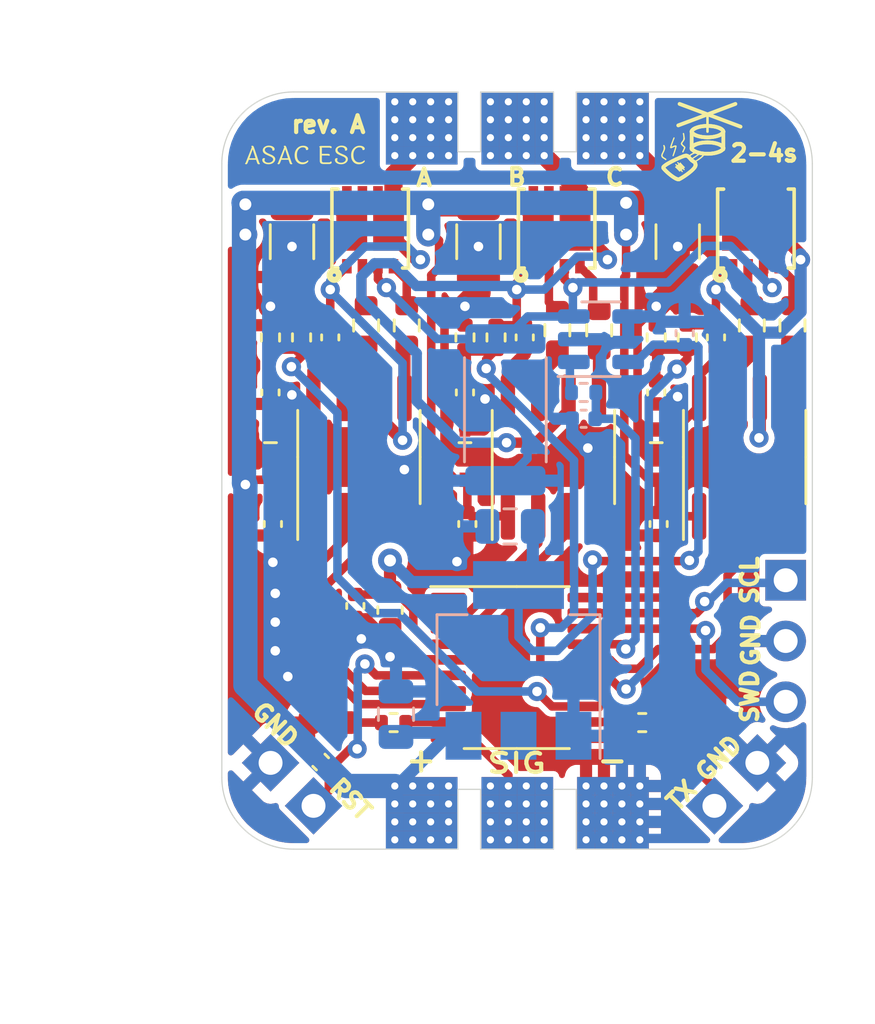
<source format=kicad_pcb>
(kicad_pcb (version 20211014) (generator pcbnew)
  (layers (0 "F.Cu" signal) (31 "B.Cu" signal) (34 "B.Paste" user) (35 "F.Paste" user) (36 "B.SilkS" user "B.Silkscreen") (37 "F.SilkS" user "F.Silkscreen") (38 "B.Mask" user) (39 "F.Mask" user) (44 "Edge.Cuts" user))
  (net 0 "")
  (net 1 "VCC")
  (net 2 "GND")
  (net 3 "+3.3V")
  (net 4 "VSENSE_A")
  (net 5 "Net-(C5-Pad1)")
  (net 6 "A")
  (net 7 "~{NRST}")
  (net 8 "CURRSENSE")
  (net 9 "Net-(D1-Pad2)")
  (net 10 "Net-(D2-Pad2)")
  (net 11 "SIGNAL_IN")
  (net 12 "SWCLK")
  (net 13 "SWDIO")
  (net 14 "/VHO_A")
  (net 15 "/VLO_A")
  (net 16 "Net-(R5-Pad1)")
  (net 17 "Net-(R6-Pad1)")
  (net 18 "LED_BLUE")
  (net 19 "LED_RED")
  (net 20 "HIN_A")
  (net 21 "~{NLIN_A}")
  (net 23 "Net-(C13-Pad1)")
  (net 24 "B")
  (net 25 "VSENSE_B")
  (net 26 "Net-(C17-Pad1)")
  (net 27 "C")
  (net 28 "VSENSE_C")
  (net 29 "/VHO_B")
  (net 30 "/VLO_B")
  (net 31 "/VHO_C")
  (net 32 "/VLO_C")
  (net 33 "HIN_B")
  (net 34 "~{NLIN_B}")
  (net 35 "HIN_C")
  (net 36 "~{NLIN_C}")
  (net 37 "Net-(R3-Pad1)")
  (net 38 "Net-(R4-Pad1)")
  (net 39 "Net-(R9-Pad1)")
  (net 40 "Net-(R10-Pad1)")
  (net 41 "Net-(R13-Pad1)")
  (net 42 "Net-(R14-Pad1)")
  (net 43 "UART_TX")
  (footprint "Capacitor_SMD:C_1206_3216Metric" (layer "F.Cu") (at 112.335 72.7 -90)
    (fp_text reference "C18" hide)
    (fp_text value "47u" hide)
  )
  (footprint "Capacitor_SMD:C_0402_1005Metric" (layer "F.Cu") (at 98.85 87.925 -90)
    (fp_text reference "C7" hide)
    (fp_text value "100n")
  )
  (footprint "Resistor_SMD:R_0603_1608Metric" (layer "F.Cu") (at 99.3 76.2 90)
    (fp_text reference "R3" hide)
    (fp_text value "100R" hide)
  )
  (footprint "Package_SO:TSSOP-20_4.4x6.5mm_P0.65mm" (layer "F.Cu") (at 105.6 90.5)
    (fp_text reference "U3" hide)
    (fp_text value "STM32C011F6Px" hide)
  )
  (footprint "Capacitor_SMD:C_0402_1005Metric" (layer "F.Cu") (at 111.535 84.5 90)
    (fp_text reference "C16" hide)
    (fp_text value "1u")
  )
  (footprint "Resistor_SMD:R_0603_1608Metric" (layer "F.Cu") (at 115.435 76.2 90)
    (fp_text reference "R13" hide)
    (fp_text value "100R" hide)
  )
  (footprint "Capacitor_SMD:C_0603_1608Metric" (layer "F.Cu") (at 100.3 88.1 -90)
    (fp_text reference "C6" hide)
    (fp_text value "4.7u")
  )
  (footprint "Capacitor_SMD:C_0402_1005Metric" (layer "F.Cu") (at 103.435 79 -90)
    (fp_text reference "C15" hide)
    (fp_text value "10n")
  )
  (footprint "Custom:Conn_01x03_BLDC" (layer "F.Cu") (at 101.5 96.7 90)
    (fp_text reference "J2" hide)
    (fp_text value "Conn_01x03" hide)
  )
  (footprint "Resistor_SMD:R_0402_1005Metric" (layer "F.Cu") (at 96.6 76.7 -90)
    (fp_text reference "R1" hide)
    (fp_text value "4k7")
  )
  (footprint "Resistor_SMD:R_0402_1005Metric" (layer "F.Cu") (at 110.85 92.8 180)
    (fp_text reference "R8" hide)
    (fp_text value "330R")
  )
  (footprint "Package_SO:SOIC-8_3.9x4.9mm_P1.27mm" (layer "F.Cu") (at 107.135 81.7 90)
    (fp_text reference "U6" hide)
    (fp_text value "XJNG2103" hide)
  )
  (footprint "Custom:PDFN3333-8_L3.2-W3.1-P0.65-LS3.4-BL" (layer "F.Cu") (at 99.47 72.2)
    (fp_text reference "U4" hide)
    (fp_text value "ASDM30DN40E-R, DUAL MOSFET" hide)
  )
  (footprint "Capacitor_SMD:C_1206_3216Metric" (layer "F.Cu") (at 96.2 72.7 -90)
    (fp_text reference "C8" hide)
    (fp_text value "47u" hide)
  )
  (footprint "Diode_SMD:D_SOD-323" (layer "F.Cu") (at 103.435 81.6 -90)
    (fp_text reference "D4" hide)
    (fp_text value "1N5819WS" hide)
  )
  (footprint "Capacitor_SMD:C_0402_1005Metric" (layer "F.Cu") (at 103.535 84.5 90)
    (fp_text reference "C12" hide)
    (fp_text value "1u")
  )
  (footprint "Resistor_SMD:R_0402_1005Metric" (layer "F.Cu") (at 111.435 76.7 90)
    (fp_text reference "R16" hide)
    (fp_text value "1k")
  )
  (footprint "Resistor_SMD:R_0603_1608Metric" (layer "F.Cu") (at 107.3 76.4 90)
    (fp_text reference "R9" hide)
    (fp_text value "100R" hide)
  )
  (footprint "Resistor_SMD:R_0402_1005Metric" (layer "F.Cu") (at 112.735 76.7 -90)
    (fp_text reference "R15" hide)
    (fp_text value "4k7")
  )
  (footprint "Resistor_SMD:R_0603_1608Metric" (layer "F.Cu") (at 109.05 76.4 90)
    (fp_text reference "R10" hide)
    (fp_text value "100R" hide)
  )
  (footprint "Custom:PinSocket_1x03_P2.54mm_Vertical_No_silk" (layer "F.Cu") (at 116.85 86.85)
    (fp_text reference "J14" hide)
    (fp_text value "Conn_01x03" hide)
  )
  (footprint "Capacitor_SMD:C_0402_1005Metric" (layer "F.Cu") (at 105.935 76.7 90)
    (fp_text reference "C13" hide)
    (fp_text value "1u")
  )
  (footprint "Package_SO:SOIC-8_3.9x4.9mm_P1.27mm" (layer "F.Cu") (at 115.135 81.7 90)
    (fp_text reference "U8" hide)
    (fp_text value "XJNG2103" hide)
  )
  (footprint "Custom:LED_0603_no_outline" (layer "F.Cu") (at 97.7 92.8)
    (fp_text reference "D1" hide)
    (fp_text value "LED" hide)
  )
  (footprint "Resistor_SMD:R_0402_1005Metric" (layer "F.Cu") (at 103.435 76.7 90)
    (fp_text reference "R12" hide)
    (fp_text value "1k")
  )
  (footprint "Capacitor_SMD:C_0402_1005Metric" (layer "F.Cu") (at 111.435 79 -90)
    (fp_text reference "C19" hide)
    (fp_text value "10n")
  )
  (footprint "Capacitor_SMD:C_0402_1005Metric" (layer "F.Cu") (at 95.4 84.5 90)
    (fp_text reference "C2" hide)
    (fp_text value "1u")
  )
  (footprint "Custom:PinHeader_1x02_P2.54mm_Vertical_No_silk" (layer "F.Cu") (at 113.87 96.28 135)
    (fp_text reference "J4" hide)
    (fp_text value "Conn_01x02_RESET" hide)
  )
  (footprint "Capacitor_SMD:C_0402_1005Metric" (layer "F.Cu") (at 95.3 79 -90)
    (fp_text reference "C4" hide)
    (fp_text value "10n")
  )
  (footprint "Custom:Conn_01x03_BLDC" (layer "F.Cu") (at 101.5 68.1 90)
    (fp_text reference "J3" hide)
    (fp_text value "Motor" hide)
  )
  (footprint "Capacitor_SMD:C_0402_1005Metric" (layer "F.Cu") (at 97.4 94.45 135)
    (fp_text reference "C9" hide)
    (fp_text value "100n")
  )
  (footprint "Custom:PDFN3333-8_L3.2-W3.1-P0.65-LS3.4-BL" (layer "F.Cu") (at 115.605 72.2)
    (fp_text reference "U9" hide)
    (fp_text value "ASDM30DN40E-R, DUAL MOSFET" hide)
  )
  (footprint "Capacitor_SMD:C_0402_1005Metric" (layer "F.Cu") (at 97.8 76.7 90)
    (fp_text reference "C5" hide)
    (fp_text value "1u")
  )
  (footprint "Capacitor_SMD:C_1206_3216Metric" (layer "F.Cu") (at 104 72.7 -90)
    (fp_text reference "C14" hide)
    (fp_text value "47u" hide)
  )
  (footprint "Resistor_SMD:R_0603_1608Metric" (layer "F.Cu") (at 101 76.2 90)
    (fp_text reference "R4" hide)
    (fp_text value "100R" hide)
  )
  (footprint "Capacitor_SMD:C_0402_1005Metric" (layer "F.Cu") (at 113.935 76.7 90)
    (fp_text reference "C17" hide)
    (fp_text value "1u")
  )
  (footprint "Custom:LED_0603_no_outline" (layer "F.Cu") (at 113.325 92.775 180)
    (fp_text reference "D2" hide)
    (fp_text value "LED" hide)
  )
  (footprint "Resistor_SMD:R_0402_1005Metric" (layer "F.Cu") (at 100.45 92.8)
    (fp_text reference "R7" hide)
    (fp_text value "330R")
  )
  (footprint "Diode_SMD:D_SOD-323" (layer "F.Cu") (at 95.3 81.6 -90)
    (fp_text reference "D3" hide)
    (fp_text value "1N5819WS" hide)
  )
  (footprint "Custom:PinHeader_1x02_P2.54mm_Vertical_No_silk" (layer "F.Cu") (at 97.1 96.28 -135)
    (fp_text reference "J1" hide)
    (fp_text value "Conn_01x02_RESET" hide)
  )
  (footprint "Diode_SMD:D_SOD-323" (layer "F.Cu") (at 111.435 81.6 -90)
    (fp_text reference "D5" hide)
    (fp_text value "1N5819WS" hide)
  )
  (footprint "Resistor_SMD:R_0402_1005Metric" (layer "F.Cu") (at 95.3 76.7 90)
    (fp_text reference "R2" hide)
    (fp_text value "1k")
  )
  (footprint "Custom:PDFN3333-8_L3.2-W3.1-P0.65-LS3.4-BL" (layer "F.Cu") (at 107.27 72.2)
    (fp_text reference "U7" hide)
    (fp_text value "ASDM30DN40E-R, DUAL MOSFET" hide)
  )
  (footprint "Package_SO:SOIC-8_3.9x4.9mm_P1.27mm" (layer "F.Cu") (at 99 81.7 90)
    (fp_text reference "U2" hide)
    (fp_text value "XJNG2103" hide)
  )
  (footprint "Resistor_SMD:R_0402_1005Metric" (layer "F.Cu") (at 104.735 76.7 -90)
    (fp_text reference "R11" hide)
    (fp_text value "4k7")
  )
  (footprint "Resistor_SMD:R_0603_1608Metric" (layer "F.Cu") (at 117.135 76.2 90)
    (fp_text reference "R14" hide)
    (fp_text value "100R" hide)
  )
  (footprint "Capacitor_SMD:C_0805_2012Metric" (layer "B.Cu") (at 105.325 84.6 180)
    (fp_text reference "C3" hide)
    (fp_text value "10u")
  )
  (footprint "Capacitor_SMD:C_0402_1005Metric" (layer "B.Cu") (at 112.625 76.525 90)
    (fp_text reference "C10" hide)
    (fp_text value "100n")
  )
  (footprint "Resistor_SMD:R_0402_1005Metric" (layer "B.Cu") (at 108.4 79)
    (fp_text reference "R6" hide)
    (fp_text value "1k")
  )
  (footprint "Package_TO_SOT_SMD:SOT-23-5" (layer "B.Cu") (at 109.125 76.775)
    (fp_text reference "U5" hide)
    (fp_text value "INA180A3")
  )
  (footprint "Resistor_SMD:R_2512_6332Metric" (layer "B.Cu") (at 105.125 79.725 -90)
    (fp_text reference "R5" hide)
    (fp_text value "2m")
  )
  (footprint "Capacitor_SMD:C_0805_2012Metric" (layer "B.Cu") (at 100.55 92.45 90)
    (fp_text reference "C1" hide)
    (fp_text value "10u")
  )
  (footprint "Package_TO_SOT_SMD:SOT-223-3_TabPin2" (layer "B.Cu") (at 105.675 90.2 90)
    (fp_text reference "U1" hide)
    (fp_text value "AMS1117-3.3")
  )
  (footprint "Capacitor_SMD:C_0402_1005Metric" (layer "B.Cu") (at 108.4 80.1 180)
    (fp_text reference "C11" hide)
    (fp_text value "1n")
  )
  (gr_line (start 112.985286 68.003217) (end 112.992657 67.99788) (layer "F.SilkS") (width 0.158749))
  (gr_line (start 113.320318 68.999396) (end 113.334367 69.001366) (layer "F.SilkS") (width 0.052916))
  (gr_line (start 112.918895 68.097746) (end 112.918988 68.094491) (layer "F.SilkS") (width 0.158749))
  (gr_line (start 114.211426 68.848301) (end 114.206474 68.853491) (layer "F.SilkS") (width 0.158749))
  (gr_line (start 112.630304 69.109777) (end 112.630304 69.109777) (layer "F.SilkS") (width 0.158749))
  (gr_line (start 112.921524 68.76804) (end 112.922789 68.764116) (layer "F.SilkS") (width 0.158749))
  (gr_line (start 113.026024 68.218763) (end 113.017099 68.213516) (layer "F.SilkS") (width 0.158749))
  (gr_line (start 113.111254 67.936608) (end 113.135913 67.927464) (layer "F.SilkS") (width 0.158749))
  (gr_line (start 111.827717 69.25377) (end 111.823537 69.249767) (layer "F.SilkS") (width 0.052916))
  (gr_line (start 112.944779 68.728091) (end 112.949282 68.723024) (layer "F.SilkS") (width 0.158749))
  (gr_line (start 112.92053 68.771832) (end 112.921524 68.76804) (layer "F.SilkS") (width 0.158749))
  (gr_line (start 113.20172 69.263101) (end 113.147098 69.298293) (layer "F.SilkS") (width 0.052916))
  (gr_line (start 114.232325 68.751562) (end 114.234507 68.755876) (layer "F.SilkS") (width 0.158749))
  (gr_line (start 113.230291 69.243471) (end 113.20172 69.263101) (layer "F.SilkS") (width 0.052916))
  (gr_line (start 112.928382 68.751562) (end 112.930906 68.74712) (layer "F.SilkS") (width 0.158749))
  (gr_line (start 113.999003 67.91879) (end 114.024794 67.927464) (layer "F.SilkS") (width 0.158749))
  (gr_line (start 113.28782 69.200721) (end 113.259133 69.222638) (layer "F.SilkS") (width 0.052916))
  (gr_line (start 113.065626 68.644073) (end 113.076504 68.639062) (layer "F.SilkS") (width 0.158749))
  (gr_line (start 114.201036 68.71251) (end 114.206474 68.717834) (layer "F.SilkS") (width 0.158749))
  (gr_line (start 113.364327 69.008407) (end 113.371611 69.010955) (layer "F.SilkS") (width 0.052916))
  (gr_line (start 112.597819 69.11862) (end 112.551497 69.134633) (layer "F.SilkS") (width 0.158749))
  (gr_line (start 112.598779 68.41109) (end 112.600207 68.403664) (layer "F.SilkS") (width 0.052916))
  (gr_line (start 112.674229 69.103576) (end 112.664241 69.104429) (layer "F.SilkS") (width 0.158749))
  (gr_line (start 112.601395 68.388788) (end 112.601098 68.37333) (layer "F.SilkS") (width 0.052916))
  (gr_line (start 113.035339 68.223975) (end 113.026024 68.218763) (layer "F.SilkS") (width 0.158749))
  (gr_line (start 113.008563 67.987254) (end 113.017099 67.981976) (layer "F.SilkS") (width 0.158749))
  (gr_line (start 113.037101 69.377668) (end 113.025157 69.369044) (layer "F.SilkS") (width 0.158749))
  (gr_line (start 113.822882 69.005464) (end 113.790374 69.010182) (layer "F.SilkS") (width 0.158749))
  (gr_line (start 112.25614 68.733822) (end 112.252135 68.756266) (layer "F.SilkS") (width 0.052916))
  (gr_line (start 111.837794 69.738989) (end 111.880938 69.780498) (layer "F.SilkS") (width 0.158749))
  (gr_line (start 112.594451 68.425894) (end 112.596848 68.418501) (layer "F.SilkS") (width 0.052916))
  (gr_line (start 113.298149 68.997588) (end 113.320318 68.999396) (layer "F.SilkS") (width 0.052916))
  (gr_line (start 112.918895 68.785663) (end 112.918895 68.785663) (layer "F.SilkS") (width 0.158749))
  (gr_line (start 113.403258 69.085954) (end 113.397283 69.095793) (layer "F.SilkS") (width 0.052916))
  (gr_line (start 113.000416 68.202935) (end 112.992657 68.197612) (layer "F.SilkS") (width 0.158749))
  (gr_line (start 113.543786 68.335473) (end 113.507786 68.334296) (layer "F.SilkS") (width 0.158749))
  (gr_line (start 113.060262 69.401855) (end 113.056376 69.396426) (layer "F.SilkS") (width 0.158749))
  (gr_line (start 113.05514 68.922183) (end 113.045044 68.917061) (layer "F.SilkS") (width 0.158749))
  (gr_line (start 112.24652 68.700632) (end 112.250336 68.701993) (layer "F.SilkS") (width 0.052916))
  (gr_line (start 112.919788 68.087574) (end 112.92053 68.083915) (layer "F.SilkS") (width 0.158749))
  (gr_line (start 113.580354 67.859621) (end 113.580354 67.859621) (layer "F.SilkS") (width 0.158749))
  (gr_line (start 113.403627 68.326323) (end 113.370334 68.322265) (layer "F.SilkS") (width 0.158749))
  (gr_line (start 112.971706 68.869498) (end 112.965495 68.864153) (layer "F.SilkS") (width 0.158749))
  (gr_line (start 114.16805 68.885529) (end 114.160291 68.890851) (layer "F.SilkS") (width 0.158749))
  (gr_line (start 113.188587 68.284882) (end 113.161705 68.276702) (layer "F.SilkS") (width 0.158749))
  (gr_line (start 112.601395 68.388788) (end 112.601395 68.388788) (layer "F.SilkS") (width 0.052916))
  (gr_line (start 112.081008 68.625639) (end 112.060123 68.689406) (layer "F.SilkS") (width 0.052916))
  (gr_line (start 114.072934 68.634115) (end 114.072934 68.634115) (layer "F.SilkS") (width 0.158749))
  (gr_line (start 112.555476 69.997785) (end 112.61035 69.962257) (layer "F.SilkS") (width 0.158749))
  (gr_line (start 113.343023 69.154096) (end 113.315925 69.177835) (layer "F.SilkS") (width 0.052916))
  (gr_line (start 112.520108 68.543901) (end 112.529048 68.531156) (layer "F.SilkS") (width 0.052916))
  (gr_line (start 112.507771 68.632487) (end 112.504242 68.626894) (layer "F.SilkS") (width 0.052916))
  (gr_line (start 112.072025 68.757266) (end 112.085258 68.752938) (layer "F.SilkS") (width 0.052916))
  (gr_line (start 114.240919 68.795834) (end 114.240177 68.799493) (layer "F.SilkS") (width 0.158749))
  (gr_line (start 112.965495 68.176236) (end 112.959671 68.170898) (layer "F.SilkS") (width 0.158749))
  (gr_line (start 112.498178 68.584896) (end 112.50011 68.579422) (layer "F.SilkS") (width 0.052916))
  (gr_line (start 112.919607 69.043179) (end 112.897744 69.057369) (layer "F.SilkS") (width 0.052916))
  (gr_line (start 112.922789 68.764116) (end 112.924341 68.760061) (layer "F.SilkS") (width 0.158749))
  (gr_line (start 112.940709 68.733036) (end 112.944779 68.728091) (layer "F.SilkS") (width 0.158749))
  (gr_line (start 114.211426 68.035107) (end 114.215928 68.040175) (layer "F.SilkS") (width 0.158749))
  (gr_line (start 114.143608 68.669893) (end 114.152144 68.675171) (layer "F.SilkS") (width 0.158749))
  (gr_line (start 112.256925 68.71107) (end 112.257429 68.71703) (layer "F.SilkS") (width 0.052916))
  (gr_line (start 112.205908 68.917954) (end 112.182953 68.986869) (layer "F.SilkS") (width 0.052916))
  (gr_line (start 114.105567 68.922183) (end 114.095081 68.927252) (layer "F.SilkS") (width 0.158749))
  (gr_line (start 112.959671 68.71251) (end 112.965495 68.707173) (layer "F.SilkS") (width 0.158749))
  (gr_line (start 112.442645 69.420662) (end 112.601395 69.589996) (layer "F.SilkS") (width 0.052916))
  (gr_line (start 111.675357 69.076704) (end 111.675357 69.076704) (layer "F.SilkS") (width 0.052916))
  (gr_line (start 113.044727 68.989578) (end 113.024803 68.995193) (layer "F.SilkS") (width 0.052916))
  (gr_line (start 112.620528 68.786121) (end 112.624443 68.774759) (layer "F.SilkS") (width 0.052916))
  (gr_line (start 113.087774 68.249294) (end 113.076504 68.244347) (layer "F.SilkS") (width 0.158749))
  (gr_line (start 112.91928 68.0911) (end 112.919788 68.087574) (layer "F.SilkS") (width 0.158749))
  (gr_line (start 113.072222 69.428704) (end 113.06976 69.421076) (layer "F.SilkS") (width 0.158749))
  (gr_line (start 113.216515 68.292546) (end 113.188587 68.284882) (layer "F.SilkS") (width 0.158749))
  (gr_line (start 112.737274 69.113498) (end 112.73058 69.11063) (layer "F.SilkS") (width 0.158749))
  (gr_line (start 111.775968 68.820153) (end 111.777814 68.806859) (layer "F.SilkS") (width 0.052916))
  (gr_line (start 112.469104 69.695829) (end 112.52202 69.764621) (layer "F.SilkS") (width 0.052916))
  (gr_line (start 113.403627 67.869169) (end 113.437663 67.865795) (layer "F.SilkS") (width 0.158749))
  (gr_line (start 112.426492 69.184605) (end 112.273581 69.252559) (layer "F.SilkS") (width 0.158749))
  (gr_line (start 113.026024 68.90668) (end 113.017099 68.901433) (layer "F.SilkS") (width 0.158749))
  (gr_line (start 112.202728 68.707093) (end 112.217735 68.702865) (layer "F.SilkS") (width 0.052916))
  (gr_line (start 113.337825 68.317547) (end 113.306145 68.312192) (layer "F.SilkS") (width 0.158749))
  (gr_line (start 114.241427 68.792308) (end 114.240919 68.795834) (layer "F.SilkS") (width 0.158749))
  (gr_line (start 113.017099 68.669893) (end 113.026024 68.664645) (layer "F.SilkS") (width 0.158749))
  (gr_line (start 114.232325 68.819763) (end 114.229801 68.824205) (layer "F.SilkS") (width 0.158749))
  (gr_line (start 113.161705 68.276702) (end 113.135913 68.268028) (layer "F.SilkS") (width 0.158749))
  (gr_line (start 112.664241 69.104429) (end 112.653623 69.105746) (layer "F.SilkS") (width 0.158749))
  (gr_line (start 112.921524 68.803286) (end 112.92053 68.799493) (layer "F.SilkS") (width 0.158749))
  (gr_line (start 114.223656 68.737856) (end 114.226917 68.742551) (layer "F.SilkS") (width 0.158749))
  (gr_line (start 112.978302 68.696479) (end 112.985286 68.691133) (layer "F.SilkS") (width 0.158749))
  (gr_line (start 111.742502 68.921054) (end 111.753138 68.89671) (layer "F.SilkS") (width 0.052916))
  (gr_line (start 112.047408 68.75859) (end 112.047408 68.75859) (layer "F.SilkS") (width 0.052916))
  (gr_line (start 112.495866 68.595417) (end 112.496751 68.590229) (layer "F.SilkS") (width 0.052916))
  (gr_line (start 113.790374 69.010182) (end 113.75708 69.01424) (layer "F.SilkS") (width 0.158749))
  (gr_line (start 112.179888 68.362329) (end 112.156526 68.421822) (layer "F.SilkS") (width 0.052916))
  (gr_line (start 113.97212 68.284882) (end 113.944192 68.292546) (layer "F.SilkS") (width 0.158749))
  (gr_line (start 114.152144 68.675171) (end 114.160291 68.680474) (layer "F.SilkS") (width 0.158749))
  (gr_line (start 114.105567 67.961225) (end 114.115663 67.966348) (layer "F.SilkS") (width 0.158749))
  (gr_line (start 111.761551 68.694624) (end 111.754732 68.679829) (layer "F.SilkS") (width 0.052916))
  (gr_line (start 113.024803 68.995193) (end 113.004452 69.002019) (layer "F.SilkS") (width 0.052916))
  (gr_line (start 113.064182 68.985087) (end 113.044727 68.989578) (layer "F.SilkS") (width 0.052916))
  (gr_line (start 112.940709 68.838289) (end 112.937052 68.833469) (layer "F.SilkS") (width 0.158749))
  (gr_line (start 112.627854 68.759204) (end 112.627854 68.759204) (layer "F.SilkS") (width 0.052916))
  (gr_line (start 111.779283 68.779792) (end 111.778785 68.766015) (layer "F.SilkS") (width 0.052916))
  (gr_line (start 114.084203 68.639062) (end 114.095081 68.644073) (layer "F.SilkS") (width 0.158749))
  (gr_line (start 113.370334 69.010182) (end 113.337825 69.005464) (layer "F.SilkS") (width 0.158749))
  (gr_line (start 112.151497 68.726287) (end 112.169166 68.719182) (layer "F.SilkS") (width 0.052916))
  (gr_line (start 113.026024 67.976728) (end 113.035339 67.971517) (layer "F.SilkS") (width 0.158749))
  (gr_line (start 112.937052 68.833469) (end 112.93379 68.828774) (layer "F.SilkS") (width 0.158749))
  (gr_line (start 114.240919 68.107917) (end 114.240177 68.111577) (layer "F.SilkS") (width 0.158749))
  (gr_line (start 111.778785 68.766015) (end 111.777385 68.752075) (layer "F.SilkS") (width 0.052916))
  (gr_line (start 112.495562 68.600454) (end 112.495562 68.600454) (layer "F.SilkS") (width 0.052916))
  (gr_line (start 113.885369 68.306224) (end 113.854562 68.312192) (layer "F.SilkS") (width 0.158749))
  (gr_line (start 112.92053 68.799493) (end 112.919788 68.795834) (layer "F.SilkS") (width 0.158749))
  (gr_line (start 112.954233 68.853491) (end 112.949282 68.848301) (layer "F.SilkS") (width 0.158749))
  (gr_line (start 112.92053 68.083915) (end 112.921524 68.080123) (layer "F.SilkS") (width 0.158749))
  (gr_line (start 113.073823 69.538769) (end 113.078497 69.522139) (layer "F.SilkS") (width 0.158749))
  (gr_line (start 113.368687 69.129621) (end 113.368687 69.129621) (layer "F.SilkS") (width 0.052916))
  (gr_line (start 114.241812 68.785663) (end 114.241812 68.785663) (layer "F.SilkS") (width 0.158749))
  (gr_line (start 113.035339 68.659434) (end 113.045044 68.654264) (layer "F.SilkS") (width 0.158749))
  (gr_line (start 112.627626 68.762063) (end 112.627854 68.759204) (layer "F.SilkS") (width 0.052916))
  (gr_line (start 113.076504 67.951145) (end 113.087774 67.946198) (layer "F.SilkS") (width 0.158749))
  (gr_line (start 112.53742 68.666962) (end 112.526245 68.655393) (layer "F.SilkS") (width 0.052916))
  (gr_line (start 111.73116 68.944838) (end 111.742502 68.921054) (layer "F.SilkS") (width 0.052916))
  (gr_line (start 113.370334 68.561143) (end 113.403627 68.557085) (layer "F.SilkS") (width 0.158749))
  (gr_line (start 112.944779 68.155317) (end 112.940709 68.150373) (layer "F.SilkS") (width 0.158749))
  (gr_line (start 112.949282 68.035107) (end 112.954233 68.029917) (layer "F.SilkS") (width 0.158749))
  (gr_line (start 112.585996 68.7113) (end 112.561708 68.689751) (layer "F.SilkS") (width 0.052916))
  (gr_line (start 113.275338 68.994141) (end 113.245447 68.987584) (layer "F.SilkS") (width 0.158749))
  (gr_line (start 112.919788 68.795834) (end 112.91928 68.792308) (layer "F.SilkS") (width 0.158749))
  (gr_line (start 112.630304 69.109777) (end 112.597819 69.11862) (layer "F.SilkS") (width 0.158749))
  (gr_line (start 114.237918 68.764116) (end 114.239183 68.76804) (layer "F.SilkS") (width 0.158749))
  (gr_line (start 114.229801 68.136288) (end 114.226917 68.140857) (layer "F.SilkS") (width 0.158749))
  (gr_line (start 113.380099 69.117602) (end 113.368687 69.129621) (layer "F.SilkS") (width 0.052916))
  (gr_line (start 114.105567 68.649142) (end 114.115663 68.654264) (layer "F.SilkS") (width 0.158749))
  (gr_line (start 113.008563 68.675171) (end 113.017099 68.669893) (layer "F.SilkS") (width 0.158749))
  (gr_line (start 113.652921 67.861196) (end 113.68831 67.86313) (layer "F.SilkS") (width 0.158749))
  (gr_line (start 113.017099 67.981976) (end 113.026024 67.976728) (layer "F.SilkS") (width 0.158749))
  (gr_line (start 112.10655 68.553999) (end 112.081008 68.625639) (layer "F.SilkS") (width 0.052916))
  (gr_line (start 113.580354 69.023787) (end 113.580354 69.023787) (layer "F.SilkS") (width 0.158749))
  (gr_line (start 112.949282 68.723024) (end 112.954233 68.717834) (layer "F.SilkS") (width 0.158749))
  (gr_line (start 112.516233 68.643862) (end 112.511784 68.638148) (layer "F.SilkS") (width 0.052916))
  (gr_line (start 111.688399 69.034704) (end 111.69773 69.012995) (layer "F.SilkS") (width 0.052916))
  (gr_line (start 113.389597 69.106334) (end 113.380099 69.117602) (layer "F.SilkS") (width 0.052916))
  (gr_line (start 112.924341 68.123348) (end 112.922789 68.119293) (layer "F.SilkS") (width 0.158749))
  (gr_line (start 114.072934 67.946198) (end 114.084203 67.951145) (layer "F.SilkS") (width 0.158749))
  (gr_line (start 113.790374 67.873226) (end 113.822882 67.877945) (layer "F.SilkS") (width 0.158749))
  (gr_line (start 112.255585 68.706901) (end 112.256925 68.71107) (layer "F.SilkS") (width 0.052916))
  (gr_line (start 114.072934 68.937211) (end 114.072934 68.937211) (layer "F.SilkS") (width 0.158749))
  (gr_line (start 112.416187 69.738163) (end 112.416187 69.738163) (layer "F.SilkS") (width 0.052916))
  (gr_line (start 112.919788 68.775491) (end 112.92053 68.771832) (layer "F.SilkS") (width 0.158749))
  (gr_line (start 113.000416 68.890851) (end 112.992657 68.885529) (layer "F.SilkS") (width 0.158749))
  (gr_line (start 111.73065 69.58969) (end 111.72827 69.601807) (layer "F.SilkS") (width 0.158749))
  (gr_line (start 112.363531 70.09327) (end 112.378792 70.092325) (layer "F.SilkS") (width 0.158749))
  (gr_line (start 112.9262 68.815449) (end 112.924341 68.811265) (layer "F.SilkS") (width 0.158749))
  (gr_line (start 112.9262 68.755876) (end 112.928382 68.751562) (layer "F.SilkS") (width 0.158749))
  (gr_line (start 113.822882 67.877945) (end 113.854562 67.8833) (layer "F.SilkS") (width 0.158749))
  (gr_line (start 113.91526 67.895824) (end 113.944192 67.902946) (layer "F.SilkS") (width 0.158749))
  (gr_line (start 114.095081 68.927252) (end 114.084203 68.932264) (layer "F.SilkS") (width 0.158749))
  (gr_line (start 114.241719 68.782408) (end 114.241812 68.785663) (layer "F.SilkS") (width 0.158749))
  (gr_line (start 113.408898 69.040318) (end 113.411046 69.04645) (layer "F.SilkS") (width 0.052916))
  (gr_line (start 112.843023 69.792242) (end 112.897316 69.746637) (layer "F.SilkS") (width 0.158749))
  (gr_line (start 112.816339 69.184191) (end 112.801546 69.167758) (layer "F.SilkS") (width 0.158749))
  (gr_line (start 114.229801 68.824205) (end 114.226917 68.828774) (layer "F.SilkS") (width 0.158749))
  (gr_line (start 112.496751 68.590229) (end 112.498178 68.584896) (layer "F.SilkS") (width 0.052916))
  (gr_line (start 112.9262 68.067959) (end 112.928382 68.063645) (layer "F.SilkS") (width 0.158749))
  (gr_line (start 113.23532 68.984927) (end 113.2113 68.980857) (layer "F.SilkS") (width 0.052916))
  (gr_line (start 112.93379 68.140857) (end 112.930906 68.136288) (layer "F.SilkS") (width 0.158749))
  (gr_line (start 114.072934 68.249294) (end 114.049453 68.258884) (layer "F.SilkS") (width 0.158749))
  (gr_line (start 113.161705 67.91879) (end 113.188587 67.910609) (layer "F.SilkS") (width 0.158749))
  (gr_line (start 113.119317 68.977485) (end 113.101519 68.979128) (layer "F.SilkS") (width 0.052916))
  (gr_line (start 112.91928 68.104392) (end 112.918988 68.101001) (layer "F.SilkS") (width 0.158749))
  (gr_line (start 112.396364 69.460329) (end 112.319175 69.526496) (layer "F.SilkS") (width 0.052916))
  (gr_line (start 114.241812 68.097746) (end 114.241719 68.101001) (layer "F.SilkS") (width 0.158749))
  (gr_line (start 112.954233 68.717834) (end 112.959671 68.71251) (layer "F.SilkS") (width 0.158749))
  (gr_line (start 112.607183 68.730679) (end 112.597171 68.721319) (layer "F.SilkS") (width 0.052916))
  (gr_line (start 114.234507 68.067959) (end 114.236366 68.072144) (layer "F.SilkS") (width 0.158749))
  (gr_line (start 113.168731 68.97686) (end 113.152965 68.976439) (layer "F.SilkS") (width 0.052916))
  (gr_line (start 114.219998 68.045119) (end 114.223656 68.049939) (layer "F.SilkS") (width 0.158749))
  (gr_line (start 112.93379 68.742551) (end 112.937052 68.737856) (layer "F.SilkS") (width 0.158749))
  (gr_line (start 112.954233 68.853491) (end 112.954233 68.853491) (layer "F.SilkS") (width 0.158749))
  (gr_line (start 113.183737 68.977795) (end 113.168731 68.97686) (layer "F.SilkS") (width 0.052916))
  (gr_line (start 114.084203 68.932264) (end 114.072934 68.937211) (layer "F.SilkS") (width 0.158749))
  (gr_line (start 112.954233 68.717834) (end 112.954233 68.717834) (layer "F.SilkS") (width 0.158749))
  (gr_line (start 114.240919 68.775491) (end 114.241427 68.779017) (layer "F.SilkS") (width 0.158749))
  (gr_line (start 114.160291 67.992557) (end 114.16805 67.99788) (layer "F.SilkS") (width 0.158749))
  (gr_line (start 113.078678 69.467258) (end 113.077563 69.456268) (layer "F.SilkS") (width 0.158749))
  (gr_line (start 113.378609 69.013866) (end 113.385219 69.017164) (layer "F.SilkS") (width 0.052916))
  (gr_line (start 112.230968 68.700354) (end 112.236781 68.69986) (layer "F.SilkS") (width 0.052916))
  (gr_line (start 114.206474 68.717834) (end 114.206474 68.717834) (layer "F.SilkS") (width 0.158749))
  (gr_line (start 114.189002 68.701827) (end 114.195212 68.707173) (layer "F.SilkS") (width 0.158749))
  (gr_line (start 112.962634 69.019653) (end 112.941251 69.030636) (layer "F.SilkS") (width 0.052916))
  (gr_line (start 114.201036 68.170898) (end 114.195212 68.176236) (layer "F.SilkS") (width 0.158749))
  (gr_line (start 113.999003 68.964618) (end 113.97212 68.972799) (layer "F.SilkS") (width 0.158749))
  (gr_line (start 112.992657 68.685797) (end 113.000416 68.680474) (layer "F.SilkS") (width 0.158749))
  (gr_line (start 111.691773 69.152652) (end 111.687072 69.145667) (layer "F.SilkS") (width 0.052916))
  (gr_line (start 113.97212 68.972799) (end 113.944192 68.980462) (layer "F.SilkS") (width 0.158749))
  (gr_line (start 111.674718 69.114312) (end 111.67352 69.105538) (layer "F.SilkS") (width 0.052916))
  (gr_line (start 112.667976 69.923164) (end 112.726919 69.88128) (layer "F.SilkS") (width 0.158749))
  (gr_line (start 113.412095 69.05314) (end 113.411943 69.060411) (layer "F.SilkS") (width 0.052916))
  (gr_line (start 113.349308 69.004305) (end 113.364327 69.008407) (layer "F.SilkS") (width 0.052916))
  (gr_line (start 113.017099 68.213516) (end 113.008563 68.208238) (layer "F.SilkS") (width 0.158749))
  (gr_line (start 113.68831 68.332362) (end 113.652921 68.334296) (layer "F.SilkS") (width 0.158749))
  (gr_line (start 112.412446 66.939826) (end 114.962431 67.88982) (layer "F.SilkS") (width 0.158749))
  (gr_line (start 113.75708 67.869169) (end 113.790374 67.873226) (layer "F.SilkS") (width 0.158749))
  (gr_line (start 114.189002 68.869498) (end 114.182405 68.874846) (layer "F.SilkS") (width 0.158749))
  (gr_line (start 112.049616 68.75986) (end 112.052656 68.760471) (layer "F.SilkS") (width 0.052916))
  (gr_line (start 112.356804 67.836803) (end 114.748161 66.940045) (layer "F.SilkS") (width 0.158749))
  (gr_line (start 111.697007 69.15933) (end 111.691773 69.152652) (layer "F.SilkS") (width 0.052916))
  (gr_line (start 114.072934 68.634115) (end 114.084203 68.639062) (layer "F.SilkS") (width 0.158749))
  (gr_line (start 112.801546 69.167758) (end 112.787917 69.153185) (layer "F.SilkS") (width 0.158749))
  (gr_line (start 114.239183 68.080123) (end 114.240177 68.083915) (layer "F.SilkS") (width 0.158749))
  (gr_line (start 112.940709 68.150373) (end 112.937052 68.145552) (layer "F.SilkS") (width 0.158749))
  (gr_line (start 112.553162 69.628583) (end 112.601395 69.685246) (layer "F.SilkS") (width 0.052916))
  (gr_line (start 112.700899 69.103809) (end 112.692509 69.103266) (layer "F.SilkS") (width 0.158749))
  (gr_line (start 112.319175 69.526496) (end 112.257437 69.473579) (layer "F.SilkS") (width 0.052916))
  (gr_line (start 113.045044 67.966348) (end 113.05514 67.961225) (layer "F.SilkS") (width 0.158749))
  (gr_line (start 114.143608 67.981976) (end 114.152144 67.987254) (layer "F.SilkS") (width 0.158749))
  (gr_line (start 111.715349 69.177683) (end 111.708851 69.171829) (layer "F.SilkS") (width 0.052916))
  (gr_line (start 114.049453 68.9468) (end 114.024794 68.955944) (layer "F.SilkS") (width 0.158749))
  (gr_line (start 111.834104 69.261913) (end 111.831257 69.257813) (layer "F.SilkS") (width 0.052916))
  (gr_line (start 112.924341 68.072144) (end 112.9262 68.067959) (layer "F.SilkS") (width 0.158749))
  (gr_line (start 111.778939 68.793405) (end 111.779283 68.779792) (layer "F.SilkS") (width 0.052916))
  (gr_line (start 113.07434 69.437063) (end 113.072222 69.428704) (layer "F.SilkS") (width 0.158749))
  (gr_line (start 114.240919 68.087574) (end 114.241427 68.0911) (layer "F.SilkS") (width 0.158749))
  (gr_line (start 113.245447 68.583741) (end 113.275338 68.577184) (layer "F.SilkS") (width 0.158749))
  (gr_line (start 111.730721 69.612485) (end 111.730721 69.612485) (layer "F.SilkS") (width 0.158749))
  (gr_line (start 113.75708 68.326323) (end 113.723044 68.329697) (layer "F.SilkS") (width 0.158749))
  (gr_line (start 112.529048 68.531156) (end 112.548479 68.504543) (layer "F.SilkS") (width 0.052916))
  (gr_line (start 113.045044 68.654264) (end 113.05514 68.649142) (layer "F.SilkS") (width 0.158749))
  (gr_line (start 114.239183 68.76804) (end 114.240177 68.771832) (layer "F.SilkS") (width 0.158749))
  (gr_line (start 112.949282 68.160385) (end 112.944779 68.155317) (layer "F.SilkS") (width 0.158749))
  (gr_line (start 112.512098 68.556219) (end 112.520108 68.543901) (layer "F.SilkS") (width 0.052916))
  (gr_line (start 112.94719 69.701343) (end 112.991212 69.657134) (layer "F.SilkS") (width 0.158749))
  (gr_line (start 114.195212 68.019256) (end 114.201036 68.024594) (layer "F.SilkS") (width 0.158749))
  (gr_line (start 114.229801 68.059203) (end 114.232325 68.063645) (layer "F.SilkS") (width 0.158749))
  (gr_line (start 112.346535 70.091715) (end 112.363531 70.09327) (layer "F.SilkS") (width 0.158749))
  (gr_line (start 112.416187 69.738163) (end 112.469104 69.695829) (layer "F.SilkS") (width 0.052916))
  (gr_line (start 113.080095 69.506652) (end 113.07994 69.492377) (layer "F.SilkS") (width 0.158749))
  (gr_line (start 113.854562 69.000109) (end 113.822882 69.005464) (layer "F.SilkS") (width 0.158749))
  (gr_poly (pts (xy 112.601395 69.589996) (xy 112.553162 69.628583) (xy 112.469104 69.695829) (xy 112.416187 69.738163) (xy 112.257437 69.579412) (xy 112.319175 69.526496) (xy 112.396364 69.460329) (xy 112.442645 69.420662)) (layer "F.SilkS") (width 0) (fill solid))
  (gr_line (start 113.087774 68.937211) (end 113.087774 68.937211) (layer "F.SilkS") (width 0.158749))
  (gr_line (start 112.750128 69.120629) (end 112.743774 69.116831) (layer "F.SilkS") (width 0.158749))
  (gr_line (start 113.437663 67.865795) (end 113.472397 67.86313) (layer "F.SilkS") (width 0.158749))
  (gr_line (start 113.723044 69.017613) (end 113.68831 69.020279) (layer "F.SilkS") (width 0.158749))
  (gr_line (start 112.116603 68.740723) (end 112.151497 68.726287) (layer "F.SilkS") (width 0.052916))
  (gr_line (start 114.201036 68.858815) (end 114.195212 68.864153) (layer "F.SilkS") (width 0.158749))
  (gr_line (start 114.182405 68.008562) (end 114.189002 68.01391) (layer "F.SilkS") (width 0.158749))
  (gr_line (start 112.985286 68.691133) (end 112.992657 68.685797) (layer "F.SilkS") (width 0.158749))
  (gr_line (start 113.405751 69.034718) (end 113.408898 69.040318) (layer "F.SilkS") (width 0.052916))
  (gr_line (start 114.236366 68.811265) (end 114.234507 68.815449) (layer "F.SilkS") (width 0.158749))
  (gr_line (start 113.111254 68.9468) (end 113.087774 68.937211) (layer "F.SilkS") (width 0.158749))
  (gr_line (start 112.853528 69.09104) (end 112.831259 69.110694) (layer "F.SilkS") (width 0.052916))
  (gr_line (start 112.743774 69.116831) (end 112.737274 69.113498) (layer "F.SilkS") (width 0.158749))
  (gr_line (start 114.241812 68.097746) (end 114.241812 68.097746) (layer "F.SilkS") (width 0.158749))
  (gr_line (start 113.580354 68.547538) (end 113.616921 68.547935) (layer "F.SilkS") (width 0.158749))
  (gr_line (start 113.059869 69.349142) (end 113.024729 69.367746) (layer "F.SilkS") (width 0.052916))
  (gr_line (start 114.115663 68.229144) (end 114.105567 68.234266) (layer "F.SilkS") (width 0.158749))
  (gr_line (start 111.748756 69.561584) (end 111.737574 69.576245) (layer "F.SilkS") (width 0.158749))
  (gr_line (start 112.186391 68.712658) (end 112.202728 68.707093) (layer "F.SilkS") (width 0.052916))
  (gr_line (start 113.011624 69.360149) (end 112.979636 69.339221) (layer "F.SilkS") (width 0.158749))
  (gr_line (start 111.67319 69.096356) (end 111.673784 69.08675) (layer "F.SilkS") (width 0.052916))
  (gr_line (start 112.918988 68.101001) (end 112.918895 68.097746) (layer "F.SilkS") (width 0.158749))
  (gr_line (start 113.111254 68.258884) (end 113.087774 68.249294) (layer "F.SilkS") (width 0.158749))
  (gr_line (start 114.215928 68.040175) (end 114.219998 68.045119) (layer "F.SilkS") (width 0.158749))
  (gr_line (start 114.241812 68.097746) (end 114.241812 68.097746) (layer "F.SilkS") (width 0.158749))
  (gr_line (start 112.944779 68.040175) (end 112.949282 68.035107) (layer "F.SilkS") (width 0.158749))
  (gr_line (start 113.616921 67.860019) (end 113.652921 67.861196) (layer "F.SilkS") (width 0.158749))
  (gr_line (start 112.897744 69.057369) (end 112.875704 69.073294) (layer "F.SilkS") (width 0.052916))
  (gr_line (start 112.511784 68.638148) (end 112.507771 68.632487) (layer "F.SilkS") (width 0.052916))
  (gr_line (start 111.830353 69.49301) (end 111.782753 69.52906) (layer "F.SilkS") (width 0.158749))
  (gr_line (start 112.928382 68.063645) (end 112.930906 68.059203) (layer "F.SilkS") (width 0.158749))
  (gr_line (start 113.337825 67.877945) (end 113.370334 67.873226) (layer "F.SilkS") (width 0.158749))
  (gr_line (start 111.823537 69.249767) (end 111.818775 69.245788) (layer "F.SilkS") (width 0.052916))
  (gr_line (start 112.653623 69.105746) (end 112.630304 69.109777) (layer "F.SilkS") (width 0.158749))
  (gr_line (start 113.063785 69.407724) (end 113.060262 69.401855) (layer "F.SilkS") (width 0.158749))
  (gr_line (start 113.543786 67.860019) (end 113.580354 67.859621) (layer "F.SilkS") (width 0.158749))
  (gr_line (start 111.889271 69.454323) (end 111.830353 69.49301) (layer "F.SilkS") (width 0.158749))
  (gr_line (start 112.918988 68.782408) (end 112.91928 68.779017) (layer "F.SilkS") (width 0.158749))
  (gr_line (start 112.928382 68.131847) (end 112.9262 68.127533) (layer "F.SilkS") (width 0.158749))
  (gr_line (start 112.03191 69.37261) (end 111.957219 69.413893) (layer "F.SilkS") (width 0.158749))
  (gr_line (start 111.957219 69.413893) (end 111.889271 69.454323) (layer "F.SilkS") (width 0.158749))
  (gr_line (start 113.025157 69.369044) (end 113.011624 69.360149) (layer "F.SilkS") (width 0.158749))
  (gr_line (start 113.065626 68.927252) (end 113.05514 68.922183) (layer "F.SilkS") (width 0.158749))
  (gr_line (start 112.924341 68.811265) (end 112.922789 68.80721) (layer "F.SilkS") (width 0.158749))
  (gr_line (start 112.894887 69.268527) (end 112.894887 69.268527) (layer "F.SilkS") (width 0.158749))
  (gr_line (start 112.560881 68.919195) (end 112.588166 68.86173) (layer "F.SilkS") (width 0.052916))
  (gr_line (start 114.226917 68.828774) (end 114.223656 68.833469) (layer "F.SilkS") (width 0.158749))
  (gr_line (start 111.679494 69.130705) (end 111.676728 69.122696) (layer "F.SilkS") (width 0.052916))
  (gr_line (start 112.940709 68.045119) (end 112.944779 68.040175) (layer "F.SilkS") (width 0.158749))
  (gr_line (start 112.602739 68.829433) (end 112.615451 68.799305) (layer "F.SilkS") (width 0.052916))
  (gr_line (start 112.156526 68.421822) (end 112.10655 68.553999) (layer "F.SilkS") (width 0.052916))
  (gr_line (start 112.965495 68.707173) (end 112.971706 68.701827) (layer "F.SilkS") (width 0.158749))
  (gr_line (start 112.762595 69.129621) (end 112.756386 69.124893) (layer "F.SilkS") (width 0.158749))
  (gr_line (start 112.723644 69.108227) (end 112.716418 69.106289) (layer "F.SilkS") (width 0.158749))
  (gr_line (start 112.894887 69.268527) (end 112.871568 69.244653) (layer "F.SilkS") (width 0.158749))
  (gr_line (start 113.008563 68.208238) (end 113.000416 68.202935) (layer "F.SilkS") (width 0.158749))
  (gr_line (start 112.576849 68.462394) (end 112.584859 68.447905) (layer "F.SilkS") (width 0.052916))
  (gr_line (start 113.079469 69.47927) (end 113.078678 69.467258) (layer "F.SilkS") (width 0.158749))
  (gr_line (start 112.630304 69.109777) (end 112.630304 69.109777) (layer "F.SilkS") (width 0.158749))
  (gr_line (start 113.790374 68.322265) (end 113.75708 68.326323) (layer "F.SilkS") (width 0.158749))
  (gr_line (start 114.206474 68.029917) (end 114.206474 68.029917) (layer "F.SilkS") (width 0.158749))
  (gr_line (start 113.91526 68.299667) (end 113.885369 68.306224) (layer "F.SilkS") (width 0.158749))
  (gr_line (start 114.175421 68.880192) (end 114.16805 68.885529) (layer "F.SilkS") (width 0.158749))
  (gr_line (start 112.787917 69.153185) (end 112.775062 69.140473) (layer "F.SilkS") (width 0.158749))
  (gr_line (start 112.965495 68.864153) (end 112.959671 68.858815) (layer "F.SilkS") (width 0.158749))
  (gr_line (start 114.239183 68.803286) (end 114.237918 68.80721) (layer "F.SilkS") (width 0.158749))
  (gr_line (start 114.16805 68.685797) (end 114.175421 68.691133) (layer "F.SilkS") (width 0.158749))
  (gr_line (start 112.442645 69.420662) (end 112.442645 69.420662) (layer "F.SilkS") (width 0.052916))
  (gr_line (start 113.05514 67.961225) (end 113.065626 67.956156) (layer "F.SilkS") (width 0.158749))
  (gr_line (start 114.241719 68.101001) (end 114.241427 68.104392) (layer "F.SilkS") (width 0.158749))
  (gr_line (start 112.307902 70.081686) (end 112.327945 70.087805) (layer "F.SilkS") (width 0.158749))
  (gr_line (start 112.959671 68.024594) (end 112.965495 68.019256) (layer "F.SilkS") (width 0.158749))
  (gr_poly (pts (xy 113.63327 68.097746) (xy 113.633201 68.100469) (xy 113.632997 68.103156) (xy 113.63266 68.105805) (xy 113.632195 68.108411) (xy 113.631604 68.110971) (xy 113.630891 68.113482) (xy 113.630059 68.115941) (xy 113.629112 68.118344) (xy 113.628052 68.120688) (xy 113.626884 68.12297) (xy 113.625609 68.125185) (xy 113.624233 68.127332) (xy 113.622758 68.129407) (xy 113.621187 68.131406) (xy 113.619524 68.133326) (xy 113.617772 68.135164) (xy 113.615934 68.136916) (xy 113.614014 68.138579) (xy 113.612015 68.14015) (xy 113.60994 68.141625) (xy 113.607793 68.143002) (xy 113.605577 68.144276) (xy 113.603295 68.145445) (xy 113.600951 68.146504) (xy 113.598548 68.147452) (xy 113.59609 68.148284) (xy 113.593579 68.148997) (xy 113.591018 68.149588) (xy 113.588412 68.150053) (xy 113.585764 68.150389) (xy 113.583077 68.150594) (xy 113.580354 68.150663) (xy 113.57763 68.150594) (xy 113.574943 68.150389) (xy 113.572295 68.150053) (xy 113.569689 68.149588) (xy 113.567129 68.148997) (xy 113.564618 68.148284) (xy 113.562159 68.147452) (xy 113.559756 68.146504) (xy 113.557412 68.145445) (xy 113.55513 68.144276) (xy 113.552914 68.143002) (xy 113.550767 68.141625) (xy 113.548692 68.14015) (xy 113.546693 68.138579) (xy 113.544773 68.136916) (xy 113.542936 68.135164) (xy 113.541183 68.133326) (xy 113.53952 68.131406) (xy 113.537949 68.129407) (xy 113.536474 68.127332) (xy 113.535098 68.125185) (xy 113.533824 68.12297) (xy 113.532655 68.120688) (xy 113.531595 68.118344) (xy 113.530648 68.115941) (xy 113.529816 68.113482) (xy 113.529103 68.110971) (xy 113.528512 68.108411) (xy 113.528047 68.105805) (xy 113.52771 68.103156) (xy 113.527506 68.100469) (xy 113.527437 68.097746) (xy 113.527437 67.409829) (xy 113.63327 67.409829)) (layer "F.SilkS") (width 0) (fill solid))
  (gr_line (start 113.188587 68.598526) (end 113.216515 68.590863) (layer "F.SilkS") (width 0.158749))
  (gr_line (start 112.236781 68.69986) (end 112.241983 68.699937) (layer "F.SilkS") (width 0.052916))
  (gr_line (start 114.072934 67.946198) (end 114.072934 67.946198) (layer "F.SilkS") (width 0.158749))
  (gr_line (start 113.008563 68.896155) (end 113.000416 68.890851) (layer "F.SilkS") (width 0.158749))
  (gr_line (start 113.507786 69.022212) (end 113.472397 69.020279) (layer "F.SilkS") (width 0.158749))
  (gr_line (start 113.066252 69.556446) (end 113.073823 69.538769) (layer "F.SilkS") (width 0.158749))
  (gr_line (start 112.971706 68.701827) (end 112.978302 68.696479) (layer "F.SilkS") (width 0.158749))
  (gr_line (start 112.241983 68.699937) (end 112.24652 68.700632) (layer "F.SilkS") (width 0.052916))
  (gr_line (start 112.937052 68.737856) (end 112.940709 68.733036) (layer "F.SilkS") (width 0.158749))
  (gr_line (start 114.049453 68.258884) (end 114.024794 68.268028) (layer "F.SilkS") (width 0.158749))
  (gr_line (start 111.777814 68.806859) (end 111.778939 68.793405) (layer "F.SilkS") (width 0.052916))
  (gr_line (start 112.561708 68.689751) (end 112.54937 68.678453) (layer "F.SilkS") (width 0.052916))
  (gr_line (start 113.275338 68.306224) (end 113.245447 68.299667) (layer "F.SilkS") (width 0.158749))
  (gr_line (start 114.236366 68.123348) (end 114.234507 68.127533) (layer "F.SilkS") (width 0.158749))
  (gr_line (start 112.06101 68.759903) (end 112.072025 68.757266) (layer "F.SilkS") (width 0.052916))
  (gr_line (start 112.922789 68.119293) (end 112.921524 68.115369) (layer "F.SilkS") (width 0.158749))
  (gr_line (start 114.223656 68.833469) (end 114.219998 68.838289) (layer "F.SilkS") (width 0.158749))
  (gr_line (start 112.257437 69.579412) (end 112.416187 69.738163) (layer "F.SilkS") (width 0.052916))
  (gr_line (start 113.05514 68.234266) (end 113.045044 68.229144) (layer "F.SilkS") (width 0.158749))
  (gr_line (start 113.437663 69.017613) (end 113.403627 69.01424) (layer "F.SilkS") (width 0.158749))
  (gr_line (start 113.68831 68.551046) (end 113.723044 68.553712) (layer "F.SilkS") (width 0.158749))
  (gr_line (start 111.736481 69.193861) (end 111.722158 69.183295) (layer "F.SilkS") (width 0.052916))
  (gr_line (start 112.597261 68.322228) (end 112.593024 68.286933) (layer "F.SilkS") (width 0.052916))
  (gr_line (start 113.152965 68.976439) (end 113.13648 68.976618) (layer "F.SilkS") (width 0.052916))
  (gr_line (start 111.673784 69.08675) (end 111.675357 69.076704) (layer "F.SilkS") (width 0.052916))
  (gr_line (start 113.854562 68.312192) (end 113.822882 68.317547) (layer "F.SilkS") (width 0.158749))
  (gr_line (start 114.195212 68.864153) (end 114.189002 68.869498) (layer "F.SilkS") (width 0.158749))
  (gr_line (start 114.241719 68.094491) (end 114.241812 68.097746) (layer "F.SilkS") (width 0.158749))
  (gr_line (start 114.084203 68.244347) (end 114.072934 68.249294) (layer "F.SilkS") (width 0.158749))
  (gr_line (start 112.600207 68.403664) (end 112.601092 68.396228) (layer "F.SilkS") (width 0.052916))
  (gr_line (start 113.098678 69.327283) (end 113.059869 69.349142) (layer "F.SilkS") (width 0.052916))
  (gr_line (start 114.223656 68.145552) (end 114.219998 68.150373) (layer "F.SilkS") (width 0.158749))
  (gr_line (start 114.241812 68.785663) (end 114.241719 68.788918) (layer "F.SilkS") (width 0.158749))
  (gr_line (start 113.68831 67.86313) (end 113.723044 67.865795) (layer "F.SilkS") (width 0.158749))
  (gr_line (start 114.206474 68.853491) (end 114.206474 68.853491) (layer "F.SilkS") (width 0.158749))
  (gr_line (start 113.045044 68.229144) (end 113.035339 68.223975) (layer "F.SilkS") (width 0.158749))
  (gr_line (start 114.152144 67.987254) (end 114.160291 67.992557) (layer "F.SilkS") (width 0.158749))
  (gr_line (start 112.046122 68.755938) (end 112.047408 68.75859) (layer "F.SilkS") (width 0.052916))
  (gr_line (start 112.548479 68.944413) (end 112.560881 68.919195) (layer "F.SilkS") (width 0.052916))
  (gr_line (start 111.72827 69.601807) (end 111.730721 69.612485) (layer "F.SilkS") (width 0.158749))
  (gr_line (start 112.601098 68.37333) (end 112.600258 68.356903) (layer "F.SilkS") (width 0.052916))
  (gr_line (start 112.726919 69.88128) (end 112.785746 69.837381) (layer "F.SilkS") (width 0.158749))
  (gr_line (start 111.67352 69.105538) (end 111.67319 69.096356) (layer "F.SilkS") (width 0.052916))
  (gr_line (start 114.240177 68.083915) (end 114.240919 68.087574) (layer "F.SilkS") (width 0.158749))
  (gr_line (start 112.138706 69.989207) (end 112.190802 70.023042) (layer "F.SilkS") (width 0.158749))
  (gr_line (start 112.622169 68.746957) (end 112.615645 68.739264) (layer "F.SilkS") (width 0.052916))
  (gr_line (start 112.588166 68.253189) (end 112.579071 68.199032) (layer "F.SilkS") (width 0.052916))
  (gr_line (start 113.580354 68.547538) (end 113.580354 68.547538) (layer "F.SilkS") (width 0.158749))
  (gr_line (start 113.216515 68.980462) (end 113.188587 68.972799) (layer "F.SilkS") (width 0.158749))
  (gr_line (start 112.551497 69.134633) (end 112.426492 69.184605) (layer "F.SilkS") (width 0.158749))
  (gr_line (start 113.411046 69.04645) (end 113.412095 69.05314) (layer "F.SilkS") (width 0.052916))
  (gr_line (start 114.115663 68.917061) (end 114.105567 68.922183) (layer "F.SilkS") (width 0.158749))
  (gr_line (start 112.257437 69.579412) (end 112.257437 69.579412) (layer "F.SilkS") (width 0.052916))
  (gr_line (start 112.498832 68.615969) (end 112.497048 68.610667) (layer "F.SilkS") (width 0.052916))
  (gr_line (start 114.024794 68.268028) (end 113.999003 68.276702) (layer "F.SilkS") (width 0.158749))
  (gr_line (start 112.918768 69.291258) (end 112.907058 69.280399) (layer "F.SilkS") (width 0.158749))
  (gr_line (start 113.066949 69.414107) (end 113.063785 69.407724) (layer "F.SilkS") (width 0.158749))
  (gr_line (start 113.055962 69.575072) (end 113.066252 69.556446) (layer "F.SilkS") (width 0.158749))
  (gr_line (start 113.822882 68.565861) (end 113.854562 68.571216) (layer "F.SilkS") (width 0.158749))
  (gr_line (start 114.134683 68.218763) (end 114.125368 68.223975) (layer "F.SilkS") (width 0.158749))
  (gr_line (start 114.211426 68.160385) (end 114.206474 68.165574) (layer "F.SilkS") (width 0.158749))
  (gr_line (start 113.083127 68.981632) (end 113.064182 68.985087) (layer "F.SilkS") (width 0.052916))
  (gr_line (start 113.245447 68.987584) (end 113.216515 68.980462) (layer "F.SilkS") (width 0.158749))
  (gr_line (start 113.723044 68.553712) (end 113.75708 68.557085) (layer "F.SilkS") (width 0.158749))
  (gr_line (start 112.892437 69.261913) (end 113.289312 68.997329) (layer "F.SilkS") (width 0.052916))
  (gr_line (start 112.031684 69.910142) (end 112.085292 69.951186) (layer "F.SilkS") (width 0.158749))
  (gr_line (start 114.189002 68.01391) (end 114.195212 68.019256) (layer "F.SilkS") (width 0.158749))
  (gr_line (start 113.05514 68.649142) (end 113.065626 68.644073) (layer "F.SilkS") (width 0.158749))
  (gr_line (start 114.219998 68.733036) (end 114.223656 68.737856) (layer "F.SilkS") (width 0.158749))
  (gr_line (start 114.223656 68.049939) (end 114.226917 68.054634) (layer "F.SilkS") (width 0.158749))
  (gr_line (start 111.702718 69.165717) (end 111.697007 69.15933) (layer "F.SilkS") (width 0.052916))
  (gr_line (start 114.237918 68.80721) (end 114.236366 68.811265) (layer "F.SilkS") (width 0.158749))
  (gr_line (start 113.437663 68.553712) (end 113.472397 68.551046) (layer "F.SilkS") (width 0.158749))
  (gr_line (start 112.257429 68.71703) (end 112.25614 68.733822) (layer "F.SilkS") (width 0.052916))
  (gr_line (start 112.597171 68.721319) (end 112.585996 68.7113) (layer "F.SilkS") (width 0.052916))
  (gr_line (start 113.13648 68.976618) (end 113.119317 68.977485) (layer "F.SilkS") (width 0.052916))
  (gr_line (start 113.854562 68.571216) (end 113.885369 68.577184) (layer "F.SilkS") (width 0.158749))
  (gr_line (start 114.049453 67.936608) (end 114.072934 67.946198) (layer "F.SilkS") (width 0.158749))
  (gr_line (start 114.226917 68.054634) (end 114.229801 68.059203) (layer "F.SilkS") (width 0.158749))
  (gr_line (start 113.06976 69.421076) (end 113.066949 69.414107) (layer "F.SilkS") (width 0.158749))
  (gr_line (start 112.392179 70.088735) (end 112.421705 70.075222) (layer "F.SilkS") (width 0.158749))
  (gr_line (start 112.286546 70.073504) (end 112.307902 70.081686) (layer "F.SilkS") (width 0.158749))
  (gr_line (start 113.370334 67.873226) (end 113.403627 67.869169) (layer "F.SilkS") (width 0.158749))
  (gr_line (start 111.730721 69.612485) (end 111.736899 69.623313) (layer "F.SilkS") (width 0.158749))
  (gr_line (start 114.095081 68.239336) (end 114.084203 68.244347) (layer "F.SilkS") (width 0.158749))
  (gr_line (start 114.143608 68.901433) (end 114.134683 68.90668) (layer "F.SilkS") (width 0.158749))
  (gr_line (start 112.875704 69.073294) (end 112.853528 69.09104) (layer "F.SilkS") (width 0.052916))
  (gr_line (start 113.391341 69.020874) (end 113.396871 69.02502) (layer "F.SilkS") (width 0.052916))
  (gr_line (start 114.206474 68.029917) (end 114.211426 68.035107) (layer "F.SilkS") (width 0.158749))
  (gr_line (start 112.708852 69.104816) (end 112.700899 69.103809) (layer "F.SilkS") (width 0.158749))
  (gr_line (start 114.226917 68.140857) (end 114.223656 68.145552) (layer "F.SilkS") (width 0.158749))
  (gr_line (start 113.161705 68.606707) (end 113.188587 68.598526) (layer "F.SilkS") (width 0.158749))
  (gr_line (start 114.072934 68.937211) (end 114.049453 68.9468) (layer "F.SilkS") (width 0.158749))
  (gr_line (start 112.627474 68.756571) (end 112.626368 68.753643) (layer "F.SilkS") (width 0.052916))
  (gr_line (start 112.985286 68.192275) (end 112.978302 68.18693) (layer "F.SilkS") (width 0.158749))
  (gr_line (start 113.306145 69.000109) (end 113.275338 68.994141) (layer "F.SilkS") (width 0.158749))
  (gr_line (start 112.579071 68.199032) (end 112.574937 68.177121) (layer "F.SilkS") (width 0.052916))
  (gr_line (start 112.588418 68.4406) (end 112.591628 68.433262) (layer "F.SilkS") (width 0.052916))
  (gr_line (start 114.182405 68.18693) (end 114.175421 68.192275) (layer "F.SilkS") (width 0.158749))
  (gr_line (start 114.175421 68.192275) (end 114.16805 68.197612) (layer "F.SilkS") (width 0.158749))
  (gr_line (start 111.745416 69.635856) (end 111.76891 69.665505) (layer "F.SilkS") (width 0.158749))
  (gr_line (start 112.162438 69.046093) (end 112.142034 69.103163) (layer "F.SilkS") (width 0.052916))
  (gr_line (start 113.999003 68.276702) (end 113.97212 68.284882) (layer "F.SilkS") (width 0.158749))
  (gr_line (start 112.775062 69.140473) (end 112.762595 69.129621) (layer "F.SilkS") (width 0.158749))
  (gr_line (start 112.918988 68.788918) (end 112.918895 68.785663) (layer "F.SilkS") (width 0.158749))
  (gr_line (start 112.961104 69.326024) (end 112.940827 69.31023) (layer "F.SilkS") (width 0.158749))
  (gr_line (start 113.052121 69.391366) (end 113.047494 69.386601) (layer "F.SilkS") (width 0.158749))
  (gr_line (start 114.175421 68.003217) (end 114.182405 68.008562) (layer "F.SilkS") (width 0.158749))
  (gr_line (start 114.234507 68.755876) (end 114.236366 68.760061) (layer "F.SilkS") (width 0.158749))
  (gr_line (start 114.189002 68.181581) (end 114.182405 68.18693) (layer "F.SilkS") (width 0.158749))
  (gr_line (start 113.056376 69.396426) (end 113.052121 69.391366) (layer "F.SilkS") (width 0.158749))
  (gr_line (start 113.077563 69.456268) (end 113.076119 69.446227) (layer "F.SilkS") (width 0.158749))
  (gr_line (start 112.593024 68.286933) (end 112.588166 68.253189) (layer "F.SilkS") (width 0.052916))
  (gr_line (start 112.502506 68.573813) (end 112.505329 68.568073) (layer "F.SilkS") (width 0.052916))
  (gr_line (start 113.065626 67.956156) (end 113.076504 67.951145) (layer "F.SilkS") (width 0.158749))
  (gr_line (start 113.2113 68.980857) (end 113.183737 68.977795) (layer "F.SilkS") (width 0.052916))
  (gr_line (start 114.16805 68.197612) (end 114.160291 68.202935) (layer "F.SilkS") (width 0.158749))
  (gr_line (start 113.076504 68.639062) (end 113.087774 68.634115) (layer "F.SilkS") (width 0.158749))
  (gr_line (start 114.241812 68.785663) (end 114.241812 68.785663) (layer "F.SilkS") (width 0.158749))
  (gr_line (start 112.918895 68.097746) (end 112.918895 68.838579) (layer "F.SilkS") (width 0.158749))
  (gr_line (start 114.219998 68.150373) (end 114.215928 68.155317) (layer "F.SilkS") (width 0.158749))
  (gr_line (start 111.771636 68.723691) (end 111.767166 68.709244) (layer "F.SilkS") (width 0.052916))
  (gr_line (start 112.624443 68.774759) (end 112.626962 68.765644) (layer "F.SilkS") (width 0.052916))
  (gr_poly (pts (xy 94.544837 68.686395) (xy 94.547995 68.686581) (xy 94.551054 68.686891) (xy 94.554014 68.687326) (xy 94.556875 68.687884) (xy 94.559637 68.688566) (xy 94.562299 68.689372) (xy 94.564862 68.690302) (xy 94.567326 68.691356) (xy 94.569691 68.692534) (xy 94.571956 68.693837) (xy 94.574123 68.695263) (xy 94.57619 68.696813) (xy 94.578158 68.698488) (xy 94.580026 68.700286) (xy 94.581796 68.702208) (xy 94.583639 68.704267) (xy 94.585467 68.706475) (xy 94.587278 68.708831) (xy 94.589072 68.711336) (xy 94.590849 68.713991) (xy 94.592611 68.716793) (xy 94.594355 68.719745) (xy 94.596083 68.722846) (xy 94.597795 68.726095) (xy 94.59949 68.729493) (xy 94.601168 68.733041) (xy 94.60283 68.736736) (xy 94.604475 68.740581) (xy 94.606104 68.744575) (xy 94.607717 68.748717) (xy 94.609312 68.753008) (xy 94.825212 69.381658) (xy 94.827106 69.386954) (xy 94.829082 69.391994) (xy 94.831141 69.396778) (xy 94.833283 69.401305) (xy 94.835507 69.405575) (xy 94.837814 69.40959) (xy 94.840203 69.413348) (xy 94.842675 69.416849) (xy 94.84523 69.420094) (xy 94.847868 69.423083) (xy 94.850588 69.425816) (xy 94.853391 69.428292) (xy 94.856276 69.430512) (xy 94.859244 69.432475) (xy 94.862295 69.434183) (xy 94.865429 69.435633) (xy 94.863251 69.438966) (xy 94.862115 69.440551) (xy 94.860948 69.442083) (xy 94.85975 69.443561) (xy 94.858521 69.444985) (xy 94.857262 69.446356) (xy 94.855971 69.447673) (xy 94.854649 69.448936) (xy 94.853296 69.450145) (xy 94.851912 69.4513) (xy 94.850497 69.452402) (xy 94.849051 69.45345) (xy 94.847574 69.454444) (xy 94.846066 69.455385) (xy 94.844527 69.456271) (xy 94.842957 69.457104) (xy 94.841356 69.457884) (xy 94.839724 69.458609) (xy 94.838061 69.459281) (xy 94.836367 69.459899) (xy 94.834642 69.460463) (xy 94.832886 69.460974) (xy 94.831099 69.46143) (xy 94.829281 69.461833) (xy 94.827432 69.462183) (xy 94.825552 69.462478) (xy 94.823641 69.46272) (xy 94.821699 69.462908) (xy 94.819726 69.463043) (xy 94.815687 69.46315) (xy 94.811781 69.463096) (xy 94.807998 69.462935) (xy 94.804339 69.462666) (xy 94.800804 69.46229) (xy 94.797394 69.461806) (xy 94.794107 69.461215) (xy 94.790945 69.460516) (xy 94.787906 69.45971) (xy 94.784992 69.458796) (xy 94.782201 69.457775) (xy 94.779534 69.456646) (xy 94.776992 69.45541) (xy 94.774574 69.454067) (xy 94.772279 69.452616) (xy 94.770109 69.451057) (xy 94.768062 69.449392) (xy 94.766095 69.447585) (xy 94.76416 69.445605) (xy 94.762258 69.443451) (xy 94.76039 69.441124) (xy 94.758554 69.438623) (xy 94.756752 69.435948) (xy 94.754983 69.433099) (xy 94.753246 69.430077) (xy 94.751543 69.426881) (xy 94.749873 69.423512) (xy 94.748236 69.419969) (xy 94.746632 69.416252) (xy 94.745061 69.412362) (xy 94.743523 69.408298) (xy 94.742018 69.404061) (xy 94.740546 69.39965) (xy 94.697154 69.274767) (xy 94.395529 69.274767) (xy 94.351079 69.390125) (xy 94.347581 69.398968) (xy 94.343968 69.40724) (xy 94.340239 69.414942) (xy 94.336395 69.422073) (xy 94.332434 69.428634) (xy 94.328358 69.434625) (xy 94.324166 69.440044) (xy 94.319858 69.444894) (xy 94.315435 69.449173) (xy 94.310895 69.452881) (xy 94.30624 69.456019) (xy 94.30147 69.458586) (xy 94.296583 69.460583) (xy 94.291581 69.462009) (xy 94.286463 69.462865) (xy 94.281229 69.46315) (xy 94.276818 69.463009) (xy 94.27258 69.462588) (xy 94.268517 69.461885) (xy 94.264626 69.460901) (xy 94.26091 69.459636) (xy 94.259117 69.458898) (xy 94.257367 69.458089) (xy 94.255661 69.457211) (xy 94.253998 69.456262) (xy 94.252378 69.455243) (xy 94.250802 69.454154) (xy 94.249269 69.452994) (xy 94.24778 69.451764) (xy 94.244931 69.449093) (xy 94.242257 69.446141) (xy 94.239756 69.442909) (xy 94.237428 69.439395) (xy 94.235274 69.4356) (xy 94.233294 69.431524) (xy 94.231487 69.427167) (xy 94.232998 69.426541) (xy 94.234489 69.425856) (xy 94.235958 69.425111) (xy 94.237407 69.424306) (xy 94.238836 69.423441) (xy 94.240243 69.422516) (xy 94.24163 69.421531) (xy 94.242997 69.420486) (xy 94.244342 69.419381) (xy 94.245667 69.418217) (xy 94.248255 69.415707) (xy 94.250761 69.412958) (xy 94.253183 69.409969) (xy 94.255523 69.406741) (xy 94.25778 69.403272) (xy 94.259955 69.399564) (xy 94.262047 69.395616) (xy 94.264056 69.391428) (xy 94.265982 69.387) (xy 94.267826 69.382332) (xy 94.269587 69.377425) (xy 94.335854 69.210208) (xy 94.419871 69.210208) (xy 94.674929 69.210208) (xy 94.556396 68.838733) (xy 94.419871 69.210208) (xy 94.335854 69.210208) (xy 94.518296 68.749833) (xy 94.516828 68.746319) (xy 94.515336 68.742921) (xy 94.513818 68.739639) (xy 94.512276 68.736472) (xy 94.51071 68.733421) (xy 94.509118 68.730486) (xy 94.507501 68.727666) (xy 94.50586 68.724962) (xy 94.504194 68.722374) (xy 94.502503 68.719902) (xy 94.500788 68.717546) (xy 94.499047 68.715305) (xy 94.497282 68.71318) (xy 94.495492 68.711171) (xy 94.493677 68.709278) (xy 94.491837 68.7075) (xy 94.494884 68.704937) (xy 94.497939 68.702539) (xy 94.501003 68.700307) (xy 94.504074 68.69824) (xy 94.507154 68.696338) (xy 94.510242 68.694602) (xy 94.513339 68.693031) (xy 94.516444 68.691625) (xy 94.519557 68.690385) (xy 94.522678 68.68931) (xy 94.525807 68.6884) (xy 94.528945 68.687656) (xy 94.532091 68.687077) (xy 94.535246 68.686664) (xy 94.538408 68.686416) (xy 94.541579 68.686333)) (layer "F.SilkS") (width 0) (fill solid))
  (gr_line (start 114.134683 68.664645) (end 114.143608 68.669893) (layer "F.SilkS") (width 0.158749))
  (gr_line (start 111.880938 69.780498) (end 111.928383 69.823635) (layer "F.SilkS") (width 0.158749))
  (gr_line (start 113.616921 69.02339) (end 113.580354 69.023787) (layer "F.SilkS") (width 0.158749))
  (gr_line (start 114.236366 68.072144) (end 114.237918 68.076199) (layer "F.SilkS") (width 0.158749))
  (gr_line (start 114.241427 68.779017) (end 114.241719 68.782408) (layer "F.SilkS") (width 0.158749))
  (gr_line (start 114.095081 68.644073) (end 114.105567 68.649142) (layer "F.SilkS") (width 0.158749))
  (gr_line (start 114.241427 68.104392) (end 114.240919 68.107917) (layer "F.SilkS") (width 0.158749))
  (gr_line (start 112.567909 68.476689) (end 112.576849 68.462394) (layer "F.SilkS") (width 0.052916))
  (gr_line (start 112.808936 69.132345) (end 112.786604 69.156079) (layer "F.SilkS") (width 0.052916))
  (gr_line (start 112.047408 68.75859) (end 112.049616 68.75986) (layer "F.SilkS") (width 0.052916))
  (gr_line (start 114.160291 68.890851) (end 114.152144 68.896155) (layer "F.SilkS") (width 0.158749))
  (gr_line (start 111.767166 68.709244) (end 111.761551 68.694624) (layer "F.SilkS") (width 0.052916))
  (gr_line (start 112.918988 68.094491) (end 112.91928 68.0911) (layer "F.SilkS") (width 0.158749))
  (gr_line (start 112.169166 68.719182) (end 112.186391 68.712658) (layer "F.SilkS") (width 0.052916))
  (gr_line (start 112.111059 69.331366) (end 112.03191 69.37261) (layer "F.SilkS") (width 0.158749))
  (gr_line (start 112.991212 69.657134) (end 113.027947 69.614785) (layer "F.SilkS") (width 0.158749))
  (gr_line (start 112.91928 68.779017) (end 112.919788 68.775491) (layer "F.SilkS") (width 0.158749))
  (gr_line (start 114.182405 68.696479) (end 114.189002 68.701827) (layer "F.SilkS") (width 0.158749))
  (gr_line (start 113.723044 67.865795) (end 113.75708 67.869169) (layer "F.SilkS") (width 0.158749))
  (gr_line (start 113.411943 69.060411) (end 113.410487 69.068287) (layer "F.SilkS") (width 0.052916))
  (gr_line (start 112.692509 69.103266) (end 112.683635 69.103188) (layer "F.SilkS") (width 0.158749))
  (gr_line (start 111.762583 68.871789) (end 111.766708 68.859108) (layer "F.SilkS") (width 0.052916))
  (gr_line (start 113.472397 67.86313) (end 113.507786 67.861196) (layer "F.SilkS") (width 0.158749))
  (gr_line (start 112.626962 68.765644) (end 112.627626 68.762063) (layer "F.SilkS") (width 0.052916))
  (gr_line (start 112.937052 68.049939) (end 112.940709 68.045119) (layer "F.SilkS") (width 0.158749))
  (gr_line (start 112.918895 68.097746) (end 112.918895 68.097746) (layer "F.SilkS") (width 0.158749))
  (gr_line (start 113.944192 68.292546) (end 113.91526 68.299667) (layer "F.SilkS") (width 0.158749))
  (gr_line (start 112.273581 69.252559) (end 112.111059 69.331366) (layer "F.SilkS") (width 0.158749))
  (gr_line (start 113.403627 68.557085) (end 113.437663 68.553712) (layer "F.SilkS") (width 0.158749))
  (gr_line (start 113.017099 68.901433) (end 113.008563 68.896155) (layer "F.SilkS") (width 0.158749))
  (gr_line (start 113.043135 69.59455) (end 113.055962 69.575072) (layer "F.SilkS") (width 0.158749))
  (gr_line (start 114.237918 68.076199) (end 114.239183 68.080123) (layer "F.SilkS") (width 0.158749))
  (gr_line (start 112.504242 68.626894) (end 112.501246 68.621383) (layer "F.SilkS") (width 0.052916))
  (gr_line (start 112.505329 68.568073) (end 112.512098 68.556219) (layer "F.SilkS") (width 0.052916))
  (gr_line (start 113.91526 68.987584) (end 113.885369 68.994141) (layer "F.SilkS") (width 0.158749))
  (gr_line (start 113.370334 68.322265) (end 113.337825 68.317547) (layer "F.SilkS") (width 0.158749))
  (gr_line (start 113.188587 68.972799) (end 113.161705 68.964618) (layer "F.SilkS") (width 0.158749))
  (gr_line (start 112.601395 69.589996) (end 112.601395 69.589996) (layer "F.SilkS") (width 0.052916))
  (gr_line (start 112.085258 68.752938) (end 112.100265 68.747297) (layer "F.SilkS") (width 0.052916))
  (gr_line (start 113.289312 68.997329) (end 113.298149 68.997588) (layer "F.SilkS") (width 0.052916))
  (gr_line (start 113.368687 69.129621) (end 113.343023 69.154096) (layer "F.SilkS") (width 0.052916))
  (gr_line (start 114.125368 68.223975) (end 114.115663 68.229144) (layer "F.SilkS") (width 0.158749))
  (gr_line (start 113.75708 69.01424) (end 113.723044 69.017613) (layer "F.SilkS") (width 0.158749))
  (gr_line (start 114.095081 67.956156) (end 114.105567 67.961225) (layer "F.SilkS") (width 0.158749))
  (gr_line (start 113.885369 68.577184) (end 113.91526 68.583741) (layer "F.SilkS") (width 0.158749))
  (gr_line (start 112.495941 68.60549) (end 112.495562 68.600454) (layer "F.SilkS") (width 0.052916))
  (gr_line (start 113.080095 69.506652) (end 113.080095 69.506652) (layer "F.SilkS") (width 0.158749))
  (gr_line (start 112.921524 68.115369) (end 112.92053 68.111577) (layer "F.SilkS") (width 0.158749))
  (gr_line (start 112.850962 69.222639) (end 112.816339 69.184191) (layer "F.SilkS") (width 0.158749))
  (gr_line (start 114.201036 68.024594) (end 114.206474 68.029917) (layer "F.SilkS") (width 0.158749))
  (gr_line (start 111.677764 69.066376) (end 111.68078 69.055935) (layer "F.SilkS") (width 0.052916))
  (gr_line (start 113.472397 68.332362) (end 113.437663 68.329697) (layer "F.SilkS") (width 0.158749))
  (gr_line (start 113.371611 69.010955) (end 113.378609 69.013866) (layer "F.SilkS") (width 0.052916))
  (gr_line (start 113.275338 68.577184) (end 113.306145 68.571216) (layer "F.SilkS") (width 0.158749))
  (gr_line (start 112.930023 69.301178) (end 112.918768 69.291258) (layer "F.SilkS") (width 0.158749))
  (gr_line (start 113.885369 68.994141) (end 113.854562 69.000109) (layer "F.SilkS") (width 0.158749))
  (gr_line (start 112.601092 68.396228) (end 112.601395 68.388788) (layer "F.SilkS") (width 0.052916))
  (gr_line (start 113.68831 69.020279) (end 113.652921 69.022212) (layer "F.SilkS") (width 0.158749))
  (gr_line (start 112.558349 68.490752) (end 112.567909 68.476689) (layer "F.SilkS") (width 0.052916))
  (gr_line (start 112.596848 68.418501) (end 112.598779 68.41109) (layer "F.SilkS") (width 0.052916))
  (gr_line (start 113.507786 68.549113) (end 113.543786 68.547935) (layer "F.SilkS") (width 0.158749))
  (gr_line (start 113.076504 68.932264) (end 113.065626 68.927252) (layer "F.SilkS") (width 0.158749))
  (gr_line (start 114.215928 68.728091) (end 114.219998 68.733036) (layer "F.SilkS") (width 0.158749))
  (gr_line (start 113.306145 67.8833) (end 113.337825 67.877945) (layer "F.SilkS") (width 0.158749))
  (gr_line (start 112.954233 68.029917) (end 112.959671 68.024594) (layer "F.SilkS") (width 0.158749))
  (gr_line (start 114.134683 68.90668) (end 114.125368 68.911891) (layer "F.SilkS") (width 0.158749))
  (gr_line (start 112.045777 68.751301) (end 112.046122 68.755938) (layer "F.SilkS") (width 0.052916))
  (gr_line (start 111.777385 68.752075) (end 111.775022 68.737967) (layer "F.SilkS") (width 0.052916))
  (gr_line (start 113.245447 68.299667) (end 113.216515 68.292546) (layer "F.SilkS") (width 0.158749))
  (gr_line (start 113.397283 69.095793) (end 113.389597 69.106334) (layer "F.SilkS") (width 0.052916))
  (gr_line (start 111.753138 68.89671) (end 111.762583 68.871789) (layer "F.SilkS") (width 0.052916))
  (gr_line (start 112.971706 68.01391) (end 112.978302 68.008562) (layer "F.SilkS") (width 0.158749))
  (gr_line (start 112.504788 70.028972) (end 112.555476 69.997785) (layer "F.SilkS") (width 0.158749))
  (gr_line (start 112.421705 70.075222) (end 112.45972 70.055042) (layer "F.SilkS") (width 0.158749))
  (gr_line (start 111.751375 69.20366) (end 111.736481 69.193861) (layer "F.SilkS") (width 0.052916))
  (gr_line (start 112.100265 68.747297) (end 112.116603 68.740723) (layer "F.SilkS") (width 0.052916))
  (gr_line (start 112.979636 69.339221) (end 112.961104 69.326024) (layer "F.SilkS") (width 0.158749))
  (gr_line (start 113.027947 69.614785) (end 113.043135 69.59455) (layer "F.SilkS") (width 0.158749))
  (gr_line (start 113.087774 68.634115) (end 113.087774 68.634115) (layer "F.SilkS") (width 0.158749))
  (gr_poly (pts (xy 98.283849 68.682269) (xy 98.296512 68.682778) (xy 98.308885 68.683625) (xy 98.320969 68.684812) (xy 98.332764 68.686337) (xy 98.344269 68.688202) (xy 98.355485 68.690405) (xy 98.366412 68.692948) (xy 98.377049 68.695829) (xy 98.387397 68.69905) (xy 98.397455 68.702609) (xy 98.407224 68.706508) (xy 98.416704 68.710745) (xy 98.425894 68.715322) (xy 98.434794 68.720237) (xy 98.443405 68.725492) (xy 98.451736 68.730986) (xy 98.459529 68.736621) (xy 98.466784 68.742396) (xy 98.473502 68.748312) (xy 98.479683 68.754369) (xy 98.485326 68.760566) (xy 98.490431 68.766903) (xy 98.494999 68.773381) (xy 98.49903 68.78) (xy 98.502523 68.786759) (xy 98.505479 68.793659) (xy 98.506755 68.797162) (xy 98.507897 68.8007) (xy 98.508905 68.804272) (xy 98.509778 68.807881) (xy 98.510517 68.811524) (xy 98.511122 68.815202) (xy 98.511928 68.822664) (xy 98.512196 68.830267) (xy 98.51213 68.833925) (xy 98.511932 68.837493) (xy 98.511601 68.84097) (xy 98.511138 68.844356) (xy 98.510542 68.84765) (xy 98.509815 68.850854) (xy 98.508955 68.853967) (xy 98.507963 68.856989) (xy 98.506838 68.859921) (xy 98.505581 68.862761) (xy 98.504192 68.86551) (xy 98.502671 68.868168) (xy 98.501017 68.870735) (xy 98.499232 68.873212) (xy 98.497314 68.875597) (xy 98.495263 68.877892) (xy 98.493258 68.879942) (xy 98.491212 68.88186) (xy 98.489124 68.883646) (xy 98.486995 68.8853) (xy 98.484825 68.886821) (xy 98.482613 68.88821) (xy 98.48036 68.889467) (xy 98.478066 68.890592) (xy 98.47573 68.891584) (xy 98.473353 68.892444) (xy 98.470935 68.893171) (xy 98.468475 68.893767) (xy 98.465974 68.89423) (xy 98.463431 68.89456) (xy 98.460847 68.894759) (xy 98.458222 68.894825) (xy 98.455688 68.894792) (xy 98.453112 68.894693) (xy 98.450496 68.894527) (xy 98.447837 68.894296) (xy 98.445138 68.893998) (xy 98.442397 68.893634) (xy 98.439615 68.893204) (xy 98.436791 68.892708) (xy 98.43102 68.891518) (xy 98.425083 68.890063) (xy 98.418981 68.888343) (xy 98.412713 68.886358) (xy 98.413705 68.882142) (xy 98.414565 68.877958) (xy 98.415292 68.873807) (xy 98.415888 68.86969) (xy 98.416351 68.865605) (xy 98.416682 68.861554) (xy 98.416881 68.857535) (xy 98.416947 68.85355) (xy 98.416786 68.84868) (xy 98.416302 68.84386) (xy 98.415496 68.839089) (xy 98.414367 68.834368) (xy 98.412916 68.829696) (xy 98.411143 68.825074) (xy 98.409047 68.820502) (xy 98.406628 68.815979) (xy 98.403887 68.811506) (xy 98.400824 68.807083) (xy 98.397438 68.802709) (xy 98.39373 68.798384) (xy 98.389699 68.79411) (xy 98.385346 68.789885) (xy 98.38067 68.785709) (xy 98.375672 68.781583) (xy 98.370516 68.777482) (xy 98.365105 68.773646) (xy 98.359436 68.770074) (xy 98.353512 68.766767) (xy 98.347332 68.763724) (xy 98.340895 68.760946) (xy 98.334202 68.758432) (xy 98.327252 68.756183) (xy 98.320047 68.754199) (xy 98.312585 68.752479) (xy 98.304866 68.751024) (xy 98.296892 68.749833) (xy 98.288661 68.748907) (xy 98.280174 68.748246) (xy 98.27143 68.747849) (xy 98.26243 68.747717) (xy 98.253546 68.747837) (xy 98.244885 68.748196) (xy 98.236447 68.748796) (xy 98.228232 68.749635) (xy 98.220241 68.750714) (xy 98.212473 68.752033) (xy 98.204929 68.753591) (xy 98.197607 68.75539) (xy 98.190509 68.757428) (xy 98.183634 68.759706) (xy 98.176983 68.762223) (xy 98.170554 68.764981) (xy 98.164349 68.767978) (xy 98.158367 68.771215) (xy 98.152608 68.774692) (xy 98.147072 68.778408) (xy 98.141817 68.782327) (xy 98.136902 68.786412) (xy 98.132325 68.790662) (xy 98.128087 68.795077) (xy 98.124189 68.799658) (xy 98.120629 68.804404) (xy 98.117409 68.809315) (xy 98.114527 68.814392) (xy 98.111985 68.819634) (xy 98.109782 68.825041) (xy 98.107917 68.830614) (xy 98.106392 68.836352) (xy 98.105206 68.842256) (xy 98.104358 68.848325) (xy 98.10385 68.854559) (xy 98.10368 68.860958) (xy 98.103854 68.867259) (xy 98.104375 68.87346) (xy 98.105243 68.879562) (xy 98.106458 68.885565) (xy 98.108021 68.891468) (xy 98.109931 68.897272) (xy 98.112188 68.902977) (xy 98.114793 68.908583) (xy 98.117744 68.91409) (xy 98.121043 68.919497) (xy 98.12469 68.924806) (xy 98.128683 68.930015) (xy 98.133024 68.935124) (xy 98.137712 68.940135) (xy 98.142748 68.945046) (xy 98.14813 68.949858) (xy 98.153761 68.954451) (xy 98.15954 68.95897) (xy 98.165468 68.963414) (xy 98.171546 68.967784) (xy 98.177772 68.972079) (xy 98.184146 68.9763) (xy 98.19067 68.980447) (xy 98.197342 68.984519) (xy 98.204164 68.988516) (xy 98.211134 68.99244) (xy 98.218253 68.996289) (xy 98.225521 69.000063) (xy 98.232937 69.003763) (xy 98.240503 69.007389) (xy 98.25608 69.014417) (xy 98.288292 69.028241) (xy 98.320373 69.042198) (xy 98.352322 69.056287) (xy 98.384138 69.070508) (xy 98.392129 69.074142) (xy 98.399963 69.0779) (xy 98.40764 69.081782) (xy 98.41516 69.085788) (xy 98.422523 69.089918) (xy 98.429729 69.094172) (xy 98.436777 69.09855) (xy 98.443669 69.103052) (xy 98.450404 69.107678) (xy 98.456981 69.112428) (xy 98.463401 69.117302) (xy 98.469665 69.122301) (xy 98.475771 69.127423) (xy 98.48172 69.132669) (xy 98.487512 69.138039) (xy 98.493147 69.143533) (xy 98.49853 69.149007) (xy 98.503565 69.15458) (xy 98.508253 69.160252) (xy 98.512594 69.166023) (xy 98.516587 69.171893) (xy 98.520233 69.177863) (xy 98.523532 69.183931) (xy 98.526484 69.190099) (xy 98.529089 69.196367) (xy 98.531346 69.202733) (xy 98.533256 69.209199) (xy 98.534819 69.215764) (xy 98.536034 69.222428) (xy 98.536902 69.229192) (xy 98.537423 69.236055) (xy 98.537597 69.243017) (xy 98.537274 69.254671) (xy 98.536307 69.266086) (xy 98.534694 69.27726) (xy 98.532437 69.288195) (xy 98.529535 69.29889) (xy 98.525988 69.309345) (xy 98.521796 69.319561) (xy 98.516959 69.329536) (xy 98.511477 69.339272) (xy 98.505351 69.348768) (xy 98.498579 69.358024) (xy 98.491162 69.36704) (xy 98.483101 69.375817) (xy 98.474395 69.384354) (xy 98.465043 69.392651) (xy 98.455047 69.400708) (xy 98.444732 69.40827) (xy 98.434161 69.415344) (xy 98.423333 69.421929) (xy 98.41225 69.428027) (xy 98.40091 69.433637) (xy 98.389314 69.438759) (xy 98.377461 69.443394) (xy 98.365352 69.44754) (xy 98.352987 69.451199) (xy 98.340366 69.45437) (xy 98.327488 69.457053) (xy 98.314354 69.459248) (xy 98.300964 69.460955) (xy 98.287317 69.462174) (xy 98.273414 69.462906) (xy 98.259255 69.46315) (xy 98.24512 69.462952) (xy 98.231292 69.462356) (xy 98.217769 69.461364) (xy 98.204553 69.459975) (xy 98.191642 69.458189) (xy 98.179037 69.456006) (xy 98.166738 69.453427) (xy 98.154745 69.45045) (xy 98.143058 69.447077) (xy 98.131677 69.443306) (xy 98.120602 69.439139) (xy 98.109832 69.434575) (xy 98.099369 69.429614) (xy 98.089211 69.424256) (xy 98.07936 69.418502) (xy 98.069814 69.41235) (xy 98.060714 69.405765) (xy 98.052202 69.398973) (xy 98.044277 69.391974) (xy 98.036938 69.384768) (xy 98.030187 69.377356) (xy 98.024023 69.369737) (xy 98.018446 69.361911) (xy 98.013457 69.353878) (xy 98.009054 69.345639) (xy 98.005238 69.337193) (xy 98.00201 69.32854) (xy 97.999368 69.319681) (xy 97.997313 69.310614) (xy 97.995846 69.301341) (xy 97.994965 69.291862) (xy 97.994672 69.282175) (xy 97.994746 69.277991) (xy 97.994969 69.273906) (xy 97.995341 69.269921) (xy 97.995862 69.266035) (xy 97.996532 69.262248) (xy 97.997351 69.258561) (xy 97.998318 69.254972) (xy 97.999434 69.251483) (xy 98.000699 69.248093) (xy 98.002113 69.244803) (xy 98.003676 69.241611) (xy 98.005387 69.238519) (xy 98.007248 69.235526) (xy 98.009257 69.232632) (xy 98.011415 69.229837) (xy 98.013722 69.227142) (xy 98.016152 69.22445) (xy 98.018682 69.221933) (xy 98.021312 69.219589) (xy 98.02404 69.217418) (xy 98.026868 69.215421) (xy 98.029795 69.213598) (xy 98.032821 69.211949) (xy 98.035947 69.210473) (xy 98.039171 69.209171) (xy 98.042495 69.208042) (xy 98.045918 69.207087) (xy 98.04944 69.206306) (xy 98.053062 69.205698) (xy 98.056783 69.205264) (xy 98.060602 69.205003) (xy 98.064522 69.204917) (xy 98.068437 69.205016) (xy 98.072244 69.205314) (xy 98.075944 69.20581) (xy 98.079537 69.206504) (xy 98.083022 69.207397) (xy 98.086399 69.208489) (xy 98.089669 69.209778) (xy 98.092831 69.211267) (xy 98.095887 69.212953) (xy 98.098834 69.214839) (xy 98.101674 69.216922) (xy 98.104407 69.219204) (xy 98.107032 69.221685) (xy 98.10955 69.224364) (xy 98.11196 69.227241) (xy 98.114263 69.230317) (xy 98.111315 69.233165) (xy 98.108558 69.236154) (xy 98.10599 69.239283) (xy 98.103613 69.242553) (xy 98.101426 69.245964) (xy 98.099429 69.249515) (xy 98.097623 69.253207) (xy 98.096006 69.257039) (xy 98.09458 69.261012) (xy 98.093344 69.265125) (xy 98.092298 69.269379) (xy 98.091443 69.273774) (xy 98.090777 69.278309) (xy 98.090302 69.282985) (xy 98.090017 69.287801) (xy 98.089922 69.292758) (xy 98.090095 69.297753) (xy 98.090616 69.302681) (xy 98.091484 69.307543) (xy 98.0927 69.312338) (xy 98.094263 69.317068) (xy 98.096172 69.321731) (xy 98.09843 69.326328) (xy 98.101034 69.330859) (xy 98.103986 69.335324) (xy 98.107285 69.339722) (xy 98.110931 69.344055) (xy 98.114925 69.348321) (xy 98.119266 69.352521) (xy 98.123954 69.356655) (xy 98.128989 69.360723) (xy 98.134372 69.364725) (xy 98.140056 69.36857) (xy 98.145997 69.372166) (xy 98.152194 69.375515) (xy 98.158648 69.378616) (xy 98.165357 69.381468) (xy 98.172324 69.384073) (xy 98.179546 69.386429) (xy 98.187025 69.388537) (xy 98.19476 69.390398) (xy 98.202751 69.39201) (xy 98.210999 69.393374) (xy 98.219502 69.394491) (xy 98.228262 69.395359) (xy 98.237279 69.395979) (xy 98.246551 69.396351) (xy 98.25608 69.396475) (xy 98.265787 69.396318) (xy 98.275329 69.395847) (xy 98.284705 69.395061) (xy 98.293916 69.393962) (xy 98.302962 69.392548) (xy 98.311842 69.39082) (xy 98.320556 69.388778) (xy 98.329106 69.386421) (xy 98.33749 69.383751) (xy 98.345708 69.380766) (xy 98.353761 69.377467) (xy 98.361649 69.373854) (xy 98.369371 69.369926) (xy 98.376929 69.365685) (xy 98.38432 69.361129) (xy 98.391547 69.356258) (xy 98.398467 69.351161) (xy 98.404941 69.345922) (xy 98.410969 69.340544) (xy 98.41655 69.335025) (xy 98.421684 69.329365) (xy 98.426373 69.323564) (xy 98.430614 69.317624) (xy 98.434409 69.311542) (xy 98.437758 69.305321) (xy 98.44066 69.298958) (xy 98.443116 69.292455) (xy 98.445125 69.285812) (xy 98.446687 69.279028) (xy 98.447804 69.272104) (xy 98.448473 69.265039) (xy 98.448697 69.257833) (xy 98.448568 69.253228) (xy 98.448184 69.248672) (xy 98.447543 69.244165) (xy 98.446646 69.239709) (xy 98.445492 69.235302) (xy 98.444082 69.230945) (xy 98.442416 69.226637) (xy 98.440494 69.222379) (xy 98.438315 69.218171) (xy 98.43588 69.214012) (xy 98.433189 69.209903) (xy 98.430241 69.205843) (xy 98.427037 69.201833) (xy 98.423577 69.197873) (xy 98.419861 69.193962) (xy 98.415888 69.1901) (xy 98.411853 69.186305) (xy 98.407686 69.182592) (xy 98.403387 69.178963) (xy 98.398955 69.175416) (xy 98.394391 69.171951) (xy 98.389694 69.168569) (xy 98.384865 69.16527) (xy 98.379904 69.162054) (xy 98.374811 69.15892) (xy 98.369585 69.155869) (xy 98.364228 69.152901) (xy 98.358738 69.150016) (xy 98.353115 69.147213) (xy 98.347361 69.144492) (xy 98.341474 69.141855) (xy 98.335455 69.1393) (xy 98.311114 69.128915) (xy 98.285714 69.117869) (xy 98.259256 69.106161) (xy 98.231738 69.093792) (xy 98.204155 69.081092) (xy 98.177498 69.068392) (xy 98.151767 69.055692) (xy 98.126963 69.042992) (xy 98.121068 69.03975) (xy 98.115288 69.036377) (xy 98.109625 69.032871) (xy 98.104077 69.029233) (xy 98.098644 69.025463) (xy 98.093328 69.02156) (xy 98.088127 69.017525) (xy 98.083042 69.013358) (xy 98.078073 69.009059) (xy 98.073219 69.004627) (xy 98.068482 69.000063) (xy 98.06386 68.995367) (xy 98.059354 68.990538) (xy 98.054963 68.985577) (xy 98.050689 68.980484) (xy 98.04653 68.975258) (xy 98.042685 68.969797) (xy 98.039089 68.964262) (xy 98.03574 68.958652) (xy 98.032639 68.952967) (xy 98.029787 68.947208) (xy 98.027182 68.941375) (xy 98.024826 68.935467) (xy 98.022718 68.929485) (xy 98.020857 68.923429) (xy 98.019245 68.917298) (xy 98.017881 68.911093) (xy 98.016765 68.904813) (xy 98.015896 68.898459) (xy 98.015276 68.89203) (xy 98.014904 68.885527) (xy 98.01478 68.87895) (xy 98.015074 68.868354) (xy 98.015954 68.857998) (xy 98.017422 68.847882) (xy 98.019476 68.838006) (xy 98.022118 68.828369) (xy 98.025346 68.818972) (xy 98.029162 68.809815) (xy 98.033565 68.800898) (xy 98.038555 68.79222) (xy 98.044132 68.783783) (xy 98.050295 68.775585) (xy 98.057047 68.767626) (xy 98.064385 68.759908) (xy 98.07231 68.75243) (xy 98.080822 68.745191) (xy 98.089922 68.738192) (xy 98.099558 68.731399) (xy 98.109418 68.725045) (xy 98.119501 68.719129) (xy 98.129808 68.713652) (xy 98.140337 68.708612) (xy 98.15109 68.704011) (xy 98.162066 68.699848) (xy 98.173265 68.696123) (xy 98.184688 68.692836) (xy 98.196334 68.689988) (xy 98.208203 68.687578) (xy 98.220295 68.685606) (xy 98.232611 68.684072) (xy 98.245149 68.682976) (xy 98.257911 68.682319) (xy 98.270897 68.6821)) (layer "F.SilkS") (width 0) (fill solid))
  (gr_line (start 113.790374 68.561143) (end 113.822882 68.565861) (layer "F.SilkS") (width 0.158749))
  (gr_poly (pts (xy 96.678926 68.686478) (xy 96.689955 68.686912) (xy 96.700753 68.687636) (xy 96.711319 68.688648) (xy 96.721654 68.689951) (xy 96.731758 68.691542) (xy 96.74163 68.693423) (xy 96.75127 68.695594) (xy 96.76068 68.698054) (xy 96.769858 68.700803) (xy 96.778804 68.703841) (xy 96.787519 68.707169) (xy 96.796003 68.710787) (xy 96.804255 68.714693) (xy 96.812276 68.718889) (xy 96.820065 68.723375) (xy 96.827498 68.728067) (xy 96.834451 68.732884) (xy 96.840925 68.737824) (xy 96.846919 68.742888) (xy 96.852434 68.748076) (xy 96.85747 68.753389) (xy 96.862025 68.758825) (xy 96.866102 68.764385) (xy 96.869698 68.77007) (xy 96.872816 68.775878) (xy 96.875453 68.781811) (xy 96.876592 68.784823) (xy 96.877611 68.787867) (xy 96.878511 68.790942) (xy 96.87929 68.794048) (xy 96.879949 68.797184) (xy 96.880489 68.800352) (xy 96.881208 68.806781) (xy 96.881448 68.813333) (xy 96.881382 68.816595) (xy 96.881183 68.819766) (xy 96.880853 68.822846) (xy 96.880389 68.825835) (xy 96.879794 68.828733) (xy 96.879066 68.83154) (xy 96.878206 68.834256) (xy 96.877214 68.836881) (xy 96.87609 68.839415) (xy 96.874833 68.841859) (xy 96.873444 68.844211) (xy 96.871922 68.846472) (xy 96.870269 68.848643) (xy 96.868483 68.850722) (xy 96.866565 68.852711) (xy 96.864515 68.854608) (xy 96.862364 68.856403) (xy 96.860148 68.858081) (xy 96.857866 68.859644) (xy 96.855517 68.861091) (xy 96.853103 68.862422) (xy 96.850623 68.863637) (xy 96.848076 68.864737) (xy 96.845463 68.865721) (xy 96.842785 68.866589) (xy 96.84004 68.867341) (xy 96.837229 68.867978) (xy 96.834352 68.868499) (xy 96.831408 68.868904) (xy 96.828399 68.869193) (xy 96.825323 68.869367) (xy 96.822181 68.869425) (xy 96.81918 68.869396) (xy 96.816261 68.869309) (xy 96.813424 68.869165) (xy 96.810671 68.868962) (xy 96.808 68.868701) (xy 96.805412 68.868383) (xy 96.802907 68.868007) (xy 96.800484 68.867573) (xy 96.798144 68.867081) (xy 96.795887 68.866531) (xy 96.793713 68.865923) (xy 96.791621 68.865258) (xy 96.789612 68.864534) (xy 96.787686 68.863753) (xy 96.785842 68.862914) (xy 96.784081 68.862017) (xy 96.784329 68.860181) (xy 96.784544 68.858379) (xy 96.784726 68.856609) (xy 96.784875 68.854873) (xy 96.78499 68.85317) (xy 96.785073 68.851499) (xy 96.785123 68.849862) (xy 96.78514 68.848258) (xy 96.785012 68.843789) (xy 96.784627 68.839378) (xy 96.783986 68.835025) (xy 96.783089 68.83073) (xy 96.781935 68.826492) (xy 96.780526 68.822313) (xy 96.778859 68.818191) (xy 96.776937 68.814127) (xy 96.774758 68.810121) (xy 96.772323 68.806173) (xy 96.769632 68.802283) (xy 96.766684 68.798451) (xy 96.76348 68.794676) (xy 96.76002 68.79096) (xy 96.756304 68.787301) (xy 96.752331 68.7837) (xy 96.748085 68.78024) (xy 96.743549 68.777003) (xy 96.738725 68.773989) (xy 96.733611 68.771198) (xy 96.728207 68.768631) (xy 96.722515 68.766287) (xy 96.716533 68.764166) (xy 96.710261 68.762269) (xy 96.703701 68.760594) (xy 96.696851 68.759143) (xy 96.689711 68.757916) (xy 96.682282 68.756911) (xy 96.674564 68.75613) (xy 96.666557 68.755571) (xy 96.65826 68.755237) (xy 96.649673 68.755125) (xy 96.637597 68.755452) (xy 96.625711 68.756431) (xy 96.614016 68.758064) (xy 96.60251 68.760351) (xy 96.591195 68.76329) (xy 96.58007 68.766882) (xy 96.569136 68.771128) (xy 96.558391 68.776027) (xy 96.547837 68.781579) (xy 96.537473 68.787785) (xy 96.527299 68.794643) (xy 96.517315 68.802155) (xy 96.507521 68.81032) (xy 96.497918 68.819138) (xy 96.488505 68.828609) (xy 96.479281 68.838733) (xy 96.470566 68.849317) (xy 96.462414 68.860429) (xy 96.454823 68.872071) (xy 96.447795 68.884242) (xy 96.441329 68.896942) (xy 96.435426 68.910171) (xy 96.430085 68.923929) (xy 96.425306 68.938217) (xy 96.421089 68.953033) (xy 96.417434 68.968379) (xy 96.414342 68.984254) (xy 96.411812 69.000658) (xy 96.409845 69.017592) (xy 96.408439 69.035054) (xy 96.407596 69.053046) (xy 96.407315 69.071567) (xy 96.407571 69.090079) (xy 96.40834 69.108046) (xy 96.409621 69.125467) (xy 96.411415 69.142343) (xy 96.413722 69.158673) (xy 96.416541 69.174457) (xy 96.419873 69.189695) (xy 96.423718 69.204388) (xy 96.428075 69.218535) (xy 96.432945 69.232136) (xy 96.438328 69.245192) (xy 96.444223 69.257702) (xy 96.450631 69.269666) (xy 96.457552 69.281084) (xy 96.464985 69.291957) (xy 96.472931 69.302283) (xy 96.481335 69.311895) (xy 96.490145 69.320887) (xy 96.499359 69.329258) (xy 96.508979 69.33701) (xy 96.519005 69.344141) (xy 96.529435 69.350652) (xy 96.540271 69.356544) (xy 96.551511 69.361815) (xy 96.563157 69.366465) (xy 96.575208 69.370496) (xy 96.587665 69.373907) (xy 96.600526 69.376697) (xy 96.613793 69.378868) (xy 96.627464 69.380418) (xy 96.641541 69.381348) (xy 96.656023 69.381658) (xy 96.663795 69.381559) (xy 96.6715 69.381261) (xy 96.67914 69.380765) (xy 96.686713 69.380071) (xy 96.694221 69.379178) (xy 96.701662 69.378086) (xy 96.709038 69.376797) (xy 96.716347 69.375308) (xy 96.72359 69.373622) (xy 96.730767 69.371736) (xy 96.737878 69.369653) (xy 96.744923 69.367371) (xy 96.751901 69.36489) (xy 96.758814 69.362211) (xy 96.76566 69.359334) (xy 96.77244 69.356258) (xy 96.779112 69.353046) (xy 96.785636 69.349759) (xy 96.792011 69.346398) (xy 96.798237 69.342963) (xy 96.804314 69.339453) (xy 96.810242 69.335869) (xy 96.816022 69.33221) (xy 96.821652 69.328477) (xy 96.827134 69.32467) (xy 96.832467 69.320788) (xy 96.837651 69.316831) (xy 96.842687 69.3128) (xy 96.847573 69.308695) (xy 96.852311 69.304516) (xy 96.8569 69.300262) (xy 96.86134 69.295933) (xy 96.862261 69.296098) (xy 96.863175 69.29633) (xy 96.86408 69.296627) (xy 96.864977 69.296991) (xy 96.865866 69.297421) (xy 96.866746 69.297917) (xy 96.867619 69.298479) (xy 96.868483 69.299108) (xy 96.869339 69.299802) (xy 96.870186 69.300563) (xy 96.871026 69.30139) (xy 96.871857 69.302283) (xy 96.872679 69.303242) (xy 96.873494 69.304268) (xy 96.8743 69.305359) (xy 96.875098 69.306517) (xy 96.875995 69.3076) (xy 96.876834 69.308733) (xy 96.877615 69.309915) (xy 96.878338 69.311147) (xy 96.879004 69.312429) (xy 96.879612 69.31376) (xy 96.880162 69.315141) (xy 96.880654 69.316571) (xy 96.881088 69.318051) (xy 96.881464 69.31958) (xy 96.881782 69.321159) (xy 96.882043 69.322788) (xy 96.882246 69.324466) (xy 96.88239 69.326195) (xy 96.882477 69.327972) (xy 96.882506 69.3298) (xy 96.882433 69.332255) (xy 96.882213 69.334728) (xy 96.881846 69.337216) (xy 96.881332 69.339721) (xy 96.880672 69.342243) (xy 96.879864 69.344781) (xy 96.87891 69.347336) (xy 96.877809 69.349908) (xy 96.876562 69.352495) (xy 96.875168 69.3551) (xy 96.873626 69.357721) (xy 96.871939 69.360359) (xy 96.868123 69.365683) (xy 96.86372 69.371074) (xy 96.85873 69.376531) (xy 96.853153 69.382055) (xy 96.846989 69.387644) (xy 96.840238 69.3933) (xy 96.8329 69.399021) (xy 96.824975 69.404809) (xy 96.816463 69.410663) (xy 96.807365 69.416583) (xy 96.797996 69.422223) (xy 96.788413 69.427498) (xy 96.778615 69.432409) (xy 96.768602 69.436957) (xy 96.758374 69.441141) (xy 96.747931 69.444961) (xy 96.737273 69.448417) (xy 96.726401 69.451509) (xy 96.715313 69.454237) (xy 96.704011 69.456602) (xy 96.692493 69.458603) (xy 96.680761 69.46024) (xy 96.668814 69.461513) (xy 96.656651 69.462422) (xy 96.644274 69.462968) (xy 96.631681 69.46315) (xy 96.61428 69.462753) (xy 96.597268 69.461563) (xy 96.580644 69.459578) (xy 96.564409 69.4568) (xy 96.548563 69.453228) (xy 96.533105 69.448862) (xy 96.518036 69.443703) (xy 96.503356 69.43775) (xy 96.489064 69.431003) (xy 96.475161 69.423462) (xy 96.461647 69.415128) (xy 96.448522 69.406) (xy 96.435785 69.396078) (xy 96.423437 69.385362) (xy 96.411477 69.373853) (xy 96.399906 69.36155) (xy 96.389012 69.348561) (xy 96.378821 69.334992) (xy 96.369333 69.320845) (xy 96.360548 69.30612) (xy 96.352466 69.290815) (xy 96.345086 69.274932) (xy 96.33841 69.258469) (xy 96.332436 69.241428) (xy 96.327165 69.223809) (xy 96.322597 69.20561) (xy 96.318732 69.186833) (xy 96.31557 69.167477) (xy 96.31311 69.147543) (xy 96.311353 69.127029) (xy 96.310299 69.105937) (xy 96.309948 69.084267) (xy 96.310349 69.062558) (xy 96.311552 69.041355) (xy 96.313557 69.020655) (xy 96.316364 69.00046) (xy 96.319972 68.980769) (xy 96.324383 68.961583) (xy 96.329596 68.942901) (xy 96.335611 68.924723) (xy 96.342428 68.90705) (xy 96.350047 68.889881) (xy 96.358469 68.873216) (xy 96.367692 68.857056) (xy 96.377717 68.8414) (xy 96.388545 68.826248) (xy 96.400174 68.811601) (xy 96.412606 68.797458) (xy 96.425633 68.784002) (xy 96.439048 68.771413) (xy 96.452851 68.759693) (xy 96.467044 68.748841) (xy 96.481625 68.738857) (xy 96.496594 68.729742) (xy 96.511953 68.721494) (xy 96.527699 68.714115) (xy 96.543835 68.707603) (xy 96.560359 68.70196) (xy 96.577272 68.697185) (xy 96.594573 68.693279) (xy 96.612263 68.69024) (xy 96.630342 68.68807) (xy 96.648809 68.686767) (xy 96.667665 68.686333)) (layer "F.SilkS") (width 0) (fill solid))
  (gr_line (start 112.548479 68.504543) (end 112.558349 68.490752) (layer "F.SilkS") (width 0.052916))
  (gr_line (start 112.992657 68.885529) (end 112.985286 68.880192) (layer "F.SilkS") (width 0.158749))
  (gr_line (start 113.580354 69.023787) (end 113.543786 69.02339) (layer "F.SilkS") (width 0.158749))
  (gr_line (start 111.70829 68.990792) (end 111.73116 68.944838) (layer "F.SilkS") (width 0.052916))
  (gr_line (start 113.944192 67.902946) (end 113.97212 67.910609) (layer "F.SilkS") (width 0.158749))
  (gr_line (start 113.652921 68.549113) (end 113.68831 68.551046) (layer "F.SilkS") (width 0.158749))
  (gr_line (start 113.245447 67.895824) (end 113.275338 67.889268) (layer "F.SilkS") (width 0.158749))
  (gr_line (start 112.217735 68.702865) (end 112.230968 68.700354) (layer "F.SilkS") (width 0.052916))
  (gr_line (start 112.396364 69.460329) (end 112.442645 69.420662) (layer "F.SilkS") (width 0.052916))
  (gr_line (start 112.983715 69.010143) (end 112.962634 69.019653) (layer "F.SilkS") (width 0.052916))
  (gr_line (start 112.959671 68.170898) (end 112.954233 68.165574) (layer "F.SilkS") (width 0.158749))
  (gr_line (start 114.152144 68.896155) (end 114.143608 68.901433) (layer "F.SilkS") (width 0.158749))
  (gr_line (start 112.93379 68.054634) (end 112.937052 68.049939) (layer "F.SilkS") (width 0.158749))
  (gr_line (start 113.580354 68.335871) (end 113.580354 68.335871) (layer "F.SilkS") (width 0.158749))
  (gr_line (start 113.885369 67.889268) (end 113.91526 67.895824) (layer "F.SilkS") (width 0.158749))
  (gr_poly (pts (xy 95.245274 68.682269) (xy 95.257936 68.682778) (xy 95.27031 68.683625) (xy 95.282394 68.684812) (xy 95.294189 68.686337) (xy 95.305694 68.688202) (xy 95.31691 68.690405) (xy 95.327837 68.692948) (xy 95.338474 68.695829) (xy 95.348821 68.69905) (xy 95.35888 68.702609) (xy 95.368649 68.706508) (xy 95.378128 68.710745) (xy 95.387318 68.715322) (xy 95.396219 68.720237) (xy 95.40483 68.725492) (xy 95.41316 68.730986) (xy 95.420953 68.736621) (xy 95.428209 68.742396) (xy 95.434927 68.748312) (xy 95.441107 68.754369) (xy 95.44675 68.760566) (xy 95.451856 68.766903) (xy 95.456424 68.773381) (xy 95.460455 68.78) (xy 95.463948 68.786759) (xy 95.466904 68.793659) (xy 95.46818 68.797162) (xy 95.469322 68.8007) (xy 95.47033 68.804272) (xy 95.471203 68.807881) (xy 95.471942 68.811524) (xy 95.472547 68.815202) (xy 95.473353 68.822664) (xy 95.473621 68.830267) (xy 95.473555 68.833925) (xy 95.473357 68.837493) (xy 95.473026 68.84097) (xy 95.472564 68.844356) (xy 95.471968 68.84765) (xy 95.471241 68.850854) (xy 95.470381 68.853967) (xy 95.469389 68.856989) (xy 95.468265 68.859921) (xy 95.467008 68.862761) (xy 95.465619 68.86551) (xy 95.464098 68.868168) (xy 95.462444 68.870735) (xy 95.460658 68.873212) (xy 95.458739 68.875597) (xy 95.456688 68.877892) (xy 95.454683 68.879942) (xy 95.452637 68.88186) (xy 95.450549 68.883646) (xy 95.44842 68.8853) (xy 95.44625 68.886821) (xy 95.444038 68.88821) (xy 95.441785 68.889467) (xy 95.439491 68.890592) (xy 95.437155 68.891584) (xy 95.434778 68.892444) (xy 95.43236 68.893171) (xy 95.4299 68.893767) (xy 95.427398 68.89423) (xy 95.424856 68.89456) (xy 95.422272 68.894759) (xy 95.419646 68.894825) (xy 95.417112 68.894792) (xy 95.414537 68.894693) (xy 95.41192 68.894527) (xy 95.409262 68.894296) (xy 95.406563 68.893998) (xy 95.403822 68.893634) (xy 95.401039 68.893204) (xy 95.398216 68.892708) (xy 95.392444 68.891518) (xy 95.386508 68.890063) (xy 95.380405 68.888343) (xy 95.374138 68.886358) (xy 95.375131 68.882142) (xy 95.375992 68.877958) (xy 95.376719 68.873807) (xy 95.377314 68.86969) (xy 95.377777 68.865605) (xy 95.378107 68.861554) (xy 95.378305 68.857535) (xy 95.378371 68.85355) (xy 95.37821 68.84868) (xy 95.377726 68.84386) (xy 95.37692 68.839089) (xy 95.375792 68.834368) (xy 95.374341 68.829696) (xy 95.372567 68.825074) (xy 95.370471 68.820502) (xy 95.368053 68.815979) (xy 95.365312 68.811506) (xy 95.362248 68.807083) (xy 95.358862 68.802709) (xy 95.355154 68.798384) (xy 95.351123 68.79411) (xy 95.34677 68.789885) (xy 95.342095 68.785709) (xy 95.337096 68.781583) (xy 95.331942 68.777482) (xy 95.326531 68.773646) (xy 95.320863 68.770074) (xy 95.314939 68.766767) (xy 95.308759 68.763724) (xy 95.302322 68.760946) (xy 95.295629 68.758432) (xy 95.288679 68.756183) (xy 95.281473 68.754199) (xy 95.274011 68.752479) (xy 95.266292 68.751024) (xy 95.258317 68.749833) (xy 95.250086 68.748907) (xy 95.241598 68.748246) (xy 95.232855 68.747849) (xy 95.223855 68.747717) (xy 95.214971 68.747837) (xy 95.206311 68.748196) (xy 95.197873 68.748796) (xy 95.189659 68.749635) (xy 95.181668 68.750714) (xy 95.1739 68.752033) (xy 95.166355 68.753591) (xy 95.159034 68.75539) (xy 95.151935 68.757428) (xy 95.14506 68.759706) (xy 95.138408 68.762223) (xy 95.131979 68.764981) (xy 95.125774 68.767978) (xy 95.119791 68.771215) (xy 95.114032 68.774692) (xy 95.108496 68.778408) (xy 95.103242 68.782327) (xy 95.098327 68.786412) (xy 95.093751 68.790662) (xy 95.089514 68.795077) (xy 95.085616 68.799658) (xy 95.082056 68.804404) (xy 95.078836 68.809315) (xy 95.075954 68.814392) (xy 95.073411 68.819634) (xy 95.071208 68.825041) (xy 95.069343 68.830614) (xy 95.067817 68.836352) (xy 95.06663 68.842256) (xy 95.065783 68.848325) (xy 95.065274 68.854559) (xy 95.065105 68.860958) (xy 95.065278 68.867259) (xy 95.065799 68.87346) (xy 95.066667 68.879562) (xy 95.067883 68.885565) (xy 95.069446 68.891468) (xy 95.071355 68.897272) (xy 95.073613 68.902977) (xy 95.076217 68.908583) (xy 95.079169 68.91409) (xy 95.082468 68.919497) (xy 95.086114 68.924806) (xy 95.090108 68.930015) (xy 95.094449 68.935124) (xy 95.099137 68.940135) (xy 95.104172 68.945046) (xy 95.109555 68.949858) (xy 95.115185 68.954451) (xy 95.120965 68.95897) (xy 95.126893 68.963414) (xy 95.13297 68.967784) (xy 95.139196 68.972079) (xy 95.145571 68.9763) (xy 95.152095 68.980447) (xy 95.158767 68.984519) (xy 95.165588 68.988516) (xy 95.172559 68.99244) (xy 95.179678 68.996289) (xy 95.186945 69.000063) (xy 95.194362 69.003763) (xy 95.201927 69.007389) (xy 95.217505 69.014417) (xy 95.249719 69.028241) (xy 95.2818 69.042198) (xy 95.313747 69.056287) (xy 95.345563 69.070508) (xy 95.353555 69.074142) (xy 95.361389 69.0779) (xy 95.369067 69.081782) (xy 95.376587 69.085788) (xy 95.38395 69.089918) (xy 95.391156 69.094172) (xy 95.398204 69.09855) (xy 95.405096 69.103052) (xy 95.41183 69.107678) (xy 95.418407 69.112428) (xy 95.424827 69.117302) (xy 95.43109 69.122301) (xy 95.437196 69.127423) (xy 95.443145 69.132669) (xy 95.448937 69.138039) (xy 95.454571 69.143533) (xy 95.459954 69.149007) (xy 95.464989 69.15458) (xy 95.469677 69.160252) (xy 95.474018 69.166023) (xy 95.478012 69.171893) (xy 95.481658 69.177863) (xy 95.484957 69.183931) (xy 95.487909 69.190099) (xy 95.490513 69.196367) (xy 95.492771 69.202733) (xy 95.494681 69.209199) (xy 95.496243 69.215764) (xy 95.497459 69.222428) (xy 95.498327 69.229192) (xy 95.498848 69.236055) (xy 95.499021 69.243017) (xy 95.498699 69.254671) (xy 95.497732 69.266086) (xy 95.496119 69.27726) (xy 95.493862 69.288195) (xy 95.49096 69.29889) (xy 95.487413 69.309345) (xy 95.483221 69.319561) (xy 95.478384 69.329536) (xy 95.472902 69.339272) (xy 95.466775 69.348768) (xy 95.460004 69.358024) (xy 95.452587 69.36704) (xy 95.444525 69.375817) (xy 95.435819 69.384354) (xy 95.426468 69.392651) (xy 95.416471 69.400708) (xy 95.406157 69.40827) (xy 95.395587 69.415344) (xy 95.38476 69.421929) (xy 95.373677 69.428027) (xy 95.362337 69.433637) (xy 95.350741 69.438759) (xy 95.338888 69.443394) (xy 95.326779 69.44754) (xy 95.314414 69.451199) (xy 95.301792 69.45437) (xy 95.288914 69.457053) (xy 95.27578 69.459248) (xy 95.262389 69.460955) (xy 95.248742 69.462174) (xy 95.234839 69.462906) (xy 95.22068 69.46315) (xy 95.206545 69.462952) (xy 95.192717 69.462356) (xy 95.179194 69.461364) (xy 95.165977 69.459975) (xy 95.153067 69.458189) (xy 95.140462 69.456006) (xy 95.128163 69.453427) (xy 95.11617 69.45045) (xy 95.104483 69.447077) (xy 95.093102 69.443306) (xy 95.082026 69.439139) (xy 95.071257 69.434575) (xy 95.060793 69.429614) (xy 95.050636 69.424256) (xy 95.040784 69.418502) (xy 95.031238 69.41235) (xy 95.022139 69.405765) (xy 95.013628 69.398973) (xy 95.005703 69.391974) (xy 94.998365 69.384768) (xy 94.991614 69.377356) (xy 94.98545 69.369737) (xy 94.979873 69.361911) (xy 94.974883 69.353878) (xy 94.97048 69.345639) (xy 94.966664 69.337193) (xy 94.963435 69.32854) (xy 94.960793 69.319681) (xy 94.958738 69.310614) (xy 94.957271 69.301341) (xy 94.95639 69.291862) (xy 94.956096 69.282175) (xy 94.956171 69.277991) (xy 94.956394 69.273906) (xy 94.956766 69.269921) (xy 94.957287 69.266035) (xy 94.957957 69.262248) (xy 94.958775 69.258561) (xy 94.959743 69.254972) (xy 94.960859 69.251483) (xy 94.962124 69.248093) (xy 94.963538 69.244803) (xy 94.9651 69.241611) (xy 94.966812 69.238519) (xy 94.968672 69.235526) (xy 94.970682 69.232632) (xy 94.97284 69.229837) (xy 94.975146 69.227142) (xy 94.977577 69.22445) (xy 94.980107 69.221933) (xy 94.982737 69.219589) (xy 94.985465 69.217418) (xy 94.988293 69.215421) (xy 94.99122 69.213598) (xy 94.994246 69.211949) (xy 94.997371 69.210473) (xy 95.000596 69.209171) (xy 95.00392 69.208042) (xy 95.007343 69.207087) (xy 95.010865 69.206306) (xy 95.014487 69.205698) (xy 95.018207 69.205264) (xy 95.022027 69.205003) (xy 95.025946 69.204917) (xy 95.029861 69.205016) (xy 95.033669 69.205314) (xy 95.037369 69.20581) (xy 95.040962 69.206504) (xy 95.044447 69.207397) (xy 95.047825 69.208489) (xy 95.051095 69.209778) (xy 95.054258 69.211267) (xy 95.057313 69.212953) (xy 95.060261 69.214839) (xy 95.063101 69.216922) (xy 95.065834 69.219204) (xy 95.068459 69.221685) (xy 95.070976 69.224364) (xy 95.073386 69.227241) (xy 95.075688 69.230317) (xy 95.072741 69.233165) (xy 95.069984 69.236154) (xy 95.067417 69.239283) (xy 95.06504 69.242553) (xy 95.062853 69.245964) (xy 95.060856 69.249515) (xy 95.05905 69.253207) (xy 95.057433 69.257039) (xy 95.056007 69.261012) (xy 95.05477 69.265125) (xy 95.053724 69.269379) (xy 95.052868 69.273774) (xy 95.052202 69.278309) (xy 95.051727 69.282985) (xy 95.051442 69.287801) (xy 95.051346 69.292758) (xy 95.05152 69.297753) (xy 95.052041 69.302681) (xy 95.052909 69.307543) (xy 95.054125 69.312338) (xy 95.055687 69.317068) (xy 95.057597 69.321731) (xy 95.059854 69.326328) (xy 95.062459 69.330859) (xy 95.065411 69.335324) (xy 95.06871 69.339722) (xy 95.072356 69.344055) (xy 95.076349 69.348321) (xy 95.08069 69.352521) (xy 95.085378 69.356655) (xy 95.090414 69.360723) (xy 95.095796 69.364725) (xy 95.101481 69.36857) (xy 95.107422 69.372166) (xy 95.113619 69.375515) (xy 95.120072 69.378616) (xy 95.126782 69.381468) (xy 95.133748 69.384073) (xy 95.14097 69.386429) (xy 95.148449 69.388537) (xy 95.156184 69.390398) (xy 95.164175 69.39201) (xy 95.172423 69.393374) (xy 95.180927 69.394491) (xy 95.189687 69.395359) (xy 95.198703 69.395979) (xy 95.207976 69.396351) (xy 95.217505 69.396475) (xy 95.227212 69.396318) (xy 95.236754 69.395847) (xy 95.24613 69.395061) (xy 95.255341 69.393962) (xy 95.264386 69.392548) (xy 95.273266 69.39082) (xy 95.281981 69.388778) (xy 95.29053 69.386421) (xy 95.298914 69.383751) (xy 95.307133 69.380766) (xy 95.315186 69.377467) (xy 95.323074 69.373854) (xy 95.330796 69.369926) (xy 95.338353 69.365685) (xy 95.345745 69.361129) (xy 95.352971 69.356258) (xy 95.359892 69.351161) (xy 95.366366 69.345922) (xy 95.372393 69.340544) (xy 95.377974 69.335025) (xy 95.383109 69.329365) (xy 95.387797 69.323564) (xy 95.392039 69.317624) (xy 95.395834 69.311542) (xy 95.399182 69.305321) (xy 95.402085 69.298958) (xy 95.40454 69.292455) (xy 95.406549 69.285812) (xy 95.408112 69.279028) (xy 95.409228 69.272104) (xy 95.409898 69.265039) (xy 95.410121 69.257833) (xy 95.409993 69.253228) (xy 95.409609 69.248672) (xy 95.408968 69.244165) (xy 95.408071 69.239709) (xy 95.406918 69.235302) (xy 95.405509 69.230945) (xy 95.403843 69.226637) (xy 95.401921 69.222379) (xy 95.399742 69.218171) (xy 95.397307 69.214012) (xy 95.394616 69.209903) (xy 95.391668 69.205843) (xy 95.388464 69.201833) (xy 95.385003 69.197873) (xy 95.381286 69.193962) (xy 95.377313 69.1901) (xy 95.373278 69.186305) (xy 95.369111 69.182592) (xy 95.364812 69.178963) (xy 95.36038 69.175416) (xy 95.355816 69.171951) (xy 95.35112 69.168569) (xy 95.346292 69.16527) (xy 95.341331 69.162054) (xy 95.336238 69.15892) (xy 95.331012 69.155869) (xy 95.325655 69.152901) (xy 95.320165 69.150016) (xy 95.314542 69.147213) (xy 95.308787 69.144492) (xy 95.3029 69.141855) (xy 95.29688 69.1393) (xy 95.272538 69.128915) (xy 95.247139 69.117869) (xy 95.22068 69.106161) (xy 95.193163 69.093792) (xy 95.165582 69.081092) (xy 95.138926 69.068392) (xy 95.113195 69.055692) (xy 95.088388 69.042992) (xy 95.082493 69.03975) (xy 95.076713 69.036377) (xy 95.07105 69.032871) (xy 95.065502 69.029233) (xy 95.06007 69.025463) (xy 95.054754 69.02156) (xy 95.049553 69.017525) (xy 95.044469 69.013358) (xy 95.039499 69.009059) (xy 95.034646 69.004627) (xy 95.029908 69.000063) (xy 95.025286 68.995367) (xy 95.02078 68.990538) (xy 95.016389 68.985577) (xy 95.012114 68.980484) (xy 95.007955 68.975258) (xy 95.00411 68.969797) (xy 95.000513 68.964262) (xy 94.997165 68.958652) (xy 94.994064 68.952967) (xy 94.991212 68.947208) (xy 94.988607 68.941375) (xy 94.986251 68.935467) (xy 94.984142 68.929485) (xy 94.982282 68.923429) (xy 94.98067 68.917298) (xy 94.979305 68.911093) (xy 94.978189 68.904813) (xy 94.977321 68.898459) (xy 94.976701 68.89203) (xy 94.976329 68.885527) (xy 94.976205 68.87895) (xy 94.976498 68.868354) (xy 94.977379 68.857998) (xy 94.978847 68.847882) (xy 94.980902 68.838006) (xy 94.983543 68.828369) (xy 94.986772 68.818972) (xy 94.990588 68.809815) (xy 94.994991 68.800898) (xy 94.999981 68.79222) (xy 95.005558 68.783783) (xy 95.011722 68.775585) (xy 95.018473 68.767626) (xy 95.025811 68.759908) (xy 95.033736 68.75243) (xy 95.042248 68.745191) (xy 95.051346 68.738192) (xy 95.060983 68.731399) (xy 95.070843 68.725045) (xy 95.080926 68.719129) (xy 95.091232 68.713652) (xy 95.101762 68.708612) (xy 95.112515 68.704011) (xy 95.123491 68.699848) (xy 95.13469 68.696123) (xy 95.146113 68.692836) (xy 95.157758 68.689988) (xy 95.169627 68.687578) (xy 95.18172 68.685606) (xy 95.194035 68.684072) (xy 95.206574 68.682976) (xy 95.219336 68.682319) (xy 95.232321 68.6821)) (layer "F.SilkS") (width 0) (fill solid))
  (gr_line (start 111.675357 69.076704) (end 111.677764 69.066376) (layer "F.SilkS") (width 0.052916))
  (gr_line (start 114.241719 68.788918) (end 114.241427 68.792308) (layer "F.SilkS") (width 0.158749))
  (gr_line (start 111.782753 69.52906) (end 111.748756 69.561584) (layer "F.SilkS") (width 0.158749))
  (gr_line (start 113.407626 69.076794) (end 113.403258 69.085954) (layer "F.SilkS") (width 0.052916))
  (gr_line (start 113.337825 69.005464) (end 113.306145 69.000109) (layer "F.SilkS") (width 0.158749))
  (gr_line (start 114.125368 68.911891) (end 114.115663 68.917061) (layer "F.SilkS") (width 0.158749))
  (gr_line (start 112.584859 68.447905) (end 112.588418 68.4406) (layer "F.SilkS") (width 0.052916))
  (gr_line (start 113.188587 67.910609) (end 113.216515 67.902946) (layer "F.SilkS") (width 0.158749))
  (gr_poly (pts (xy 95.901859 68.686395) (xy 95.905018 68.686581) (xy 95.908077 68.686891) (xy 95.911038 68.687326) (xy 95.913899 68.687884) (xy 95.91666 68.688566) (xy 95.919323 68.689372) (xy 95.921886 68.690302) (xy 95.92435 68.691356) (xy 95.926714 68.692534) (xy 95.928979 68.693837) (xy 95.931145 68.695263) (xy 95.933212 68.696813) (xy 95.93518 68.698488) (xy 95.937048 68.700286) (xy 95.938817 68.702208) (xy 95.940661 68.704267) (xy 95.942489 68.706475) (xy 95.944299 68.708831) (xy 95.946094 68.711336) (xy 95.947872 68.713991) (xy 95.949633 68.716793) (xy 95.951377 68.719745) (xy 95.953105 68.722846) (xy 95.954817 68.726095) (xy 95.956511 68.729493) (xy 95.95819 68.733041) (xy 95.959852 68.736736) (xy 95.961497 68.740581) (xy 95.963126 68.744575) (xy 95.964738 68.748717) (xy 95.966334 68.753008) (xy 96.182234 69.381658) (xy 96.184127 69.386954) (xy 96.186104 69.391994) (xy 96.188163 69.396778) (xy 96.190304 69.401305) (xy 96.192528 69.405575) (xy 96.194835 69.40959) (xy 96.197225 69.413348) (xy 96.199697 69.416849) (xy 96.202252 69.420094) (xy 96.204889 69.423083) (xy 96.207609 69.425816) (xy 96.210412 69.428292) (xy 96.213298 69.430512) (xy 96.216266 69.432475) (xy 96.219317 69.434183) (xy 96.22245 69.435633) (xy 96.220272 69.438966) (xy 96.219136 69.440551) (xy 96.21797 69.442083) (xy 96.216772 69.443561) (xy 96.215543 69.444985) (xy 96.214283 69.446356) (xy 96.212993 69.447673) (xy 96.211671 69.448936) (xy 96.210318 69.450145) (xy 96.208934 69.4513) (xy 96.20752 69.452402) (xy 96.206074 69.45345) (xy 96.204597 69.454444) (xy 96.203089 69.455385) (xy 96.20155 69.456271) (xy 96.19998 69.457104) (xy 96.198379 69.457884) (xy 96.196747 69.458609) (xy 96.195085 69.459281) (xy 96.193391 69.459899) (xy 96.191665 69.460463) (xy 96.189909 69.460974) (xy 96.188122 69.46143) (xy 96.186304 69.461833) (xy 96.184455 69.462183) (xy 96.182575 69.462478) (xy 96.180664 69.46272) (xy 96.178722 69.462908) (xy 96.176748 69.463043) (xy 96.172709 69.46315) (xy 96.168802 69.463096) (xy 96.165019 69.462935) (xy 96.16136 69.462666) (xy 96.157826 69.46229) (xy 96.154415 69.461806) (xy 96.151129 69.461215) (xy 96.147966 69.460516) (xy 96.144927 69.45971) (xy 96.142013 69.458796) (xy 96.139222 69.457775) (xy 96.136556 69.456646) (xy 96.134013 69.45541) (xy 96.131595 69.454067) (xy 96.1293 69.452616) (xy 96.12713 69.451057) (xy 96.125084 69.449392) (xy 96.123116 69.447585) (xy 96.121181 69.445605) (xy 96.11928 69.443451) (xy 96.117411 69.441124) (xy 96.115576 69.438623) (xy 96.113773 69.435948) (xy 96.112004 69.433099) (xy 96.110268 69.430077) (xy 96.108565 69.426881) (xy 96.106894 69.423512) (xy 96.105257 69.419969) (xy 96.103653 69.416252) (xy 96.102082 69.412362) (xy 96.100544 69.408298) (xy 96.099039 69.404061) (xy 96.097567 69.39965) (xy 96.054175 69.274767) (xy 95.75255 69.274767) (xy 95.7081 69.390125) (xy 95.704604 69.398968) (xy 95.700991 69.40724) (xy 95.697262 69.414942) (xy 95.693418 69.422073) (xy 95.689458 69.428634) (xy 95.685382 69.434625) (xy 95.68119 69.440044) (xy 95.676882 69.444894) (xy 95.672459 69.449173) (xy 95.667919 69.452881) (xy 95.663264 69.456019) (xy 95.658493 69.458586) (xy 95.653606 69.460583) (xy 95.648603 69.462009) (xy 95.643485 69.462865) (xy 95.63825 69.46315) (xy 95.63384 69.463009) (xy 95.629602 69.462588) (xy 95.625539 69.461885) (xy 95.621649 69.460901) (xy 95.617933 69.459636) (xy 95.61614 69.458898) (xy 95.61439 69.458089) (xy 95.612684 69.457211) (xy 95.611021 69.456262) (xy 95.609401 69.455243) (xy 95.607825 69.454154) (xy 95.606293 69.452994) (xy 95.604803 69.451764) (xy 95.601955 69.449093) (xy 95.59928 69.446141) (xy 95.596779 69.442909) (xy 95.594451 69.439395) (xy 95.592297 69.4356) (xy 95.590316 69.431524) (xy 95.588509 69.427167) (xy 95.59002 69.426541) (xy 95.59151 69.425856) (xy 95.59298 69.425111) (xy 95.594429 69.424306) (xy 95.595858 69.423441) (xy 95.597266 69.422516) (xy 95.598653 69.421531) (xy 95.600019 69.420486) (xy 95.601365 69.419381) (xy 95.60269 69.418217) (xy 95.605278 69.415707) (xy 95.607783 69.412958) (xy 95.610206 69.409969) (xy 95.612546 69.406741) (xy 95.614803 69.403272) (xy 95.616977 69.399564) (xy 95.619069 69.395616) (xy 95.621078 69.391428) (xy 95.623004 69.387) (xy 95.624848 69.382332) (xy 95.626609 69.377425) (xy 95.692875 69.210208) (xy 95.776892 69.210208) (xy 96.03195 69.210208) (xy 95.913417 68.838733) (xy 95.776892 69.210208) (xy 95.692875 69.210208) (xy 95.875317 68.749833) (xy 95.87385 68.746319) (xy 95.872358 68.742921) (xy 95.870841 68.739639) (xy 95.869299 68.736472) (xy 95.867733 68.733421) (xy 95.866141 68.730486) (xy 95.864525 68.727666) (xy 95.862884 68.724962) (xy 95.861217 68.722374) (xy 95.859526 68.719902) (xy 95.857811 68.717546) (xy 95.85607 68.715305) (xy 95.854304 68.71318) (xy 95.852514 68.711171) (xy 95.850699 68.709278) (xy 95.848859 68.7075) (xy 95.851906 68.704937) (xy 95.854961 68.702539) (xy 95.858025 68.700307) (xy 95.861096 68.69824) (xy 95.864176 68.696338) (xy 95.867265 68.694602) (xy 95.870361 68.693031) (xy 95.873466 68.691625) (xy 95.876578 68.690385) (xy 95.8797 68.68931) (xy 95.882829 68.6884) (xy 95.885967 68.687656) (xy 95.889113 68.687077) (xy 95.892267 68.686664) (xy 95.895429 68.686416) (xy 95.8986 68.686333)) (layer "F.SilkS") (width 0) (fill solid))
  (gr_line (start 112.954233 68.165574) (end 112.949282 68.160385) (layer "F.SilkS") (width 0.158749))
  (gr_line (start 112.93379 68.828774) (end 112.930906 68.824205) (layer "F.SilkS") (width 0.158749))
  (gr_line (start 112.930906 68.136288) (end 112.928382 68.131847) (layer "F.SilkS") (width 0.158749))
  (gr_line (start 111.676728 69.122696) (end 111.674718 69.114312) (layer "F.SilkS") (width 0.052916))
  (gr_line (start 112.871568 69.244653) (end 112.850962 69.222639) (layer "F.SilkS") (width 0.158749))
  (gr_line (start 112.978302 68.874846) (end 112.971706 68.869498) (layer "F.SilkS") (width 0.158749))
  (gr_line (start 113.580354 67.859621) (end 113.616921 67.860019) (layer "F.SilkS") (width 0.158749))
  (gr_line (start 113.944192 68.590863) (end 113.97212 68.598526) (layer "F.SilkS") (width 0.158749))
  (gr_line (start 113.410487 69.068287) (end 113.407626 69.076794) (layer "F.SilkS") (width 0.052916))
  (gr_line (start 112.785746 69.837381) (end 112.843023 69.792242) (layer "F.SilkS") (width 0.158749))
  (gr_line (start 112.085292 69.951186) (end 112.138706 69.989207) (layer "F.SilkS") (width 0.158749))
  (gr_line (start 114.237918 68.119293) (end 114.236366 68.123348) (layer "F.SilkS") (width 0.158749))
  (gr_line (start 111.722158 69.183295) (end 111.715349 69.177683) (layer "F.SilkS") (width 0.052916))
  (gr_line (start 114.240177 68.771832) (end 114.240919 68.775491) (layer "F.SilkS") (width 0.158749))
  (gr_line (start 112.944779 68.843234) (end 112.940709 68.838289) (layer "F.SilkS") (width 0.158749))
  (gr_line (start 112.92053 68.111577) (end 112.919788 68.107917) (layer "F.SilkS") (width 0.158749))
  (gr_line (start 113.543786 69.02339) (end 113.507786 69.022212) (layer "F.SilkS") (width 0.158749))
  (gr_line (start 113.723044 68.329697) (end 113.68831 68.332362) (layer "F.SilkS") (width 0.158749))
  (gr_line (start 112.553162 69.628583) (end 112.469104 69.695829) (layer "F.SilkS") (width 0.052916))
  (gr_line (start 112.897316 69.746637) (end 112.94719 69.701343) (layer "F.SilkS") (width 0.158749))
  (gr_line (start 112.327945 70.087805) (end 112.346535 70.091715) (layer "F.SilkS") (width 0.158749))
  (gr_line (start 113.135913 68.268028) (end 113.111254 68.258884) (layer "F.SilkS") (width 0.158749))
  (gr_line (start 113.026024 68.664645) (end 113.035339 68.659434) (layer "F.SilkS") (width 0.158749))
  (gr_line (start 113.401708 69.029627) (end 113.405751 69.034718) (layer "F.SilkS") (width 0.052916))
  (gr_line (start 112.245828 68.783355) (end 112.227975 68.847424) (layer "F.SilkS") (width 0.052916))
  (gr_line (start 112.91928 68.792308) (end 112.918988 68.788918) (layer "F.SilkS") (width 0.158749))
  (gr_line (start 112.959671 68.858815) (end 112.954233 68.853491) (layer "F.SilkS") (width 0.158749))
  (gr_line (start 114.232325 68.063645) (end 114.234507 68.067959) (layer "F.SilkS") (width 0.158749))
  (gr_line (start 114.143608 68.213516) (end 114.134683 68.218763) (layer "F.SilkS") (width 0.158749))
  (gr_line (start 113.437663 68.329697) (end 113.403627 68.326323) (layer "F.SilkS") (width 0.158749))
  (gr_line (start 114.219998 68.838289) (end 114.215928 68.843234) (layer "F.SilkS") (width 0.158749))
  (gr_line (start 112.949282 68.848301) (end 112.944779 68.843234) (layer "F.SilkS") (width 0.158749))
  (gr_line (start 112.396364 69.460329) (end 112.336812 69.394204) (layer "F.SilkS") (width 0.052916))
  (gr_line (start 113.135913 68.615381) (end 113.161705 68.606707) (layer "F.SilkS") (width 0.158749))
  (gr_line (start 113.087774 67.946198) (end 113.087774 67.946198) (layer "F.SilkS") (width 0.158749))
  (gr_line (start 112.756386 69.124893) (end 112.750128 69.120629) (layer "F.SilkS") (width 0.158749))
  (gr_line (start 112.252135 68.756266) (end 112.245828 68.783355) (layer "F.SilkS") (width 0.052916))
  (gr_line (start 113.161705 68.964618) (end 113.135913 68.955944) (layer "F.SilkS") (width 0.158749))
  (gr_line (start 113.91526 68.583741) (end 113.944192 68.590863) (layer "F.SilkS") (width 0.158749))
  (gr_line (start 113.111254 68.624525) (end 113.135913 68.615381) (layer "F.SilkS") (width 0.158749))
  (gr_line (start 113.999003 68.606707) (end 114.024794 68.615381) (layer "F.SilkS") (width 0.158749))
  (gr_line (start 112.45972 70.055042) (end 112.504788 70.028972) (layer "F.SilkS") (width 0.158749))
  (gr_line (start 114.072934 68.249294) (end 114.072934 68.249294) (layer "F.SilkS") (width 0.158749))
  (gr_line (start 114.195212 68.707173) (end 114.201036 68.71251) (layer "F.SilkS") (width 0.158749))
  (gr_line (start 111.775022 68.737967) (end 111.771636 68.723691) (layer "F.SilkS") (width 0.052916))
  (gr_line (start 113.944192 68.980462) (end 113.91526 68.987584) (layer "F.SilkS") (width 0.158749))
  (gr_line (start 111.736899 69.623313) (end 111.745416 69.635856) (layer "F.SilkS") (width 0.158749))
  (gr_line (start 113.000416 67.992557) (end 113.008563 67.987254) (layer "F.SilkS") (width 0.158749))
  (gr_line (start 113.087774 68.634115) (end 113.111254 68.624525) (layer "F.SilkS") (width 0.158749))
  (gr_line (start 112.928382 68.819763) (end 112.9262 68.815449) (layer "F.SilkS") (width 0.158749))
  (gr_line (start 113.087774 68.249294) (end 113.087774 68.249294) (layer "F.SilkS") (width 0.158749))
  (gr_line (start 112.73058 69.11063) (end 112.723644 69.108227) (layer "F.SilkS") (width 0.158749))
  (gr_line (start 113.135913 67.927464) (end 113.161705 67.91879) (layer "F.SilkS") (width 0.158749))
  (gr_line (start 112.918895 68.785663) (end 112.918988 68.782408) (layer "F.SilkS") (width 0.158749))
  (gr_line (start 113.334367 69.001366) (end 113.349308 69.004305) (layer "F.SilkS") (width 0.052916))
  (gr_line (start 113.035339 67.971517) (end 113.045044 67.966348) (layer "F.SilkS") (width 0.158749))
  (gr_line (start 112.627854 68.759204) (end 112.627474 68.756571) (layer "F.SilkS") (width 0.052916))
  (gr_line (start 112.921524 68.080123) (end 112.922789 68.076199) (layer "F.SilkS") (width 0.158749))
  (gr_line (start 114.084203 67.951145) (end 114.095081 67.956156) (layer "F.SilkS") (width 0.158749))
  (gr_line (start 113.543786 68.547935) (end 113.580354 68.547538) (layer "F.SilkS") (width 0.158749))
  (gr_line (start 114.152144 68.208238) (end 114.143608 68.213516) (layer "F.SilkS") (width 0.158749))
  (gr_line (start 114.226917 68.742551) (end 114.229801 68.74712) (layer "F.SilkS") (width 0.158749))
  (gr_line (start 114.241427 68.0911) (end 114.241719 68.094491) (layer "F.SilkS") (width 0.158749))
  (gr_line (start 112.601395 69.589996) (end 112.553162 69.628583) (layer "F.SilkS") (width 0.052916))
  (gr_line (start 112.922789 68.80721) (end 112.921524 68.803286) (layer "F.SilkS") (width 0.158749))
  (gr_line (start 113.315925 69.177835) (end 113.28782 69.200721) (layer "F.SilkS") (width 0.052916))
  (gr_line (start 113.854562 67.8833) (end 113.885369 67.889268) (layer "F.SilkS") (width 0.158749))
  (gr_line (start 112.54937 68.678453) (end 112.53742 68.666962) (layer "F.SilkS") (width 0.052916))
  (gr_line (start 111.68078 69.055935) (end 111.688399 69.034704) (layer "F.SilkS") (width 0.052916))
  (gr_line (start 111.818775 69.245788) (end 111.807726 69.237836) (layer "F.SilkS") (width 0.052916))
  (gr_line (start 112.941251 69.030636) (end 112.919607 69.043179) (layer "F.SilkS") (width 0.052916))
  (gr_line (start 112.052656 68.760471) (end 112.056473 68.760469) (layer "F.SilkS") (width 0.052916))
  (gr_line (start 113.472397 69.020279) (end 113.437663 69.017613) (layer "F.SilkS") (width 0.158749))
  (gr_line (start 112.978302 68.18693) (end 112.971706 68.181581) (layer "F.SilkS") (width 0.158749))
  (gr_line (start 112.954233 68.165574) (end 112.954233 68.165574) (layer "F.SilkS") (width 0.158749))
  (gr_line (start 114.211426 68.723024) (end 114.215928 68.728091) (layer "F.SilkS") (width 0.158749))
  (gr_line (start 114.182405 68.874846) (end 114.175421 68.880192) (layer "F.SilkS") (width 0.158749))
  (gr_line (start 112.253377 68.704067) (end 112.255585 68.706901) (layer "F.SilkS") (width 0.052916))
  (gr_line (start 113.306145 68.571216) (end 113.337825 68.565861) (layer "F.SilkS") (width 0.158749))
  (gr_line (start 114.125368 67.971517) (end 114.134683 67.976728) (layer "F.SilkS") (width 0.158749))
  (gr_line (start 113.507786 67.861196) (end 113.543786 67.860019) (layer "F.SilkS") (width 0.158749))
  (gr_line (start 112.992657 68.197612) (end 112.985286 68.192275) (layer "F.SilkS") (width 0.158749))
  (gr_line (start 112.924341 68.760061) (end 112.9262 68.755876) (layer "F.SilkS") (width 0.158749))
  (gr_line (start 111.773461 68.833292) (end 111.775968 68.820153) (layer "F.SilkS") (width 0.052916))
  (gr_line (start 113.045044 68.917061) (end 113.035339 68.911891) (layer "F.SilkS") (width 0.158749))
  (gr_line (start 112.922789 68.076199) (end 112.924341 68.072144) (layer "F.SilkS") (width 0.158749))
  (gr_line (start 113.580354 68.335871) (end 113.543786 68.335473) (layer "F.SilkS") (width 0.158749))
  (gr_line (start 113.135913 68.955944) (end 113.111254 68.9468) (layer "F.SilkS") (width 0.158749))
  (gr_line (start 112.615451 68.799305) (end 112.620528 68.786121) (layer "F.SilkS") (width 0.052916))
  (gr_line (start 114.240177 68.111577) (end 114.239183 68.115369) (layer "F.SilkS") (width 0.158749))
  (gr_line (start 112.052606 68.715623) (end 112.047666 68.736617) (layer "F.SilkS") (width 0.052916))
  (gr_line (start 114.206474 68.853491) (end 114.201036 68.858815) (layer "F.SilkS") (width 0.158749))
  (gr_line (start 113.289312 68.997329) (end 113.23532 68.984927) (layer "F.SilkS") (width 0.052916))
  (gr_line (start 112.591628 68.433262) (end 112.594451 68.425894) (layer "F.SilkS") (width 0.052916))
  (gr_line (start 112.600258 68.356903) (end 112.597261 68.322228) (layer "F.SilkS") (width 0.052916))
  (gr_line (start 114.175421 68.691133) (end 114.182405 68.696479) (layer "F.SilkS") (width 0.158749))
  (gr_line (start 113.396871 69.02502) (end 113.401708 69.029627) (layer "F.SilkS") (width 0.052916))
  (gr_line (start 114.206474 68.165574) (end 114.201036 68.170898) (layer "F.SilkS") (width 0.158749))
  (gr_line (start 113.047494 69.386601) (end 113.042489 69.382059) (layer "F.SilkS") (width 0.158749))
  (gr_line (start 112.683635 69.103188) (end 112.674229 69.103576) (layer "F.SilkS") (width 0.158749))
  (gr_line (start 111.69773 69.012995) (end 111.70829 68.990792) (layer "F.SilkS") (width 0.052916))
  (gr_line (start 112.930906 68.824205) (end 112.928382 68.819763) (layer "F.SilkS") (width 0.158749))
  (gr_line (start 114.160291 68.202935) (end 114.152144 68.208238) (layer "F.SilkS") (width 0.158749))
  (gr_line (start 113.078497 69.522139) (end 113.080095 69.506652) (layer "F.SilkS") (width 0.158749))
  (gr_line (start 112.937052 68.145552) (end 112.93379 68.140857) (layer "F.SilkS") (width 0.158749))
  (gr_line (start 112.060123 68.689406) (end 112.052606 68.715623) (layer "F.SilkS") (width 0.052916))
  (gr_line (start 112.624583 68.750433) (end 112.622169 68.746957) (layer "F.SilkS") (width 0.052916))
  (gr_line (start 113.07994 69.492377) (end 113.079469 69.47927) (layer "F.SilkS") (width 0.158749))
  (gr_line (start 114.236366 68.760061) (end 114.237918 68.764116) (layer "F.SilkS") (width 0.158749))
  (gr_line (start 112.588166 68.86173) (end 112.602739 68.829433) (layer "F.SilkS") (width 0.052916))
  (gr_line (start 112.264017 70.063403) (end 112.286546 70.073504) (layer "F.SilkS") (width 0.158749))
  (gr_line (start 111.979007 69.867237) (end 112.031684 69.910142) (layer "F.SilkS") (width 0.158749))
  (gr_line (start 111.928383 69.823635) (end 111.979007 69.867237) (layer "F.SilkS") (width 0.158749))
  (gr_line (start 112.615645 68.739264) (end 112.607183 68.730679) (layer "F.SilkS") (width 0.052916))
  (gr_line (start 112.392179 70.088735) (end 112.392179 70.088735) (layer "F.SilkS") (width 0.158749))
  (gr_line (start 113.087774 67.946198) (end 113.111254 67.936608) (layer "F.SilkS") (width 0.158749))
  (gr_line (start 113.000416 68.680474) (end 113.008563 68.675171) (layer "F.SilkS") (width 0.158749))
  (gr_line (start 114.024794 67.927464) (end 114.049453 67.936608) (layer "F.SilkS") (width 0.158749))
  (gr_line (start 114.240177 68.799493) (end 114.239183 68.803286) (layer "F.SilkS") (width 0.158749))
  (gr_line (start 113.822882 68.317547) (end 113.790374 68.322265) (layer "F.SilkS") (width 0.158749))
  (gr_line (start 113.75708 68.557085) (end 113.790374 68.561143) (layer "F.SilkS") (width 0.158749))
  (gr_line (start 112.965495 68.019256) (end 112.971706 68.01391) (layer "F.SilkS") (width 0.158749))
  (gr_line (start 114.125368 68.659434) (end 114.134683 68.664645) (layer "F.SilkS") (width 0.158749))
  (gr_line (start 111.766393 69.212824) (end 111.751375 69.20366) (layer "F.SilkS") (width 0.052916))
  (gr_line (start 113.616921 68.335473) (end 113.580354 68.335871) (layer "F.SilkS") (width 0.158749))
  (gr_line (start 111.708851 69.171829) (end 111.702718 69.165717) (layer "F.SilkS") (width 0.052916))
  (gr_line (start 112.930906 68.74712) (end 112.93379 68.742551) (layer "F.SilkS") (width 0.158749))
  (gr_line (start 114.229801 68.74712) (end 114.232325 68.751562) (layer "F.SilkS") (width 0.158749))
  (gr_line (start 112.61035 69.962257) (end 112.667976 69.923164) (layer "F.SilkS") (width 0.158749))
  (gr_line (start 111.766708 68.859108) (end 111.770354 68.846276) (layer "F.SilkS") (width 0.052916))
  (gr_line (start 111.682961 69.138356) (end 111.679494 69.130705) (layer "F.SilkS") (width 0.052916))
  (gr_line (start 114.115663 68.654264) (end 114.125368 68.659434) (layer "F.SilkS") (width 0.158749))
  (gr_line (start 112.227975 68.847424) (end 112.205908 68.917954) (layer "F.SilkS") (width 0.052916))
  (gr_line (start 113.076119 69.446227) (end 113.07434 69.437063) (layer "F.SilkS") (width 0.158749))
  (gr_line (start 114.241812 68.097746) (end 114.241812 68.838579) (layer "F.SilkS") (width 0.158749))
  (gr_line (start 114.16805 67.99788) (end 114.175421 68.003217) (layer "F.SilkS") (width 0.158749))
  (gr_line (start 112.497048 68.610667) (end 112.495941 68.60549) (layer "F.SilkS") (width 0.052916))
  (gr_line (start 112.319175 69.526496) (end 112.257437 69.579412) (layer "F.SilkS") (width 0.052916))
  (gr_line (start 113.216515 68.590863) (end 113.245447 68.583741) (layer "F.SilkS") (width 0.158749))
  (gr_line (start 112.954233 68.029917) (end 112.954233 68.029917) (layer "F.SilkS") (width 0.158749))
  (gr_line (start 111.795015 69.229779) (end 111.766393 69.212824) (layer "F.SilkS") (width 0.052916))
  (gr_line (start 113.616921 68.547935) (end 113.652921 68.549113) (layer "F.SilkS") (width 0.158749))
  (gr_line (start 111.800077 69.700271) (end 111.837794 69.738989) (layer "F.SilkS") (width 0.158749))
  (gr_line (start 113.507786 68.334296) (end 113.472397 68.332362) (layer "F.SilkS") (width 0.158749))
  (gr_line (start 113.042489 69.382059) (end 113.037101 69.377668) (layer "F.SilkS") (width 0.158749))
  (gr_line (start 113.101519 68.979128) (end 113.083127 68.981632) (layer "F.SilkS") (width 0.052916))
  (gr_line (start 113.004452 69.002019) (end 112.983715 69.010143) (layer "F.SilkS") (width 0.052916))
  (gr_line (start 113.97212 67.910609) (end 113.999003 67.91879) (layer "F.SilkS") (width 0.158749))
  (gr_line (start 112.626368 68.753643) (end 112.624583 68.750433) (layer "F.SilkS") (width 0.052916))
  (gr_line (start 114.134683 67.976728) (end 114.143608 67.981976) (layer "F.SilkS") (width 0.158749))
  (gr_line (start 113.97212 68.598526) (end 113.999003 68.606707) (layer "F.SilkS") (width 0.158749))
  (gr_line (start 114.234507 68.127533) (end 114.232325 68.131847) (layer "F.SilkS") (width 0.158749))
  (gr_line (start 111.687072 69.145667) (end 111.682961 69.138356) (layer "F.SilkS") (width 0.052916))
  (gr_line (start 113.403627 69.01424) (end 113.370334 69.010182) (layer "F.SilkS") (width 0.158749))
  (gr_line (start 112.526245 68.655393) (end 112.516233 68.643862) (layer "F.SilkS") (width 0.052916))
  (gr_line (start 113.385219 69.017164) (end 113.391341 69.020874) (layer "F.SilkS") (width 0.052916))
  (gr_line (start 112.919788 68.107917) (end 112.91928 68.104392) (layer "F.SilkS") (width 0.158749))
  (gr_line (start 114.049453 68.624525) (end 114.072934 68.634115) (layer "F.SilkS") (width 0.158749))
  (gr_line (start 113.337825 68.565861) (end 113.370334 68.561143) (layer "F.SilkS") (width 0.158749))
  (gr_line (start 113.216515 67.902946) (end 113.245447 67.895824) (layer "F.SilkS") (width 0.158749))
  (gr_line (start 113.087774 68.937211) (end 113.076504 68.932264) (layer "F.SilkS") (width 0.158749))
  (gr_line (start 112.255585 68.706901) (end 112.255585 68.706901) (layer "F.SilkS") (width 0.052916))
  (gr_line (start 112.716418 69.106289) (end 112.708852 69.104816) (layer "F.SilkS") (width 0.158749))
  (gr_line (start 114.206474 68.165574) (end 114.206474 68.165574) (layer "F.SilkS") (width 0.158749))
  (gr_line (start 112.985286 68.880192) (end 112.978302 68.874846) (layer "F.SilkS") (width 0.158749))
  (gr_line (start 114.195212 68.176236) (end 114.189002 68.181581) (layer "F.SilkS") (width 0.158749))
  (gr_line (start 112.378792 70.092325) (end 112.392179 70.088735) (layer "F.SilkS") (width 0.158749))
  (gr_line (start 114.232325 68.131847) (end 114.229801 68.136288) (layer "F.SilkS") (width 0.158749))
  (gr_line (start 114.239183 68.115369) (end 114.237918 68.119293) (layer "F.SilkS") (width 0.158749))
  (gr_line (start 112.907058 69.280399) (end 112.894887 69.268527) (layer "F.SilkS") (width 0.158749))
  (gr_line (start 113.306145 68.312192) (end 113.275338 68.306224) (layer "F.SilkS") (width 0.158749))
  (gr_line (start 112.182953 68.986869) (end 112.162438 69.046093) (layer "F.SilkS") (width 0.052916))
  (gr_poly (pts (xy 99.041571 68.686478) (xy 99.052601 68.686912) (xy 99.0634 68.687636) (xy 99.073966 68.688648) (xy 99.084302 68.689951) (xy 99.094406 68.691542) (xy 99.104278 68.693423) (xy 99.113919 68.695594) (xy 99.123328 68.698054) (xy 99.132506 68.700803) (xy 99.141452 68.703841) (xy 99.150166 68.707169) (xy 99.158649 68.710787) (xy 99.166901 68.714693) (xy 99.174921 68.718889) (xy 99.182709 68.723375) (xy 99.190142 68.728067) (xy 99.197095 68.732884) (xy 99.203569 68.737824) (xy 99.209564 68.742888) (xy 99.215078 68.748076) (xy 99.220114 68.753389) (xy 99.22467 68.758825) (xy 99.228746 68.764385) (xy 99.232343 68.77007) (xy 99.23546 68.775878) (xy 99.238097 68.781811) (xy 99.239236 68.784823) (xy 99.240256 68.787867) (xy 99.241155 68.790942) (xy 99.241934 68.794048) (xy 99.242594 68.797184) (xy 99.243133 68.800352) (xy 99.243852 68.806781) (xy 99.244092 68.813333) (xy 99.244026 68.816595) (xy 99.243828 68.819766) (xy 99.243497 68.822846) (xy 99.243034 68.825835) (xy 99.242438 68.828733) (xy 99.241711 68.83154) (xy 99.240851 68.834256) (xy 99.239858 68.836881) (xy 99.238734 68.839415) (xy 99.237477 68.841859) (xy 99.236088 68.844211) (xy 99.234567 68.846472) (xy 99.232913 68.848643) (xy 99.231127 68.850722) (xy 99.229209 68.852711) (xy 99.227159 68.854608) (xy 99.225009 68.856403) (xy 99.222794 68.858081) (xy 99.220512 68.859644) (xy 99.218164 68.861091) (xy 99.21575 68.862422) (xy 99.213269 68.863637) (xy 99.210723 68.864737) (xy 99.20811 68.865721) (xy 99.205431 68.866589) (xy 99.202686 68.867341) (xy 99.199874 68.867978) (xy 99.196997 68.868499) (xy 99.194053 68.868904) (xy 99.191044 68.869193) (xy 99.187968 68.869367) (xy 99.184826 68.869425) (xy 99.181824 68.869396) (xy 99.178905 68.869309) (xy 99.176069 68.869165) (xy 99.173316 68.868962) (xy 99.170645 68.868701) (xy 99.168057 68.868383) (xy 99.165551 68.868007) (xy 99.163129 68.867573) (xy 99.160789 68.867081) (xy 99.158532 68.866531) (xy 99.156357 68.865923) (xy 99.154266 68.865258) (xy 99.152257 68.864534) (xy 99.15033 68.863753) (xy 99.148487 68.862914) (xy 99.146726 68.862017) (xy 99.146973 68.860181) (xy 99.147188 68.858379) (xy 99.14737 68.856609) (xy 99.147519 68.854873) (xy 99.147635 68.85317) (xy 99.147717 68.851499) (xy 99.147767 68.849862) (xy 99.147784 68.848258) (xy 99.147656 68.843789) (xy 99.147271 68.839378) (xy 99.14663 68.835025) (xy 99.145733 68.83073) (xy 99.14458 68.826492) (xy 99.14317 68.822313) (xy 99.141504 68.818191) (xy 99.139581 68.814127) (xy 99.137403 68.810121) (xy 99.134968 68.806173) (xy 99.132276 68.802283) (xy 99.129329 68.798451) (xy 99.126125 68.794676) (xy 99.122665 68.79096) (xy 99.118948 68.787301) (xy 99.114976 68.7837) (xy 99.11073 68.78024) (xy 99.106195 68.777003) (xy 99.101371 68.773989) (xy 99.096257 68.771198) (xy 99.090854 68.768631) (xy 99.085161 68.766287) (xy 99.079179 68.764166) (xy 99.072908 68.762269) (xy 99.066347 68.760594) (xy 99.059496 68.759143) (xy 99.052357 68.757916) (xy 99.044927 68.756911) (xy 99.037209 68.75613) (xy 99.029201 68.755571) (xy 99.020904 68.755237) (xy 99.012317 68.755125) (xy 99.000241 68.755452) (xy 98.988356 68.756431) (xy 98.97666 68.758064) (xy 98.965155 68.760351) (xy 98.95384 68.76329) (xy 98.942715 68.766882) (xy 98.93178 68.771128) (xy 98.921035 68.776027) (xy 98.910481 68.781579) (xy 98.900117 68.787785) (xy 98.889943 68.794643) (xy 98.879959 68.802155) (xy 98.870166 68.81032) (xy 98.860562 68.819138) (xy 98.851149 68.828609) (xy 98.841926 68.838733) (xy 98.833211 68.849317) (xy 98.825058 68.860429) (xy 98.817468 68.872071) (xy 98.810439 68.884242) (xy 98.803974 68.896942) (xy 98.79807 68.910171) (xy 98.792729 68.923929) (xy 98.78795 68.938217) (xy 98.783733 68.953033) (xy 98.780079 68.968379) (xy 98.776987 68.984254) (xy 98.774457 69.000658) (xy 98.772489 69.017592) (xy 98.771083 69.035054) (xy 98.77024 69.053046) (xy 98.769959 69.071567) (xy 98.770215 69.090079) (xy 98.770984 69.108046) (xy 98.772266 69.125467) (xy 98.77406 69.142343) (xy 98.776367 69.158673) (xy 98.779186 69.174457) (xy 98.782518 69.189695) (xy 98.786363 69.204388) (xy 98.79072 69.218535) (xy 98.79559 69.232136) (xy 98.800972 69.245192) (xy 98.806868 69.257702) (xy 98.813276 69.269666) (xy 98.820196 69.281084) (xy 98.82763 69.291957) (xy 98.835576 69.302283) (xy 98.843981 69.311895) (xy 98.852791 69.320887) (xy 98.862006 69.329258) (xy 98.871626 69.33701) (xy 98.881651 69.344141) (xy 98.892082 69.350652) (xy 98.902917 69.356544) (xy 98.914158 69.361815) (xy 98.925804 69.366465) (xy 98.937854 69.370496) (xy 98.95031 69.373907) (xy 98.963172 69.376697) (xy 98.976438 69.378868) (xy 98.990109 69.380418) (xy 99.004186 69.381348) (xy 99.018668 69.381658) (xy 99.02644 69.381559) (xy 99.034146 69.381261) (xy 99.041786 69.380765) (xy 99.04936 69.380071) (xy 99.056868 69.379178) (xy 99.064309 69.378086) (xy 99.071684 69.376797) (xy 99.078993 69.375308) (xy 99.086236 69.373622) (xy 99.093413 69.371736) (xy 99.100523 69.369653) (xy 99.107568 69.367371) (xy 99.114546 69.36489) (xy 99.121458 69.362211) (xy 99.128304 69.359334) (xy 99.135084 69.356258) (xy 99.141756 69.353046) (xy 99.14828 69.349759) (xy 99.154655 69.346398) (xy 99.160881 69.342963) (xy 99.166958 69.339453) (xy 99.172886 69.335869) (xy 99.178666 69.33221) (xy 99.184296 69.328477) (xy 99.189778 69.32467) (xy 99.195111 69.320788) (xy 99.200295 69.316831) (xy 99.205331 69.3128) (xy 99.210217 69.308695) (xy 99.214955 69.304516) (xy 99.219544 69.300262) (xy 99.223984 69.295933) (xy 99.224906 69.296098) (xy 99.225819 69.29633) (xy 99.226724 69.296627) (xy 99.227621 69.296991) (xy 99.22851 69.297421) (xy 99.229391 69.297917) (xy 99.230263 69.298479) (xy 99.231127 69.299108) (xy 99.231983 69.299802) (xy 99.232831 69.300563) (xy 99.23367 69.30139) (xy 99.234501 69.302283) (xy 99.235324 69.303242) (xy 99.236138 69.304268) (xy 99.236944 69.305359) (xy 99.237742 69.306517) (xy 99.238639 69.3076) (xy 99.239478 69.308733) (xy 99.240259 69.309915) (xy 99.240983 69.311147) (xy 99.241648 69.312429) (xy 99.242256 69.31376) (xy 99.242806 69.315141) (xy 99.243298 69.316571) (xy 99.243732 69.318051) (xy 99.244109 69.31958) (xy 99.244427 69.321159) (xy 99.244688 69.322788) (xy 99.24489 69.324466) (xy 99.245035 69.326195) (xy 99.245122 69.327972) (xy 99.245151 69.3298) (xy 99.245077 69.332255) (xy 99.244857 69.334728) (xy 99.24449 69.337216) (xy 99.243977 69.339721) (xy 99.243316 69.342243) (xy 99.242509 69.344781) (xy 99.241555 69.347336) (xy 99.240455 69.349908) (xy 99.239207 69.352495) (xy 99.237813 69.3551) (xy 99.236272 69.357721) (xy 99.234584 69.360359) (xy 99.230769 69.365683) (xy 99.226366 69.371074) (xy 99.221376 69.376531) (xy 99.215799 69.382055) (xy 99.209635 69.387644) (xy 99.202884 69.3933) (xy 99.195546 69.399021) (xy 99.187621 69.404809) (xy 99.179109 69.410663) (xy 99.170009 69.416583) (xy 99.160642 69.422223) (xy 99.151059 69.427498) (xy 99.141261 69.432409) (xy 99.131248 69.436957) (xy 99.121021 69.441141) (xy 99.110578 69.444961) (xy 99.09992 69.448417) (xy 99.089047 69.451509) (xy 99.07796 69.454237) (xy 99.066657 69.456602) (xy 99.055139 69.458603) (xy 99.043406 69.46024) (xy 99.031459 69.461513) (xy 99.019296 69.462422) (xy 99.006918 69.462968) (xy 98.994326 69.46315) (xy 98.976926 69.462753) (xy 98.959914 69.461563) (xy 98.943291 69.459578) (xy 98.927056 69.4568) (xy 98.911211 69.453228) (xy 98.895753 69.448862) (xy 98.880684 69.443703) (xy 98.866004 69.43775) (xy 98.851712 69.431003) (xy 98.837809 69.423462) (xy 98.824295 69.415128) (xy 98.811169 69.406) (xy 98.798432 69.396078) (xy 98.786083 69.385362) (xy 98.774122 69.373853) (xy 98.762551 69.36155) (xy 98.751658 69.348561) (xy 98.741467 69.334992) (xy 98.73198 69.320845) (xy 98.723195 69.30612) (xy 98.715113 69.290815) (xy 98.707733 69.274932) (xy 98.701057 69.258469) (xy 98.695083 69.241428) (xy 98.689812 69.223809) (xy 98.685243 69.20561) (xy 98.681378 69.186833) (xy 98.678215 69.167477) (xy 98.675755 69.147543) (xy 98.673998 69.127029) (xy 98.672944 69.105937) (xy 98.672593 69.084267) (xy 98.672994 69.062558) (xy 98.674197 69.041355) (xy 98.676202 69.020655) (xy 98.679009 69.00046) (xy 98.682618 68.980769) (xy 98.687029 68.961583) (xy 98.692243 68.942901) (xy 98.698258 68.924723) (xy 98.705075 68.90705) (xy 98.712694 68.889881) (xy 98.721115 68.873216) (xy 98.730338 68.857056) (xy 98.740364 68.8414) (xy 98.751191 68.826248) (xy 98.76282 68.811601) (xy 98.775251 68.797458) (xy 98.788277 68.784002) (xy 98.801692 68.771413) (xy 98.815496 68.759693) (xy 98.829688 68.748841) (xy 98.844269 68.738857) (xy 98.859239 68.729742) (xy 98.874597 68.721494) (xy 98.890344 68.714115) (xy 98.906479 68.707603) (xy 98.923004 68.70196) (xy 98.939916 68.697185) (xy 98.957218 68.693279) (xy 98.974908 68.69024) (xy 98.992986 68.68807) (xy 99.011454 68.686767) (xy 99.030309 68.686333)) (layer "F.SilkS") (width 0) (fill solid))
  (gr_line (start 114.215928 68.843234) (end 114.211426 68.848301) (layer "F.SilkS") (width 0.158749))
  (gr_line (start 113.076504 68.244347) (end 113.065626 68.239336) (layer "F.SilkS") (width 0.158749))
  (gr_line (start 112.9262 68.127533) (end 112.924341 68.123348) (layer "F.SilkS") (width 0.158749))
  (gr_line (start 112.992657 67.99788) (end 113.000416 67.992557) (layer "F.SilkS") (width 0.158749))
  (gr_line (start 112.501246 68.621383) (end 112.498832 68.615969) (layer "F.SilkS") (width 0.052916))
  (gr_line (start 114.206474 68.717834) (end 114.211426 68.723024) (layer "F.SilkS") (width 0.158749))
  (gr_line (start 112.978302 68.008562) (end 112.985286 68.003217) (layer "F.SilkS") (width 0.158749))
  (gr_line (start 113.472397 68.551046) (end 113.507786 68.549113) (layer "F.SilkS") (width 0.158749))
  (gr_line (start 112.190802 70.023042) (end 112.240457 70.051528) (layer "F.SilkS") (width 0.158749))
  (gr_line (start 113.147098 69.298293) (end 113.098678 69.327283) (layer "F.SilkS") (width 0.052916))
  (gr_line (start 112.240457 70.051528) (end 112.264017 70.063403) (layer "F.SilkS") (width 0.158749))
  (gr_line (start 112.831259 69.110694) (end 112.808936 69.132345) (layer "F.SilkS") (width 0.052916))
  (gr_line (start 112.50011 68.579422) (end 112.502506 68.573813) (layer "F.SilkS") (width 0.052916))
  (gr_line (start 114.105567 68.234266) (end 114.095081 68.239336) (layer "F.SilkS") (width 0.158749))
  (gr_line (start 113.259133 69.222638) (end 113.230291 69.243471) (layer "F.SilkS") (width 0.052916))
  (gr_line (start 114.234507 68.815449) (end 114.232325 68.819763) (layer "F.SilkS") (width 0.158749))
  (gr_line (start 114.215928 68.155317) (end 114.211426 68.160385) (layer "F.SilkS") (width 0.158749))
  (gr_line (start 112.250336 68.701993) (end 112.253377 68.704067) (layer "F.SilkS") (width 0.052916))
  (gr_line (start 111.807726 69.237836) (end 111.795015 69.229779) (layer "F.SilkS") (width 0.052916))
  (gr_line (start 113.275338 67.889268) (end 113.306145 67.8833) (layer "F.SilkS") (width 0.158749))
  (gr_line (start 113.035339 68.911891) (end 113.026024 68.90668) (layer "F.SilkS") (width 0.158749))
  (gr_line (start 112.495562 68.600454) (end 112.495866 68.595417) (layer "F.SilkS") (width 0.052916))
  (gr_line (start 112.930906 68.059203) (end 112.93379 68.054634) (layer "F.SilkS") (width 0.158749))
  (gr_line (start 114.115663 67.966348) (end 114.125368 67.971517) (layer "F.SilkS") (width 0.158749))
  (gr_line (start 112.940827 69.31023) (end 112.930023 69.301178) (layer "F.SilkS") (width 0.158749))
  (gr_line (start 113.652921 69.022212) (end 113.616921 69.02339) (layer "F.SilkS") (width 0.158749))
  (gr_line (start 114.160291 68.680474) (end 114.16805 68.685797) (layer "F.SilkS") (width 0.158749))
  (gr_line (start 112.971706 68.181581) (end 112.965495 68.176236) (layer "F.SilkS") (width 0.158749))
  (gr_poly (pts (xy 97.766558 68.695015) (xy 97.778548 68.69566) (xy 97.78971 68.696735) (xy 97.800046 68.69824) (xy 97.809554 68.700174) (xy 97.818236 68.702539) (xy 97.826091 68.705334) (xy 97.833118 68.708558) (xy 97.839319 68.712213) (xy 97.844694 68.716297) (xy 97.847071 68.718501) (xy 97.849241 68.720812) (xy 97.851204 68.72323) (xy 97.852961 68.725756) (xy 97.854512 68.72839) (xy 97.855855 68.731131) (xy 97.856992 68.733979) (xy 97.857922 68.736935) (xy 97.858645 68.739998) (xy 97.859162 68.743169) (xy 97.859472 68.746448) (xy 97.859575 68.749833) (xy 97.859456 68.753848) (xy 97.859096 68.757688) (xy 97.858497 68.761355) (xy 97.857657 68.764848) (xy 97.856579 68.768168) (xy 97.85526 68.771314) (xy 97.854511 68.772822) (xy 97.853701 68.774287) (xy 97.852832 68.775708) (xy 97.851903 68.777085) (xy 97.850914 68.77842) (xy 97.849865 68.779711) (xy 97.848756 68.780958) (xy 97.847587 68.782162) (xy 97.84507 68.78444) (xy 97.842312 68.786544) (xy 97.839315 68.788475) (xy 97.836078 68.790232) (xy 97.832601 68.791815) (xy 97.828884 68.793225) (xy 97.82506 68.790021) (xy 97.820997 68.787024) (xy 97.816693 68.784233) (xy 97.81215 68.78165) (xy 97.807367 68.779272) (xy 97.802344 68.777102) (xy 97.797081 68.775138) (xy 97.791578 68.773381) (xy 97.785836 68.771831) (xy 97.779854 68.770487) (xy 97.773632 68.769351) (xy 97.76717 68.76842) (xy 97.760468 68.767697) (xy 97.753527 68.76718) (xy 97.746346 68.76687) (xy 97.738925 68.766767) (xy 97.45 68.766767) (xy 97.45 69.025) (xy 97.673309 69.025) (xy 97.687333 69.025149) (xy 97.700298 69.025595) (xy 97.712205 69.026339) (xy 97.723053 69.027381) (xy 97.732843 69.028721) (xy 97.741573 69.030358) (xy 97.745542 69.031288) (xy 97.749245 69.032293) (xy 97.752684 69.033372) (xy 97.755859 69.034525) (xy 97.757356 69.035138) (xy 97.758807 69.035786) (xy 97.760209 69.036469) (xy 97.761564 69.037187) (xy 97.762872 69.037941) (xy 97.764132 69.038729) (xy 97.765344 69.039553) (xy 97.766509 69.040412) (xy 97.767626 69.041306) (xy 97.768696 69.042235) (xy 97.769718 69.043199) (xy 97.770693 69.044199) (xy 97.77162 69.045233) (xy 97.772499 69.046303) (xy 97.773331 69.047408) (xy 97.774116 69.048548) (xy 97.774852 69.049723) (xy 97.775542 69.050933) (xy 97.776184 69.052179) (xy 97.776778 69.053459) (xy 97.777324 69.054775) (xy 97.777824 69.056126) (xy 97.778275 69.057512) (xy 97.778679 69.058933) (xy 97.779036 69.060389) (xy 97.779345 69.06188) (xy 97.779606 69.063407) (xy 97.77982 69.064969) (xy 97.779986 69.066565) (xy 97.780105 69.068197) (xy 97.7802 69.071567) (xy 97.780101 69.074948) (xy 97.779803 69.078214) (xy 97.779307 69.081365) (xy 97.778613 69.084399) (xy 97.77772 69.087318) (xy 97.776629 69.090121) (xy 97.775339 69.092808) (xy 97.77385 69.095379) (xy 97.772164 69.097835) (xy 97.770279 69.100175) (xy 97.768195 69.102399) (xy 97.765913 69.104507) (xy 97.763433 69.1065) (xy 97.760754 69.108377) (xy 97.757876 69.110138) (xy 97.754801 69.111783) (xy 97.751101 69.109989) (xy 97.747144 69.108311) (xy 97.742932 69.106748) (xy 97.738463 69.105301) (xy 97.733738 69.10397) (xy 97.728757 69.102754) (xy 97.723519 69.101655) (xy 97.718025 69.100671) (xy 97.712274 69.099803) (xy 97.706268 69.09905) (xy 97.700004 69.098414) (xy 97.693485 69.097893) (xy 97.686709 69.097488) (xy 97.679677 69.097198) (xy 97.672388 69.097025) (xy 97.664842 69.096967) (xy 97.45 69.096967) (xy 97.45 69.31075) (xy 97.450067 69.31543) (xy 97.450265 69.319944) (xy 97.450596 69.324293) (xy 97.451059 69.328477) (xy 97.451654 69.332496) (xy 97.452382 69.336349) (xy 97.453242 69.340037) (xy 97.454234 69.343559) (xy 97.455359 69.346916) (xy 97.456616 69.350108) (xy 97.458005 69.353134) (xy 97.459526 69.355994) (xy 97.46118 69.35869) (xy 97.462966 69.36122) (xy 97.464884 69.363584) (xy 97.466934 69.365783) (xy 97.46927 69.367834) (xy 97.47178 69.369752) (xy 97.474463 69.371537) (xy 97.47732 69.373191) (xy 97.480351 69.374712) (xy 97.483555 69.376101) (xy 97.486932 69.377358) (xy 97.490484 69.378483) (xy 97.494209 69.379475) (xy 97.498107 69.380335) (xy 97.502179 69.381063) (xy 97.506425 69.381658) (xy 97.510844 69.382121) (xy 97.515437 69.382452) (xy 97.520203 69.38265) (xy 97.525142 69.382717) (xy 97.738925 69.382717) (xy 97.746346 69.382543) (xy 97.753527 69.382022) (xy 97.760468 69.381154) (xy 97.76717 69.379939) (xy 97.773632 69.378376) (xy 97.779854 69.376466) (xy 97.785836 69.374209) (xy 97.791578 69.371604) (xy 97.797081 69.368652) (xy 97.802344 69.365353) (xy 97.807367 69.361707) (xy 97.81215 69.357713) (xy 97.816693 69.353373) (xy 97.820997 69.348685) (xy 97.82506 69.343649) (xy 97.828884 69.338267) (xy 97.830584 69.338961) (xy 97.832242 69.339722) (xy 97.833859 69.340549) (xy 97.835434 69.341443) (xy 97.836968 69.342402) (xy 97.838461 69.343427) (xy 97.839912 69.344519) (xy 97.841322 69.345676) (xy 97.84269 69.3469) (xy 97.844017 69.34819) (xy 97.845303 69.349546) (xy 97.846547 69.350968) (xy 97.84775 69.352456) (xy 97.848911 69.35401) (xy 97.850031 69.35563) (xy 97.851109 69.357317) (xy 97.852135 69.358908) (xy 97.853094 69.360508) (xy 97.853987 69.362116) (xy 97.854814 69.363733) (xy 97.855574 69.365358) (xy 97.856269 69.366991) (xy 97.856897 69.368632) (xy 97.857459 69.370282) (xy 97.857955 69.37194) (xy 97.858385 69.373606) (xy 97.858749 69.37528) (xy 97.859046 69.376963) (xy 97.859278 69.378653) (xy 97.859443 69.380352) (xy 97.859542 69.38206) (xy 97.859575 69.383775) (xy 97.859462 69.388072) (xy 97.859121 69.392233) (xy 97.858552 69.396258) (xy 97.857756 69.400146) (xy 97.856733 69.403898) (xy 97.855483 69.407513) (xy 97.854005 69.410992) (xy 97.8523 69.414334) (xy 97.850367 69.41754) (xy 97.848207 69.42061) (xy 97.84582 69.423543) (xy 97.843205 69.42634) (xy 97.840363 69.429) (xy 97.837293 69.431524) (xy 97.833996 69.433911) (xy 97.830472 69.436162) (xy 97.82672 69.438277) (xy 97.822741 69.440255) (xy 97.818535 69.442097) (xy 97.814101 69.443802) (xy 97.80944 69.445371) (xy 97.804551 69.446804) (xy 97.799435 69.4481) (xy 97.794092 69.449259) (xy 97.788521 69.450283) (xy 97.782723 69.451169) (xy 97.776697 69.45192) (xy 97.770444 69.452534) (xy 97.763964 69.453011) (xy 97.757256 69.453352) (xy 97.750321 69.453557) (xy 97.743159 69.453625) (xy 97.520909 69.453625) (xy 97.510888 69.453497) (xy 97.501199 69.453112) (xy 97.491839 69.452471) (xy 97.482811 69.451574) (xy 97.474113 69.450421) (xy 97.465746 69.449011) (xy 97.457709 69.447345) (xy 97.450003 69.445422) (xy 97.442628 69.443243) (xy 97.435583 69.440808) (xy 97.428869 69.438117) (xy 97.422486 69.43517) (xy 97.416433 69.431966) (xy 97.410711 69.428506) (xy 97.40532 69.424789) (xy 97.400259 69.420817) (xy 97.395517 69.416555) (xy 97.391082 69.41197) (xy 97.386952 69.407063) (xy 97.383128 69.401833) (xy 97.37961 69.396281) (xy 97.376397 69.390406) (xy 97.373491 69.384209) (xy 97.370891 69.37769) (xy 97.368596 69.370847) (xy 97.366608 69.363683) (xy 97.364925 69.356196) (xy 97.363548 69.348386) (xy 97.362477 69.340255) (xy 97.361712 69.3318) (xy 97.361253 69.323024) (xy 97.361101 69.313925) (xy 97.361101 68.775233) (xy 97.360997 68.771347) (xy 97.360687 68.767627) (xy 97.360171 68.764071) (xy 97.359447 68.760681) (xy 97.358517 68.757457) (xy 97.357381 68.754397) (xy 97.356037 68.751503) (xy 97.354487 68.748775) (xy 97.35273 68.746212) (xy 97.350767 68.743814) (xy 97.348596 68.741582) (xy 97.346219 68.739515) (xy 97.343635 68.737613) (xy 97.340844 68.735877) (xy 97.337847 68.734306) (xy 97.334642 68.7329) (xy 97.336263 68.730556) (xy 97.337949 68.728286) (xy 97.339702 68.726091) (xy 97.341521 68.72397) (xy 97.343407 68.721924) (xy 97.345358 68.719952) (xy 97.347376 68.718054) (xy 97.349459 68.716231) (xy 97.351609 68.714483) (xy 97.353825 68.712808) (xy 97.356107 68.711208) (xy 97.358456 68.709683) (xy 97.36087 68.708232) (xy 97.363351 68.706855) (xy 97.365897 68.705553) (xy 97.36851 68.704325) (xy 97.371189 68.703172) (xy 97.373934 68.702093) (xy 97.376746 68.701088) (xy 97.379623 68.700158) (xy 97.385576 68.698521) (xy 97.391794 68.697181) (xy 97.398276 68.696139) (xy 97.405022 68.695395) (xy 97.412033 68.694949) (xy 97.419309 68.6948) (xy 97.753742 68.6948)) (layer "F.SilkS") (width 0) (fill solid))
  (gr_line (start 112.047666 68.736617) (end 112.045777 68.751301) (layer "F.SilkS") (width 0.052916))
  (gr_line (start 114.024794 68.955944) (end 113.999003 68.964618) (layer "F.SilkS") (width 0.158749))
  (gr_line (start 111.737574 69.576245) (end 111.73065 69.58969) (layer "F.SilkS") (width 0.158749))
  (gr_line (start 111.831257 69.257813) (end 111.827717 69.25377) (layer "F.SilkS") (width 0.052916))
  (gr_line (start 111.76891 69.665505) (end 111.800077 69.700271) (layer "F.SilkS") (width 0.158749))
  (gr_line (start 113.652921 68.334296) (end 113.616921 68.335473) (layer "F.SilkS") (width 0.158749))
  (gr_line (start 114.024794 68.615381) (end 114.049453 68.624525) (layer "F.SilkS") (width 0.158749))
  (gr_line (start 112.056473 68.760469) (end 112.06101 68.759903) (layer "F.SilkS") (width 0.052916))
  (gr_line (start 111.770354 68.846276) (end 111.773461 68.833292) (layer "F.SilkS") (width 0.052916))
  (gr_line (start 113.065626 68.239336) (end 113.05514 68.234266) (layer "F.SilkS") (width 0.158749))
  (gr_line (start 104.09 95.59) (end 104.09 98.09) (layer "Edge.Cuts") (width 0.05))
  (gr_line (start 108.09 95.59) (end 107.14 95.59) (layer "Edge.Cuts") (width 0.05))
  (gr_line (start 103.14 66.44) (end 103.14 68.94) (layer "Edge.Cuts") (width 0.05))
  (gr_line (start 103.14 98.09) (end 96.265 98.09) (layer "Edge.Cuts") (width 0.05))
  (gr_line (start 103.14 95.59) (end 104.09 95.59) (layer "Edge.Cuts") (width 0.05))
  (gr_line (start 104.09 68.94) (end 104.09 66.44) (layer "Edge.Cuts") (width 0.05))
  (gr_line (start 103.14 68.94) (end 104.09 68.94) (layer "Edge.Cuts") (width 0.05))
  (gr_line (start 108.09 66.44) (end 114.965 66.44) (layer "Edge.Cuts") (width 0.05))
  (gr_line (start 107.14 98.09) (end 104.09 98.09) (layer "Edge.Cuts") (width 0.05))
  (gr_line (start 117.965 69.44) (end 117.965 95.09) (layer "Edge.Cuts") (width 0.05))
  (gr_line (start 114.965 98.09) (end 108.09 98.09) (layer "Edge.Cuts") (width 0.05))
  (gr_line (start 107.14 68.94) (end 108.09 68.94) (layer "Edge.Cuts") (width 0.05))
  (gr_line (start 104.09 66.44) (end 107.14 66.44) (layer "Edge.Cuts") (width 0.05))
  (gr_line (start 108.09 68.94) (end 108.09 66.44) (layer "Edge.Cuts") (width 0.05))
  (gr_line (start 107.14 95.59) (end 107.14 98.09) (layer "Edge.Cuts") (width 0.05))
  (gr_line (start 96.265 66.44) (end 103.14 66.44) (layer "Edge.Cuts") (width 0.05))
  (gr_arc (start 96.265 98.09) (mid 94.14368 97.21132) (end 93.265 95.09) (layer "Edge.Cuts") (width 0.05))
  (gr_line (start 108.09 98.09) (end 108.09 95.59) (layer "Edge.Cuts") (width 0.05))
  (gr_arc (start 114.965 66.44) (mid 117.08632 67.31868) (end 117.965 69.44) (layer "Edge.Cuts") (width 0.05))
  (gr_line (start 93.265 95.09) (end 93.265 69.44) (layer "Edge.Cuts") (width 0.05))
  (gr_line (start 107.14 66.44) (end 107.14 68.94) (layer "Edge.Cuts") (width 0.05))
  (gr_arc (start 93.265 69.44) (mid 94.14368 67.31868) (end 96.265 66.44) (layer "Edge.Cuts") (width 0.05))
  (gr_arc (start 117.965 95.09) (mid 117.08632 97.21132) (end 114.965 98.09) (layer "Edge.Cuts") (width 0.05))
  (gr_line (start 103.14 98.09) (end 103.14 95.59) (layer "Edge.Cuts") (width 0.05))
  (gr_text "B" (at 105.6 70) (layer "F.SilkS") (effects (font (size 0.7 0.7) (thickness 0.175))))
  (gr_text "SCL" (at 115.35 86.85 90) (layer "F.SilkS") (effects (font (size 0.7 0.7) (thickness 0.175))))
  (gr_text "A" (at 101.725 70.025) (layer "F.SilkS") (effects (font (size 0.7 0.7) (thickness 0.175))))
  (gr_text "C" (at 109.7 70) (layer "F.SilkS") (effects (font (size 0.7 0.7) (thickness 0.175))))
  (gr_text "GND" (at 95.5 92.9 315) (layer "F.SilkS") (effects (font (size 0.7 0.7) (thickness 0.175))))
  (gr_text "2-4s" (at 115.95 69) (layer "F.SilkS") (effects (font (size 0.7 0.7) (thickness 0.175))))
  (gr_text "RST" (at 98.65 96 315) (layer "F.SilkS") (effects (font (size 0.7 0.7) (thickness 0.175))))
  (gr_text "SIG" (at 105.6 94.5) (layer "F.SilkS") (effects (font (size 0.8 1) (thickness 0.175))))
  (gr_text "SWD" (at 115.35 91.7 90) (layer "F.SilkS") (effects (font (size 0.7 0.7) (thickness 0.175))))
  (gr_text "rev. A" (at 97.725 67.8) (layer "F.SilkS") (effects (font (size 0.7 0.7) (thickness 0.175))))
  (gr_text "TX" (at 112.5 95.85 45) (layer "F.SilkS") (effects (font (size 0.7 0.7) (thickness 0.175))))
  (gr_text "-" (at 109.6 94.35) (layer "F.SilkS") (effects (font (size 1 1) (thickness 0.175))))
  (gr_text "GND" (at 114.05 94.3 45) (layer "F.SilkS") (effects (font (size 0.7 0.7) (thickness 0.175))))
  (gr_text "+" (at 101.6 94.35) (layer "F.SilkS") (effects (font (size 1 1) (thickness 0.175))))
  (gr_text "GND" (at 115.4 89.35 90) (layer "F.SilkS") (effects (font (size 0.7 0.7) (thickness 0.175))))
  (segment (start 95.3 82.65) (end 94.45 82.65) (width 0.3556) (layer "F.Cu") (net 1))
  (segment (start 111.69 84.175) (end 111.535 84.02) (width 0.3556) (layer "F.Cu") (net 1))
  (segment (start 110.1 81.625) (end 110.1 74.2) (width 0.3556) (layer "F.Cu") (net 1))
  (segment (start 111.125 82.65) (end 110.1 81.625) (width 0.3556) (layer "F.Cu") (net 1))
  (segment (start 103.9125 71.1375) (end 104 71.225) (width 1.016) (layer "F.Cu") (net 1))
  (segment (start 112.185 71.075) (end 112.335 71.225) (width 1.016) (layer "F.Cu") (net 1))
  (segment (start 105.23 84.175) (end 103.69 84.175) (width 0.3556) (layer "F.Cu") (net 1))
  (segment (start 111.535 84.02) (end 111.535 82.75) (width 0.3556) (layer "F.Cu") (net 1))
  (segment (start 114.835 71.901) (end 114.159 71.225) (width 0.508) (layer "F.Cu") (net 1))
  (segment (start 113.23 84.175) (end 111.69 84.175) (width 0.3556) (layer "F.Cu") (net 1))
  (segment (start 111.435 82.65) (end 111.125 82.65) (width 0.3556) (layer "F.Cu") (net 1))
  (segment (start 102.3505 72.6505) (end 101.9 72.2) (width 0.3556) (layer "F.Cu") (net 1))
  (segment (start 101.9 71.1375) (end 103.9125 71.1375) (width 1.016) (layer "F.Cu") (net 1))
  (segment (start 103.05 82.65) (end 102.025 81.625) (width 0.3556) (layer "F.Cu") (net 1))
  (segment (start 98.024 71.225) (end 96.2 71.225) (width 0.508) (layer "F.Cu") (net 1))
  (segment (start 105.824 71.225) (end 104 71.225) (width 0.508) (layer "F.Cu") (net 1))
  (segment (start 103.69 84.175) (end 103.535 84.02) (width 0.3556) (layer "F.Cu") (net 1))
  (segment (start 103.535 82.75) (end 103.435 82.65) (width 0.3556) (layer "F.Cu") (net 1))
  (segment (start 102.025 74.097676) (end 102.3505 73.772176) (width 0.3556) (layer "F.Cu") (net 1))
  (segment (start 96.2 71.225) (end 94.375 71.225) (width 0.508) (layer "F.Cu") (net 1))
  (segment (start 94.25 71.35) (end 94.25 72.15) (width 0.508) (layer "F.Cu") (net 1))
  (segment (start 94.45 82.65) (end 94.25 82.85) (width 0.3556) (layer "F.Cu") (net 1))
  (segment (start 110.175 74.125) (end 110.175 72.4) (width 0.3556) (layer "F.Cu") (net 1))
  (segment (start 102.025 81.625) (end 102.025 74.097676) (width 0.3556) (layer "F.Cu") (net 1))
  (segment (start 111.535 82.75) (end 111.435 82.65) (width 0.3556) (layer "F.Cu") (net 1))
  (segment (start 102.3505 73.772176) (end 102.3505 72.6505) (width 0.3556) (layer "F.Cu") (net 1))
  (segment (start 95.4 84.02) (end 95.4 82.75) (width 0.3556) (layer "F.Cu") (net 1))
  (segment (start 103.435 82.65) (end 103.05 82.65) (width 0.3556) (layer "F.Cu") (net 1))
  (segment (start 110.175 71.075) (end 112.185 71.075) (width 1.016) (layer "F.Cu") (net 1))
  (segment (start 114.159 71.225) (end 112.335 71.225) (width 0.508) (layer "F.Cu") (net 1))
  (segment (start 95.4 82.75) (end 95.3 82.65) (width 0.3556) (layer "F.Cu") (net 1))
  (segment (start 106.5 71.901) (end 105.824 71.225) (width 0.508) (layer "F.Cu") (net 1))
  (segment (start 97.095 84.175) (end 95.555 84.175) (width 0.3556) (layer "F.Cu") (net 1))
  (segment (start 98.7 71.901) (end 98.024 71.225) (width 0.508) (layer "F.Cu") (net 1))
  (segment (start 95.555 84.175) (end 95.4 84.02) (width 0.3556) (layer "F.Cu") (net 1))
  (segment (start 94.375 71.225) (end 94.25 71.35) (width 0.508) (layer "F.Cu") (net 1))
  (segment (start 110.1 74.2) (end 110.175 74.125) (width 0.3556) (layer "F.Cu") (net 1))
  (segment (start 103.535 84.02) (end 103.535 82.75) (width 0.3556) (layer "F.Cu") (net 1))
  (via (at 101.9 71.1375) (size 1) (drill 0.5) (layers "F.Cu" "B.Cu") (net 1))
  (via (at 101.9 72.4) (size 1) (drill 0.5) (layers "F.Cu" "B.Cu") (net 1))
  (via (at 94.25 82.85) (size 0.8) (drill 0.4) (layers "F.Cu" "B.Cu") (net 1))
  (via (at 110.175 71.075) (size 1) (drill 0.5) (layers "F.Cu" "B.Cu") (net 1))
  (via (at 94.25 72.4) (size 1) (drill 0.5) (layers "F.Cu" "B.Cu") (net 1))
  (via (at 110.175 72.4) (size 1) (drill 0.5) (layers "F.Cu" "B.Cu") (net 1))
  (via (at 94.25 71.1375) (size 1) (drill 0.5) (layers "F.Cu" "B.Cu") (net 1))
  (segment (start 94.192 71.092) (end 94.175 71.075) (width 1.016) (layer "B.Cu") (net 1))
  (segment (start 94.25 91.225) (end 94.25 82.85) (width 1.016) (layer "B.Cu") (net 1))
  (segment (start 100.55 93.4) (end 100.725 93.225) (width 0.508) (layer "B.Cu") (net 1))
  (segment (start 101.9 72.0625) (end 101.9 72.2875) (width 1.016) (layer "B.Cu") (net 1))
  (segment (start 98.475 95.45) (end 94.25 91.225) (width 1.016) (layer "B.Cu") (net 1))
  (segment (start 100.725 93.225) (end 103.225 93.225) (width 0.508) (layer "B.Cu") (net 1))
  (segment (start 101.9 71.1375) (end 101.9 72.0625) (width 1.016) (layer "B.Cu") (net 1))
  (segment (start 94.175 71.075) (end 110.175 71.075) (width 1.016) (layer "B.Cu") (net 1))
  (segment (start 103.225 93.225) (end 102.825 93.225) (width 0.508) (layer "B.Cu") (net 1))
  (segment (start 94.25 82.85) (end 94.192 82.792) (width 1.016) (layer "B.Cu") (net 1))
  (segment (start 110.175 72) (end 110.175 72.225) (width 1.016) (layer "B.Cu") (net 1))
  (segment (start 94.192 82.792) (end 94.192 71.092) (width 1.016) (layer "B.Cu") (net 1))
  (segment (start 102.825 93.225) (end 100.6 95.45) (width 0.508) (layer "B.Cu") (net 1))
  (segment (start 110.175 71.075) (end 110.175 72) (width 1.016) (layer "B.Cu") (net 1))
  (segment (start 100.5 95.45) (end 98.475 95.45) (width 1.016) (layer "B.Cu") (net 1))
  (segment (start 109.04 81.79) (end 108.575 81.325) (width 0.508) (layer "F.Cu") (net 2))
  (segment (start 99.775 88.875) (end 99.305 88.405) (width 0.3556) (layer "F.Cu") (net 2))
  (segment (start 111.435 75.4) (end 111.435 76.19) (width 0.3556) (layer "F.Cu") (net 2))
  (segment (start 111.275 81.9) (end 111.325 81.9) (width 0.3556) (layer "F.Cu") (net 2))
  (segment (start 112.335 74.175) (end 112.335 74.5) (width 1.016) (layer "F.Cu") (net 2))
  (segment (start 103.72228 79.275) (end 103.51728 79.48) (width 0.3556) (layer "F.Cu") (net 2))
  (segment (start 96.2 74.175) (end 96.2 74.5) (width 1.016) (layer "F.Cu") (net 2))
  (segment (start 102.975 81.75) (end 103.275 81.75) (width 0.3556) (layer "F.Cu") (net 2))
  (segment (start 110.6556 81.2806) (end 111.275 81.9) (width 0.3556) (layer "F.Cu") (net 2))
  (segment (start 104.275 79.275) (end 103.72228 79.275) (width 0.3556) (layer "F.Cu") (net 2))
  (segment (start 100.3 88.875) (end 99.775 88.875) (width 0.3556) (layer "F.Cu") (net 2))
  (segment (start 96.2 74.175) (end 96.2 72.9) (width 1.016) (layer "F.Cu") (net 2))
  (segment (start 103.51728 79.48) (end 103.435 79.48) (width 0.3556) (layer "F.Cu") (net 2))
  (segment (start 100.3 88.875) (end 101.6 90.175) (width 0.3556) (layer "F.Cu") (net 2))
  (segment (start 112.0255 79.48) (end 111.435 79.48) (width 0.3556) (layer "F.Cu") (net 2))
  (segment (start 96.9125 93.8125) (end 96.9125 92.8) (width 0.508) (layer "F.Cu") (net 2))
  (segment (start 100.905 84.175) (end 100.905 82.23) (width 0.508) (layer "F.Cu") (net 2))
  (segment (start 103.435 75.4) (end 103.435 76.19) (width 0.3556) (layer "F.Cu") (net 2))
  (segment (start 97.060589 94.110589) (end 97.060589 93.960589) (width 0.508) (layer "F.Cu") (net 2))
  (segment (start 98.85 89.05) (end 98.85 88.405) (width 0.3556) (layer "F.Cu") (net 2))
  (segment (start 115.666051 94.483949) (end 114.1125 92.930398) (width 0.508) (layer "F.Cu") (net 2))
  (segment (start 101.6 90.175) (end 102.7375 90.175) (width 0.3556) (layer "F.Cu") (net 2))
  (segment (start 95.3 79.48) (end 95.8155 79.48) (width 0.3556) (layer "F.Cu") (net 2))
  (segment (start 102.5806 81.3556) (end 102.975 81.75) (width 0.3556) (layer "F.Cu") (net 2))
  (segment (start 112.335 74.175) (end 112.335 72.9) (width 1.016) (layer "F.Cu") (net 2))
  (segment (start 100.3 88.875) (end 100.3 90.0477) (width 0.3556) (layer "F.Cu") (net 2))
  (segment (start 111.435 75.4) (end 110.6556 76.1794) (width 0.3556) (layer "F.Cu") (net 2))
  (segment (start 99.1 89.3) (end 98.85 89.05) (width 0.3556) (layer "F.Cu") (net 2))
  (segment (start 96.2 74.5) (end 95.3 75.4) (width 1.016) (layer "F.Cu") (net 2))
  (segment (start 103.1 86.0715) (end 103.535 85.6365) (width 0.3556) (layer "F.Cu") (net 2))
  (segment (start 110.6556 76.1794) (end 110.6556 81.2806) (width 0.3556) (layer "F.Cu") (net 2))
  (segment (start 104 74.175) (end 104 74.835) (width 1.016) (layer "F.Cu") (net 2))
  (segment (start 104 74.835) (end 103.435 75.4) (width 1.016) (layer "F.Cu") (net 2))
  (segment (start 102.5806 76.2544) (end 102.5806 81.3556) (width 0.3556) (layer "F.Cu") (net 2))
  (segment (start 112.335 74.5) (end 111.435 75.4) (width 1.016) (layer "F.Cu") (net 2))
  (segment (start 95.4 86.1) (end 95.4 84.98) (width 0.3556) (layer "F.Cu") (net 2))
  (segment (start 95.3 75.4) (end 95.3 76.19) (width 0.3556) (layer "F.Cu") (net 2))
  (segment (start 97.060589 93.960589) (end 96.9125 93.8125) (width 0.508) (layer "F.Cu") (net 2))
  (segment (start 99.305 88.405) (end 98.85 88.405) (width 0.3556) (layer "F.Cu") (net 2))
  (segment (start 103.535 85.6365) (end 103.535 84.98) (width 0.3556) (layer "F.Cu") (net 2))
  (segment (start 114.1125 92.930398) (end 114.1125 92.775) (width 0.508) (layer "F.Cu") (net 2))
  (segment (start 104 74.175) (end 104 72.9) (width 1.016) (layer "F.Cu") (net 2))
  (segment (start 112.3305 79.175) (end 112.0255 79.48) (width 0.3556) (layer "F.Cu") (net 2))
  (segment (start 100.905 82.23) (end 100.9 82.225) (width 0.508) (layer "F.Cu") (net 2))
  (segment (start 109.04 84.175) (end 109.04 81.79) (width 0.508) (layer "F.Cu") (net 2))
  (segment (start 103.435 75.4) (end 102.5806 76.2544) (width 0.3556) (layer "F.Cu") (net 2))
  (segment (start 95.8155 79.48) (end 96.1955 79.1) (width 0.3556) (layer "F.Cu") (net 2))
  (via (at 104.275 79.275) (size 0.8) (drill 0.4) (layers "F.Cu" "B.Cu") (net 2))
  (via (at 95.3 75.4) (size 0.8) (drill 0.4) (layers "F.Cu" "B.Cu") (net 2))
  (via (at 103.435 75.4) (size 0.8) (drill 0.4) (layers "F.Cu" "B.Cu") (net 2))
  (via (at 112.3305 79.175) (size 0.8) (drill 0.4) (layers "F.Cu" "B.Cu") (net 2))
  (via (at 100.3 90.0477) (size 0.8) (drill 0.4) (layers "F.Cu" "B.Cu") (net 2))
  (via (at 99.1 89.3) (size 0.8) (drill 0.4) (layers "F.Cu" "B.Cu") (net 2))
  (via (at 104 72.9) (size 0.8) (drill 0.4) (layers "F.Cu" "B.Cu") (net 2))
  (via (at 95.4 86.1) (size 0.8) (drill 0.4) (layers "F.Cu" "B.Cu") (net 2))
  (via (at 95.5 89.8) (size 0.8) (drill 0.4) (layers "F.Cu" "B.Cu") (net 2))
  (via (at 108.575 81.325) (size 0.8) (drill 0.4) (layers "F.Cu" "B.Cu") (net 2))
  (via (at 103.1 86.0715) (size 0.8) (drill 0.4) (layers "F.Cu" "B.Cu") (net 2))
  (via (at 112.335 72.9) (size 0.8) (drill 0.4) (layers "F.Cu" "B.Cu") (net 2))
  (via (at 96.1955 79.1) (size 0.8) (drill 0.4) (layers "F.Cu" "B.Cu") (net 2))
  (via (at 96.025 90.875) (size 0.8) (drill 0.4) (layers "F.Cu" "B.Cu") (net 2))
  (via (at 96.2 72.9) (size 0.8) (drill 0.4) (layers "F.Cu" "B.Cu") (net 2))
  (via (at 111.435 75.4) (size 0.8) (drill 0.4) (layers "F.Cu" "B.Cu") (net 2))
  (via (at 100.9 82.225) (size 0.8) (drill 0.4) (layers "F.Cu" "B.Cu") (net 2))
  (via (at 95.5 88.6) (size 0.8) (drill 0.4) (layers "F.Cu" "B.Cu") (net 2))
  (via (at 95.5 87.4) (size 0.8) (drill 0.4) (layers "F.Cu" "B.Cu") (net 2))
  (segment (start 107.92 80.67) (end 108.575 81.325) (width 0.508) (layer "B.Cu") (net 2))
  (segment (start 104.275 79.275) (end 104.639286 79.275) (width 0.3556) (layer "B.Cu") (net 2))
  (segment (start 107.92 80.1) (end 107.92 80.67) (width 0.508) (layer "B.Cu") (net 2))
  (segment (start 106.05 81.7625) (end 105.125 82.6875) (width 0.3556) (layer "B.Cu") (net 2))
  (segment (start 106.05 80.685714) (end 106.05 81.7625) (width 0.3556) (layer "B.Cu") (net 2))
  (segment (start 104.639286 79.275) (end 106.05 80.685714) (width 0.3556) (layer "B.Cu") (net 2))
  (segment (start 100.3 87.325) (end 100.175 87.45) (width 0.3556) (layer "F.Cu") (net 3))
  (segment (start 100.175 87.45) (end 98.855 87.45) (width 0.3556) (layer "F.Cu") (net 3))
  (segment (start 101.275 88.825711) (end 101.275 88.075) (width 0.3556) (layer "F.Cu") (net 3))
  (segment (start 108.825 86.05) (end 112.7977 86.05) (width 0.3556) (layer "F.Cu") (net 3))
  (segment (start 102.7375 89.525) (end 101.974289 89.525) (width 0.3556) (layer "F.Cu") (net 3))
  (segment (start 101.275 88.075) (end 100.525 87.325) (width 0.3556) (layer "F.Cu") (net 3))
  (segment (start 100.525 87.325) (end 100.3 87.325) (width 0.3556) (layer "F.Cu") (net 3))
  (segment (start 98.855 87.45) (end 98.85 87.445) (width 0.3556) (layer "F.Cu") (net 3))
  (segment (start 100.3 86.025) (end 100.3 87.325) (width 0.508) (layer "F.Cu") (net 3))
  (segment (start 112.7977 86.05) (end 112.825 86.0227) (width 0.3556) (layer "F.Cu") (net 3))
  (segment (start 101.974289 89.525) (end 101.275 88.825711) (width 0.3556) (layer "F.Cu") (net 3))
  (segment (start 108.775 86) (end 108.825 86.05) (width 0.3556) (layer "F.Cu") (net 3))
  (via (at 112.825 86.0227) (size 0.8) (drill 0.4) (layers "F.Cu" "B.Cu") (net 3))
  (via (at 100.3 86.025) (size 1) (drill 0.5) (layers "F.Cu" "B.Cu") (net 3))
  (via (at 108.775 86) (size 0.8) (drill 0.4) (layers "F.Cu" "B.Cu") (net 3))
  (segment (start 105.675 89.225) (end 105.675 87.075) (width 0.3556) (layer "B.Cu") (net 3))
  (segment (start 110.2625 77.725) (end 110.6 77.725) (width 0.3556) (layer "B.Cu") (net 3))
  (segment (start 106.25 89.8) (end 105.675 89.225) (width 0.3556) (layer "B.Cu") (net 3))
  (segment (start 106.275 86.175) (end 105.525 86.925) (width 0.508) (layer "B.Cu") (net 3))
  (segment (start 113.2 85.6477) (end 113.2 77.1) (width 0.3556) (layer "B.Cu") (net 3))
  (segment (start 110.6 77.725) (end 111.32 77.005) (width 0.3556) (layer "B.Cu") (net 3))
  (segment (start 108.775 86) (end 108.775 88.310737) (width 0.3556) (layer "B.Cu") (net 3))
  (segment (start 112.645 77.025) (end 112.625 77.005) (width 0.3556) (layer "B.Cu") (net 3))
  (segment (start 113.125 77.025) (end 112.645 77.025) (width 0.3556) (layer "B.Cu") (net 3))
  (segment (start 111.32 77.005) (end 112.625 77.005) (width 0.3556) (layer "B.Cu") (net 3))
  (segment (start 108.775 88.310737) (end 107.285737 89.8) (width 0.3556) (layer "B.Cu") (net 3))
  (segment (start 107.285737 89.8) (end 106.25 89.8) (width 0.3556) (layer "B.Cu") (net 3))
  (segment (start 106.275 84.6) (end 106.275 86.175) (width 0.508) (layer "B.Cu") (net 3))
  (segment (start 101.2 86.925) (end 105.525 86.925) (width 0.508) (layer "B.Cu") (net 3))
  (segment (start 100.3 86.025) (end 101.2 86.925) (width 0.508) (layer "B.Cu") (net 3))
  (segment (start 113.2 77.1) (end 113.125 77.025) (width 0.3556) (layer "B.Cu") (net 3))
  (segment (start 112.825 86.0227) (end 113.2 85.6477) (width 0.3556) (layer "B.Cu") (net 3))
  (segment (start 105.675 87.075) (end 105.525 86.925) (width 0.3556) (layer "B.Cu") (net 3))
  (segment (start 96.6 77.21) (end 95.3 77.21) (width 0.3556) (layer "F.Cu") (net 4))
  (segment (start 106.450365 91.499635) (end 107.07573 92.125) (width 0.3556) (layer "F.Cu") (net 4))
  (segment (start 96.6 77.21) (end 96.6 77.5) (width 0.3556) (layer "F.Cu") (net 4))
  (segment (start 107.07573 92.125) (end 108.4625 92.125) (width 0.3556) (layer "F.Cu") (net 4))
  (segment (start 96.6 77.5) (end 96.175 77.925) (width 0.3556) (layer "F.Cu") (net 4))
  (segment (start 95.3 77.21) (end 95.3 78.52) (width 0.3556) (layer "F.Cu") (net 4))
  (via (at 96.175 77.925) (size 0.8) (drill 0.4) (layers "F.Cu" "B.Cu") (net 4))
  (via (at 106.450365 91.499635) (size 0.8) (drill 0.4) (layers "F.Cu" "B.Cu") (net 4))
  (segment (start 106.450365 91.499635) (end 103.949635 91.499635) (width 0.3556) (layer "B.Cu") (net 4))
  (segment (start 100.675 88.225) (end 99.6 88.225) (width 0.3556) (layer "B.Cu") (net 4))
  (segment (start 103.949635 91.499635) (end 100.675 88.225) (width 0.3556) (layer "B.Cu") (net 4))
  (segment (start 98.1 79.85) (end 96.175 77.925) (width 0.3556) (layer "B.Cu") (net 4))
  (segment (start 98.1 86.725) (end 98.1 79.85) (width 0.3556) (layer "B.Cu") (net 4))
  (segment (start 99.6 88.225) (end 98.1 86.725) (width 0.3556) (layer "B.Cu") (net 4))
  (segment (start 96.65 80.55) (end 97.095 80.105) (width 0.508) (layer "F.Cu") (net 5))
  (segment (start 97.095 78.105) (end 97.8 77.4) (width 0.508) (layer "F.Cu") (net 5))
  (segment (start 95.3 80.55) (end 96.65 80.55) (width 0.508) (layer "F.Cu") (net 5))
  (segment (start 97.095 79.225) (end 97.095 78.105) (width 0.508) (layer "F.Cu") (net 5))
  (segment (start 97.8 77.4) (end 97.8 77.18) (width 0.508) (layer "F.Cu") (net 5))
  (segment (start 97.095 80.105) (end 97.095 79.225) (width 0.508) (layer "F.Cu") (net 5))
  (segment (start 100.825 81) (end 99.635 79.81) (width 0.508) (layer "F.Cu") (net 6))
  (segment (start 100.445 70.675) (end 100.445 69.905) (width 0.762) (layer "F.Cu") (net 6))
  (segment (start 100.24 71.901) (end 100.24 72.29) (width 0.508) (layer "F.Cu") (net 6))
  (segment (start 97.77 76.19) (end 97.8 76.22) (width 0.3556) (layer "F.Cu") (net 6))
  (segment (start 96.6 76.19) (end 97.77 76.19) (width 0.3556) (layer "F.Cu") (net 6))
  (segment (start 97.8 74.7) (end 97.8 76.22) (width 0.3556) (layer "F.Cu") (net 6))
  (segment (start 99.635 79.81) (end 99.635 79.225) (width 0.508) (layer "F.Cu") (net 6))
  (segment (start 97.8 74.42) (end 98.495 73.725) (width 0.3556) (layer "F.Cu") (net 6))
  (segment (start 100.24 72.29) (end 101.4 73.45) (width 0.508) (layer "F.Cu") (net 6))
  (segment (start 101.4 73.45) (end 101.5727 73.45) (width 0.508) (layer "F.Cu") (net 6))
  (segment (start 97.8 74.7) (end 97.8 74.42) (width 0.3556) (layer "F.Cu") (net 6))
  (segment (start 100.445 69.905) (end 101.25 69.1) (width 0.762) (layer "F.Cu") (net 6))
  (via (at 97.8 74.7) (size 0.8) (drill 0.4) (layers "F.Cu" "B.Cu") (net 6))
  (via (at 101.5727 73.45) (size 0.8) (drill 0.4) (layers "F.Cu" "B.Cu") (net 6))
  (via (at 100.825 81) (size 0.8) (drill 0.4) (layers "F.Cu" "B.Cu") (net 6))
  (segment (start 97.8 74.35) (end 99.25 72.9) (width 0.3556) (layer "B.Cu") (net 6))
  (segment (start 101.0227 72.9) (end 101.5727 73.45) (width 0.3556) (layer "B.Cu") (net 6))
  (segment (start 97.8 74.75) (end 97.8 74.7) (width 0.3556) (layer "B.Cu") (net 6))
  (segment (start 100.825 77.775) (end 97.8 74.75) (width 0.3556) (layer "B.Cu") (net 6))
  (segment (start 99.25 72.9) (end 101.0227 72.9) (width 0.3556) (layer "B.Cu") (net 6))
  (segment (start 97.8 74.7) (end 97.8 74.35) (width 0.3556) (layer "B.Cu") (net 6))
  (segment (start 100.825 81) (end 100.825 77.775) (width 0.3556) (layer "B.Cu") (net 6))
  (segment (start 98.925 93.9) (end 98.628822 93.9) (width 0.3556) (layer "F.Cu") (net 7))
  (segment (start 99.25 90.35) (end 99.725 90.825) (width 0.3556) (layer "F.Cu") (net 7))
  (segment (start 99.725 90.825) (end 102.7375 90.825) (width 0.3556) (layer "F.Cu") (net 7))
  (segment (start 98.628822 93.9) (end 97.739411 94.789411) (width 0.3556) (layer "F.Cu") (net 7))
  (segment (start 97.739411 95.656639) (end 96.748025 96.648025) (width 0.3556) (layer "F.Cu") (net 7))
  (segment (start 97.739411 94.789411) (end 97.739411 95.656639) (width 0.3556) (layer "F.Cu") (net 7))
  (via (at 99.25 90.35) (size 0.8) (drill 0.4) (layers "F.Cu" "B.Cu") (net 7))
  (via (at 98.925 93.9) (size 0.8) (drill 0.4) (layers "F.Cu" "B.Cu") (net 7))
  (segment (start 98.95 93.875) (end 98.925 93.9) (width 0.3556) (layer "B.Cu") (net 7))
  (segment (start 98.95 90.65) (end 98.95 93.875) (width 0.3556) (layer "B.Cu") (net 7))
  (segment (start 99.25 90.35) (end 98.95 90.65) (width 0.3556) (layer "B.Cu") (net 7))
  (segment (start 110.162213 89.727206) (end 109.960007 89.525) (width 0.3556) (layer "F.Cu") (net 8))
  (segment (start 109.960007 89.525) (end 108.4625 89.525) (width 0.3556) (layer "F.Cu") (net 8))
  (via (at 110.162213 89.727206) (size 0.8) (drill 0.4) (layers "F.Cu" "B.Cu") (net 8))
  (segment (start 110.5694 80.9194) (end 109.75 80.1) (width 0.3556) (layer "B.Cu") (net 8))
  (segment (start 110.162213 89.727206) (end 110.5694 89.320019) (width 0.3556) (layer "B.Cu") (net 8))
  (segment (start 110.5694 89.320019) (end 110.5694 80.9194) (width 0.3556) (layer "B.Cu") (net 8))
  (segment (start 108.91 79) (end 108.91 80.07) (width 0.3556) (layer "B.Cu") (net 8))
  (segment (start 109.75 80.1) (end 108.88 80.1) (width 0.3556) (layer "B.Cu") (net 8))
  (segment (start 99.94 92.8) (end 98.4875 92.8) (width 0.3556) (layer "F.Cu") (net 9))
  (segment (start 112.5125 92.8) (end 112.5375 92.775) (width 0.508) (layer "F.Cu") (net 10))
  (segment (start 111.36 92.8) (end 112.5125 92.8) (width 0.508) (layer "F.Cu") (net 10))
  (segment (start 103.675 93.425) (end 105.25 95) (width 0.3556) (layer "F.Cu") (net 11))
  (segment (start 102.7375 93.425) (end 103.675 93.425) (width 0.3556) (layer "F.Cu") (net 11))
  (segment (start 105.25 95) (end 105.25 95.45) (width 0.3556) (layer "F.Cu") (net 11))
  (segment (start 113.61 87.74) (end 113.125 88.225) (width 0.3556) (layer "F.Cu") (net 12))
  (segment (start 113.125 88.225) (end 108.4625 88.225) (width 0.3556) (layer "F.Cu") (net 12))
  (via (at 113.46 87.74) (size 0.8) (drill 0.4) (layers "F.Cu" "B.Cu") (net 12))
  (segment (start 116.74 86.96) (end 116.85 86.85) (width 0.3556) (layer "B.Cu") (net 12))
  (segment (start 114.39 86.96) (end 116.74 86.96) (width 0.3556) (layer "B.Cu") (net 12))
  (segment (start 113.61 87.74) (end 114.39 86.96) (width 0.3556) (layer "B.Cu") (net 12))
  (segment (start 113.5 88.95) (end 113.425 88.875) (width 0.3556) (layer "F.Cu") (net 13))
  (segment (start 113.425 88.875) (end 108.4625 88.875) (width 0.3556) (layer "F.Cu") (net 13))
  (via (at 113.5 88.95) (size 0.8) (drill 0.4) (layers "F.Cu" "B.Cu") (net 13))
  (segment (start 113.5 88.95) (end 113.5 90.6) (width 0.3556) (layer "B.Cu") (net 13))
  (segment (start 114.83 91.93) (end 116.85 91.93) (width 0.3556) (layer "B.Cu") (net 13))
  (segment (start 113.5 90.6) (end 114.83 91.93) (width 0.3556) (layer "B.Cu") (net 13))
  (segment (start 99.145 75.22) (end 99.3 75.375) (width 0.3556) (layer "F.Cu") (net 14))
  (segment (start 99.145 73.725) (end 99.145 75.22) (width 0.3556) (layer "F.Cu") (net 14))
  (segment (start 101 74.3) (end 100.445 73.745) (width 0.3556) (layer "F.Cu") (net 15))
  (segment (start 101 75.375) (end 101 74.3) (width 0.3556) (layer "F.Cu") (net 15))
  (segment (start 100.445 73.745) (end 100.445 73.725) (width 0.3556) (layer "F.Cu") (net 15))
  (segment (start 116.285 74.619504) (end 115.93 74.264504) (width 0.3556) (layer "F.Cu") (net 16))
  (segment (start 99.795 74.264504) (end 99.795 73.725) (width 0.3556) (layer "F.Cu") (net 16))
  (segment (start 107.595 74.264504) (end 107.595 73.725) (width 0.3556) (layer "F.Cu") (net 16))
  (segment (start 100.15 74.619504) (end 99.795 74.264504) (width 0.3556) (layer "F.Cu") (net 16))
  (segment (start 107.95 74.619504) (end 107.595 74.264504) (width 0.3556) (layer "F.Cu") (net 16))
  (segment (start 115.93 74.264504) (end 115.93 73.725) (width 0.3556) (layer "F.Cu") (net 16))
  (via (at 116.285 74.619504) (size 0.8) (drill 0.4) (layers "F.Cu" "B.Cu") (net 16))
  (via (at 100.15 74.619504) (size 0.8) (drill 0.4) (layers "F.Cu" "B.Cu") (net 16))
  (via (at 107.95 74.619504) (size 0.8) (drill 0.4) (layers "F.Cu" "B.Cu") (net 16))
  (segment (start 114.540496 72.875) (end 113.459976 72.875) (width 0.3556) (layer "B.Cu") (net 16))
  (segment (start 111.934976 74.4) (end 108.169504 74.4) (width 0.3556) (layer "B.Cu") (net 16))
  (segment (start 100.15 74.619504) (end 100.15 74.65) (width 0.3556) (layer "B.Cu") (net 16))
  (segment (start 107.95 74.619504) (end 107.95 75.7875) (width 0.3556) (layer "B.Cu") (net 16))
  (segment (start 108.169504 74.4) (end 107.95 74.619504) (width 0.3556) (layer "B.Cu") (net 16))
  (segment (start 102.2625 76.7625) (end 105.125 76.7625) (width 0.3556) (layer "B.Cu") (net 16))
  (segment (start 107.95 75.7875) (end 107.9875 75.825) (width 0.3556) (layer "B.Cu") (net 16))
  (segment (start 105.125 76.7625) (end 106.0625 75.825) (width 0.3556) (layer "B.Cu") (net 16))
  (segment (start 113.459976 72.875) (end 111.934976 74.4) (width 0.3556) (layer "B.Cu") (net 16))
  (segment (start 116.285 74.619504) (end 114.540496 72.875) (width 0.3556) (layer "B.Cu") (net 16))
  (segment (start 106.0625 75.825) (end 107.9875 75.825) (width 0.3556) (layer "B.Cu") (net 16))
  (segment (start 100.15 74.65) (end 102.2625 76.7625) (width 0.3556) (layer "B.Cu") (net 16))
  (segment (start 107.825 78.935) (end 107.89 79) (width 0.3556) (layer "B.Cu") (net 17))
  (segment (start 107.9875 77.725) (end 107.825 77.8875) (width 0.3556) (layer "B.Cu") (net 17))
  (segment (start 107.89 77.7775) (end 107.9425 77.725) (width 0.3556) (layer "B.Cu") (net 17))
  (segment (start 107.825 77.8875) (end 107.825 78.935) (width 0.3556) (layer "B.Cu") (net 17))
  (segment (start 107.9425 77.725) (end 107.9875 77.725) (width 0.3556) (layer "B.Cu") (net 17))
  (segment (start 100.985 92.775) (end 100.96 92.8) (width 0.3556) (layer "F.Cu") (net 18))
  (segment (start 102.7375 92.775) (end 100.985 92.775) (width 0.3556) (layer "F.Cu") (net 18))
  (segment (start 108.4625 92.775) (end 110.315 92.775) (width 0.3556) (layer "F.Cu") (net 19))
  (segment (start 110.315 92.775) (end 110.34 92.8) (width 0.3556) (layer "F.Cu") (net 19))
  (segment (start 96.45 89.45) (end 96.45 87.075) (width 0.3556) (layer "F.Cu") (net 20))
  (segment (start 102.7375 92.125) (end 101.974289 92.125) (width 0.3556) (layer "F.Cu") (net 20))
  (segment (start 99.0306 92.0306) (end 96.45 89.45) (width 0.3556) (layer "F.Cu") (net 20))
  (segment (start 98.365 85.16) (end 98.365 84.175) (width 0.3556) (layer "F.Cu") (net 20))
  (segment (start 96.45 87.075) (end 98.365 85.16) (width 0.3556) (layer "F.Cu") (net 20))
  (segment (start 101.974289 92.125) (end 101.879889 92.0306) (width 0.3556) (layer "F.Cu") (net 20))
  (segment (start 101.879889 92.0306) (end 99.0306 92.0306) (width 0.3556) (layer "F.Cu") (net 20))
  (segment (start 99.275 91.475) (end 97.0056 89.2056) (width 0.3556) (layer "F.Cu") (net 21))
  (segment (start 102.7375 91.475) (end 99.275 91.475) (width 0.3556) (layer "F.Cu") (net 21))
  (segment (start 99.635 85.065) (end 99.635 84.175) (width 0.3556) (layer "F.Cu") (net 21))
  (segment (start 97.0056 89.2056) (end 97.0056 87.6944) (width 0.3556) (layer "F.Cu") (net 21))
  (segment (start 97.0056 87.6944) (end 99.635 85.065) (width 0.3556) (layer "F.Cu") (net 21))
  (segment (start 105.23 79.225) (end 105.23 78.105) (width 0.508) (layer "F.Cu") (net 23))
  (segment (start 104.207739 80.55) (end 105.23 79.527739) (width 0.508) (layer "F.Cu") (net 23))
  (segment (start 105.935 77.4) (end 105.935 77.18) (width 0.508) (layer "F.Cu") (net 23))
  (segment (start 105.23 78.105) (end 105.935 77.4) (width 0.508) (layer "F.Cu") (net 23))
  (segment (start 105.23 79.527739) (end 105.23 79.225) (width 0.508) (layer "F.Cu") (net 23))
  (segment (start 103.435 80.55) (end 104.207739 80.55) (width 0.508) (layer "F.Cu") (net 23))
  (segment (start 104.735 76.19) (end 105.905 76.19) (width 0.3556) (layer "F.Cu") (net 24))
  (segment (start 105.6 74.7) (end 105.6 74.42) (width 0.3556) (layer "F.Cu") (net 24))
  (segment (start 105.905 76.19) (end 105.935 76.22) (width 0.3556) (layer "F.Cu") (net 24))
  (segment (start 108.04 71.9673) (end 109.3977 73.325) (width 0.508) (layer "F.Cu") (net 24))
  (segment (start 105.175 81.1) (end 106.400303 81.1) (width 0.4318) (layer "F.Cu") (net 24))
  (segment (start 108.245 70.595) (end 106.75 69.1) (width 0.762) (layer "F.Cu") (net 24))
  (segment (start 105.6 74.42) (end 106.295 73.725) (width 0.3556) (layer "F.Cu") (net 24))
  (segment (start 108.245 70.675) (end 108.245 70.595) (width 0.762) (layer "F.Cu") (net 24))
  (segment (start 108.04 71.901) (end 108.04 71.9673) (width 0.508) (layer "F.Cu") (net 24))
  (segment (start 107.77 79.730303) (end 107.77 79.225) (width 0.4318) (layer "F.Cu") (net 24))
  (segment (start 106.400303 81.1) (end 107.77 79.730303) (width 0.4318) (layer "F.Cu") (net 24))
  (segment (start 105.6 74.8) (end 105.6 76.22) (width 0.3556) (layer "F.Cu") (net 24))
  (via (at 105.175 81.1) (size 0.8) (drill 0.4) (layers "F.Cu" "B.Cu") (net 24))
  (via (at 109.3977 73.45) (size 0.8) (drill 0.4) (layers "F.Cu" "B.Cu") (net 24))
  (via (at 105.6 74.7) (size 0.8) (drill 0.4) (layers "F.Cu" "B.Cu") (net 24))
  (segment (start 101.4187 77.3687) (end 99.1 75.05) (width 0.4318) (layer "B.Cu") (net 24))
  (segment (start 99.65 73.6) (end 100.45 73.6) (width 0.4318) (layer "B.Cu") (net 24))
  (segment (start 106.75 74.7) (end 108.125 73.325) (width 0.3556) (layer "B.Cu") (net 24))
  (segment (start 99.1 74.15) (end 99.65 73.6) (width 0.4318) (layer "B.Cu") (net 24))
  (segment (start 103.15 81.1) (end 101.4187 79.3687) (width 0.4318) (layer "B.Cu") (net 24))
  (segment (start 105.175 81.1) (end 103.15 81.1) (width 0.4318) (layer "B.Cu") (net 24))
  (segment (start 100.45 73.6) (end 101.4 74.55) (width 0.4318) (layer "B.Cu") (net 24))
  (segment (start 105.6 74.7) (end 106.75 74.7) (width 0.3556) (layer "B.Cu") (net 24))
  (segment (start 99.1 75.05) (end 99.1 74.15) (width 0.4318) (layer "B.Cu") (net 24))
  (segment (start 108.125 73.325) (end 109.3977 73.325) (width 0.3556) (layer "B.Cu") (net 24))
  (segment (start 101.4 74.55) (end 105.45 74.55) (width 0.4318) (layer "B.Cu") (net 24))
  (segment (start 105.45 74.55) (end 105.6 74.7) (width 0.4318) (layer "B.Cu") (net 24))
  (segment (start 101.4187 79.3687) (end 101.4187 77.3687) (width 0.4318) (layer "B.Cu") (net 24))
  (segment (start 104.735 77.21) (end 103.435 77.21) (width 0.508) (layer "F.Cu") (net 25))
  (segment (start 107.525 91.475) (end 108.4625 91.475) (width 0.3556) (layer "F.Cu") (net 25))
  (segment (start 104.325 78) (end 104.325 77.62) (width 0.3556) (layer "F.Cu") (net 25))
  (segment (start 103.435 77.21) (end 103.435 78.52) (width 0.508) (layer "F.Cu") (net 25))
  (segment (start 106.587135 88.837135) (end 106.587135 90.537135) (width 0.3556) (layer "F.Cu") (net 25))
  (segment (start 104.325 77.62) (end 104.735 77.21) (width 0.3556) (layer "F.Cu") (net 25))
  (segment (start 106.587135 90.537135) (end 107.525 91.475) (width 0.3556) (layer "F.Cu") (net 25))
  (via (at 104.325 78) (size 0.8) (drill 0.4) (layers "F.Cu" "B.Cu") (net 25))
  (via (at 106.587135 88.837135) (size 0.8) (drill 0.4) (layers "F.Cu" "B.Cu") (net 25))
  (segment (start 107.9972 81.847176) (end 104.325 78.174976) (width 0.3556) (layer "B.Cu") (net 25))
  (segment (start 107.9972 88.3028) (end 107.9972 81.847176) (width 0.3556) (layer "B.Cu") (net 25))
  (segment (start 107.462865 88.837135) (end 107.9972 88.3028) (width 0.3556) (layer "B.Cu") (net 25))
  (segment (start 104.325 78.174976) (end 104.325 78) (width 0.3556) (layer "B.Cu") (net 25))
  (segment (start 106.587135 88.837135) (end 107.462865 88.837135) (width 0.3556) (layer "B.Cu") (net 25))
  (segment (start 111.435 80.55) (end 112.25 80.55) (width 0.3556) (layer "F.Cu") (net 26))
  (segment (start 112.25 80.55) (end 113.23 79.57) (width 0.3556) (layer "F.Cu") (net 26))
  (segment (start 113.23 79.57) (end 113.23 79.225) (width 0.3556) (layer "F.Cu") (net 26))
  (segment (start 113.935 77.18) (end 113.935 77.59) (width 0.3556) (layer "F.Cu") (net 26))
  (segment (start 113.23 78.295) (end 113.23 79.225) (width 0.3556) (layer "F.Cu") (net 26))
  (segment (start 113.935 77.59) (end 113.23 78.295) (width 0.3556) (layer "F.Cu") (net 26))
  (segment (start 115.77 79.225) (end 115.77 80.865) (width 0.508) (layer "F.Cu") (net 27))
  (segment (start 116.58 70.675) (end 116.4 70.495) (width 0.762) (layer "F.Cu") (net 27))
  (segment (start 113.905 76.19) (end 113.935 76.22) (width 0.3556) (layer "F.Cu") (net 27))
  (segment (start 115.77 80.865) (end 115.735 80.9) (width 0.508) (layer "F.Cu") (net 27))
  (segment (start 116.4 70.133) (end 115.867 69.6) (width 0.762) (layer "F.Cu") (net 27))
  (segment (start 113.935 74.42) (end 114.63 73.725) (width 0.3556) (layer "F.Cu") (net 27))
  (segment (start 116.4 70.495) (end 116.4 70.133) (width 0.762) (layer "F.Cu") (net 27))
  (segment (start 116.375 71.901) (end 116.375 72.125) (width 0.508) (layer "F.Cu") (net 27))
  (segment (start 111.25 69.6) (end 110 68.35) (width 0.762) (layer "F.Cu") (net 27))
  (segment (start 112.735 76.19) (end 113.905 76.19) (width 0.3556) (layer "F.Cu") (net 27))
  (segment (start 113.935 74.7) (end 113.935 74.42) (width 0.3556) (layer "F.Cu") (net 27))
  (segment (start 115.867 69.6) (end 111.25 69.6) (width 0.762) (layer "F.Cu") (net 27))
  (segment (start 116.375 72.125) (end 117.475 73.225) (width 0.508) (layer "F.Cu") (net 27))
  (segment (start 113.935 74.7) (end 113.935 76.22) (width 0.3556) (layer "F.Cu") (net 27))
  (via (at 115.735 80.9) (size 0.8) (drill 0.4) (layers "F.Cu" "B.Cu") (net 27))
  (via (at 117.475 73.45) (size 0.8) (drill 0.4) (layers "F.Cu" "B.Cu") (net 27))
  (via (at 113.935 74.7) (size 0.8) (drill 0.4) (layers "F.Cu" "B.Cu") (net 27))
  (segment (start 116.6 76.5) (end 117.475 75.625) (width 0.508) (layer "B.Cu") (net 27))
  (segment (start 117.475 75.625) (end 117.475 73.225) (width 0.508) (layer "B.Cu") (net 27))
  (segment (start 115.735 76.5) (end 116.6 76.5) (width 0.508) (layer "B.Cu") (net 27))
  (segment (start 115.735 80.9) (end 115.735 76.5) (width 0.508) (layer "B.Cu") (net 27))
  (segment (start 115.735 76.5) (end 113.935 74.7) (width 0.508) (layer "B.Cu") (net 27))
  (segment (start 110.175 91.4) (end 109.95 91.4) (width 0.3556) (layer "F.Cu") (net 28))
  (segment (start 109.375 90.825) (end 108.4625 90.825) (width 0.3556) (layer "F.Cu") (net 28))
  (segment (start 109.95 91.4) (end 109.375 90.825) (width 0.3556) (layer "F.Cu") (net 28))
  (segment (start 112.735 77.21) (end 112.735 77.59) (width 0.3556) (layer "F.Cu") (net 28))
  (segment (start 112.735 77.59) (end 112.3 78.025) (width 0.3556) (layer "F.Cu") (net 28))
  (segment (start 111.435 77.21) (end 111.435 78.52) (width 0.3556) (layer "F.Cu") (net 28))
  (segment (start 112.735 77.21) (end 111.435 77.21) (width 0.3556) (layer "F.Cu") (net 28))
  (via (at 110.175 91.4) (size 0.8) (drill 0.4) (layers "F.Cu" "B.Cu") (net 28))
  (via (at 112.3 78.025) (size 0.8) (drill 0.4) (layers "F.Cu" "B.Cu") (net 28))
  (segment (start 110.175 91.4) (end 111.125 90.45) (width 0.3556) (layer "B.Cu") (net 28))
  (segment (start 111.125 79.2) (end 112.3 78.025) (width 0.3556) (layer "B.Cu") (net 28))
  (segment (start 111.125 90.45) (end 111.125 79.2) (width 0.3556) (layer "B.Cu") (net 28))
  (segment (start 106.945 75.22) (end 107.3 75.575) (width 0.3556) (layer "F.Cu") (net 29))
  (segment (start 106.945 73.725) (end 106.945 75.22) (width 0.3556) (layer "F.Cu") (net 29))
  (segment (start 108.8 74.3) (end 108.245 73.745) (width 0.3556) (layer "F.Cu") (net 30))
  (segment (start 108.245 73.745) (end 108.245 73.725) (width 0.3556) (layer "F.Cu") (net 30))
  (segment (start 108.8 75.375) (end 108.8 74.3) (width 0.3556) (layer "F.Cu") (net 30))
  (segment (start 115.28 75.22) (end 115.435 75.375) (width 0.3556) (layer "F.Cu") (net 31))
  (segment (start 115.28 73.725) (end 115.28 75.22) (width 0.3556) (layer "F.Cu") (net 31))
  (segment (start 116.58 73.745) (end 116.58 73.725) (width 0.3556) (layer "F.Cu") (net 32))
  (segment (start 117.135 74.3) (end 116.58 73.745) (width 0.3556) (layer "F.Cu") (net 32))
  (segment (start 117.135 75.375) (end 117.135 74.3) (width 0.3556) (layer "F.Cu") (net 32))
  (segment (start 106.5 85.3) (end 106.5 84.175) (width 0.3556) (layer "F.Cu") (net 33))
  (segment (start 102.7375 88.225) (end 103.575 88.225) (width 0.3556) (layer "F.Cu") (net 33))
  (segment (start 103.575 88.225) (end 106.5 85.3) (width 0.3556) (layer "F.Cu") (net 33))
  (segment (start 107.77 84.83) (end 107.77 84.175) (width 0.3556) (layer "F.Cu") (net 34))
  (segment (start 103.521422 88.875) (end 103.725 88.875) (width 0.3556) (layer "F.Cu") (net 34))
  (segment (start 103.725 88.875) (end 107.77 84.83) (width 0.3556) (layer "F.Cu") (net 34))
  (segment (start 113.27 86.73) (end 114.5 85.5) (width 0.3556) (layer "F.Cu") (net 35))
  (segment (start 114.5 85.5) (end 114.5 84.175) (width 0.3556) (layer "F.Cu") (net 35))
  (segment (start 113.26 86.73) (end 113.27 86.73) (width 0.3556) (layer "F.Cu") (net 35))
  (segment (start 112.415 87.575) (end 113.26 86.73) (width 0.3556) (layer "F.Cu") (net 35))
  (segment (start 108.4625 87.575) (end 112.415 87.575) (width 0.3556) (layer "F.Cu") (net 35))
  (segment (start 114.42 86.655) (end 115.77 85.305) (width 0.3556) (layer "F.Cu") (net 36))
  (segment (start 111.5222 89.7278) (end 113.822176 89.7278) (width 0.3556) (layer "F.Cu") (net 36))
  (segment (start 113.822176 89.7278) (end 114.42 89.129976) (width 0.3556) (layer "F.Cu") (net 36))
  (segment (start 114.42 89.129976) (end 114.42 86.655) (width 0.3556) (layer "F.Cu") (net 36))
  (segment (start 115.77 85.305) (end 115.77 84.175) (width 0.3556) (layer "F.Cu") (net 36))
  (segment (start 109.510738 90.175) (end 109.885738 90.55) (width 0.3556) (layer "F.Cu") (net 36))
  (segment (start 109.885738 90.55) (end 110.7 90.55) (width 0.3556) (layer "F.Cu") (net 36))
  (segment (start 110.7 90.55) (end 111.5222 89.7278) (width 0.3556) (layer "F.Cu") (net 36))
  (segment (start 108.4625 90.175) (end 109.510738 90.175) (width 0.3556) (layer "F.Cu") (net 36))
  (segment (start 99.3 77.4) (end 99.3 77.025) (width 0.508) (layer "F.Cu") (net 37))
  (segment (start 98.365 78.335) (end 99.3 77.4) (width 0.508) (layer "F.Cu") (net 37))
  (segment (start 98.365 79.225) (end 98.365 78.335) (width 0.508) (layer "F.Cu") (net 37))
  (segment (start 100.905 77.12) (end 101 77.025) (width 0.508) (layer "F.Cu") (net 38))
  (segment (start 100.905 79.225) (end 100.905 77.12) (width 0.508) (layer "F.Cu") (net 38))
  (segment (start 106.5 79.225) (end 106.5 78.335) (width 0.508) (layer "F.Cu") (net 39))
  (segment (start 106.5 78.335) (end 107.3 77.535) (width 0.508) (layer "F.Cu") (net 39))
  (segment (start 107.3 77.535) (end 107.3 77.225) (width 0.508) (layer "F.Cu") (net 39))
  (segment (start 109.04 79.225) (end 109.04 77.235) (width 0.508) (layer "F.Cu") (net 40))
  (segment (start 109.04 77.235) (end 109.05 77.225) (width 0.508) (layer "F.Cu") (net 40))
  (segment (start 115.435 77.4) (end 115.435 77.025) (width 0.508) (layer "F.Cu") (net 41))
  (segment (start 114.5 79.225) (end 114.5 78.335) (width 0.508) (layer "F.Cu") (net 41))
  (segment (start 114.5 78.335) (end 115.435 77.4) (width 0.508) (layer "F.Cu") (net 41))
  (segment (start 117.04 77.12) (end 117.135 77.025) (width 0.508) (layer "F.Cu") (net 42))
  (segment (start 117.04 79.225) (end 117.04 77.12) (width 0.508) (layer "F.Cu") (net 42))
  (segment (start 108.4625 93.425) (end 108.5125 93.475) (width 0.3556) (layer "F.Cu") (net 43))
  (segment (start 108.5125 93.475) (end 109.525 93.475) (width 0.3556) (layer "F.Cu") (net 43))
  (segment (start 109.725 93.675) (end 112.025 93.675) (width 0.3556) (layer "F.Cu") (net 43))
  (segment (start 113.87 95.52) (end 113.87 96.28) (width 0.3556) (layer "F.Cu") (net 43))
  (segment (start 112.025 93.675) (end 113.87 95.52) (width 0.3556) (layer "F.Cu") (net 43))
  (segment (start 109.525 93.475) (end 109.725 93.675) (width 0.3556) (layer "F.Cu") (net 43))
  (zone (net 2) (net_name "GND") (layers F&B.Cu) (connect_pads (clearance 0.25)) (min_thickness 0.254) (fill yes (thermal_gap 0.508) (thermal_bridge_width 0.508))
    (polygon (pts (xy 119.4 105.4) (xy 90.3 105) (xy 89.3 63.1) (xy 120.6 62.7)))
  )
)
</source>
